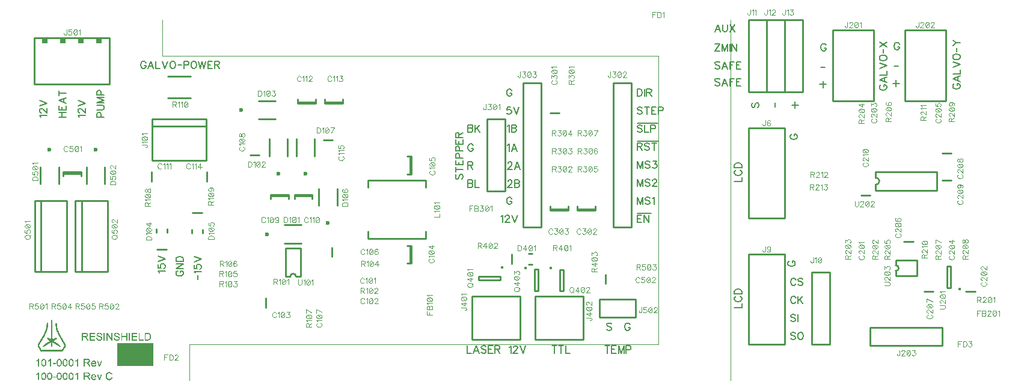
<source format=gbr>
G04 DipTrace 2.4.0.2*
%INTopSilk.gbr*%
%MOIN*%
%ADD10C,0.0098*%
%ADD12C,0.003*%
%ADD23C,0.0013*%
%ADD30C,0.0236*%
%ADD46C,0.0154*%
%ADD110C,0.0046*%
%ADD112C,0.0062*%
%FSLAX44Y44*%
G04*
G70*
G90*
G75*
G01*
%LNTopSilk*%
%LPD*%
X13757Y4557D2*
D10*
Y5068D1*
X21742Y7992D2*
Y7008D1*
X21817Y7992D2*
Y7008D1*
Y7992D2*
X21581D1*
X21817Y7008D2*
X21581D1*
X21742Y12930D2*
Y11945D1*
X21817Y12930D2*
Y11945D1*
Y12930D2*
X21581D1*
X21817Y11945D2*
X21581D1*
X17399Y7369D2*
Y7881D1*
X13381Y13024D2*
X12869D1*
X14008Y10742D2*
X14992D1*
X14008Y10817D2*
X14992D1*
X14008D2*
Y10581D1*
X14992Y10817D2*
Y10581D1*
X15329Y10731D2*
X16313D1*
X15329Y10805D2*
X16313D1*
X15329D2*
Y10570D1*
X16313Y10805D2*
Y10570D1*
X7400Y11558D2*
Y12069D1*
X16492Y15945D2*
X15508D1*
X16492Y15871D2*
X15508D1*
X16492D2*
Y16106D1*
X15508Y15871D2*
Y16106D1*
X17992Y15945D2*
X17008D1*
X17992Y15871D2*
X17008D1*
X17992D2*
Y16106D1*
X17008Y15871D2*
Y16106D1*
X10477Y12069D2*
Y11558D1*
X16932Y13851D2*
X17443D1*
X53068Y5461D2*
X52557D1*
X49631Y8211D2*
X49119D1*
X50756Y5461D2*
X50244D1*
X51244Y13101D2*
X51756D1*
X51244Y11601D2*
X51756D1*
X47256Y10774D2*
X46744D1*
X30006Y15336D2*
X29494D1*
X31992Y10008D2*
X31008D1*
X31992Y9933D2*
X31008D1*
X31992D2*
Y10169D1*
X31008Y9933D2*
Y10169D1*
X30492Y10008D2*
X29508D1*
X30492Y9933D2*
X29508D1*
X30492D2*
Y10169D1*
X29508Y9933D2*
Y10169D1*
X2508Y11992D2*
X3492D1*
X2508Y12067D2*
X3492D1*
X2508D2*
Y11831D1*
X3492Y12067D2*
Y11831D1*
X32588Y5869D2*
Y6381D1*
D30*
X13804Y8625D3*
X14769Y9137D2*
D10*
X15713D1*
X14769Y8113D2*
X15713D1*
D30*
X14437Y11992D3*
X13926Y12956D2*
D10*
Y13901D1*
X14949Y12956D2*
Y13901D1*
D30*
X12375Y15509D3*
X13340Y16021D2*
D10*
X14285D1*
X13340Y14997D2*
X14285D1*
X7696Y7769D2*
X8248D1*
X7677Y8714D2*
Y8911D1*
X8267Y8714D2*
Y8911D1*
X10213Y9821D2*
X9662D1*
X10233Y8876D2*
Y8679D1*
X9642Y8876D2*
Y8679D1*
D30*
X17187Y9242D3*
X16676Y10206D2*
D10*
Y11151D1*
X17699Y10206D2*
Y11151D1*
D30*
X15937Y11992D3*
X15426Y12956D2*
D10*
Y13901D1*
X16449Y12956D2*
Y13901D1*
X27366Y7526D2*
Y6974D1*
X28311Y7545D2*
X28508D1*
X28311Y6955D2*
X28508D1*
D30*
X1750Y13321D3*
X2262Y12356D2*
D10*
Y11412D1*
X1238Y12356D2*
Y11412D1*
D30*
X4312Y13321D3*
X4824Y12356D2*
D10*
Y11412D1*
X3801Y12356D2*
Y11412D1*
X40500Y9500D2*
X42500D1*
Y14500D1*
X40500D1*
Y9500D1*
Y2500D2*
X42500D1*
Y7500D1*
X40500D1*
Y2500D1*
X44000D2*
X45000D1*
Y6500D1*
X44000D1*
Y2500D1*
X40500Y16500D2*
X41500D1*
Y20500D1*
X40500D1*
Y16500D1*
X41500D2*
X42500D1*
Y20500D1*
X41500D1*
Y16500D1*
X42500D2*
X43500D1*
Y20500D1*
X42500D1*
Y16500D1*
X7437Y15009D2*
X10437D1*
X7437Y12725D2*
X10437D1*
X7437D2*
Y15009D1*
X10437Y12725D2*
Y15009D1*
X7437Y14615D2*
X10437D1*
X47425Y16016D2*
Y19953D1*
X45161Y16016D2*
X46500D1*
X45161Y19953D2*
X46500D1*
Y16016D2*
X47425D1*
X45161D2*
Y19953D1*
X47425D2*
X46500D1*
X51425Y16016D2*
Y19953D1*
X49161Y16016D2*
X50500D1*
X49161Y19953D2*
X50500D1*
Y16016D2*
X51425D1*
X49161D2*
Y19953D1*
X51425D2*
X50500D1*
X47250Y3438D2*
X51250D1*
Y2437D1*
X47250D1*
Y3438D1*
X26000Y11000D2*
X27000D1*
Y15000D1*
X26000D1*
Y11000D1*
X33000Y9000D2*
X34000D1*
Y17000D1*
X33000D1*
Y9000D1*
X28000D2*
X29000D1*
Y17000D1*
X28000D1*
Y9000D1*
X27841Y5168D2*
X25164D1*
X27841Y2786D2*
Y4243D1*
X25164Y2786D2*
Y4243D1*
X27841D2*
Y5168D1*
Y2786D2*
X25164D1*
Y5168D2*
Y4243D1*
X31346Y5175D2*
X28669D1*
X31346Y2793D2*
Y4250D1*
X28669Y2793D2*
Y4250D1*
X31346D2*
Y5175D1*
Y2793D2*
X28669D1*
Y5175D2*
Y4250D1*
X5091Y19510D2*
X909D1*
Y16951D1*
X5091D1*
Y19510D1*
G36*
X4657Y19225D2*
X4343D1*
Y19540D1*
X4657D1*
Y19225D1*
G37*
G36*
X3658D2*
X3343D1*
Y19540D1*
X3658D1*
Y19225D1*
G37*
G36*
X2657D2*
X2342D1*
Y19540D1*
X2657D1*
Y19225D1*
G37*
G36*
X1657D2*
X1342D1*
Y19540D1*
X1657D1*
Y19225D1*
G37*
X32250Y5000D2*
D10*
X34250D1*
Y4000D1*
X32250D1*
Y5000D1*
X19402Y11610D2*
Y11221D1*
X22623Y11610D2*
X19402D1*
Y8390D2*
Y8779D1*
X22623Y8390D2*
X19402D1*
X22623Y11610D2*
Y11221D1*
Y8390D2*
Y8779D1*
D46*
X26825Y6789D3*
X26733Y6288D2*
D10*
X25552D1*
Y6091D1*
X26733D1*
Y6288D1*
D46*
X29544Y6747D3*
X30045Y6655D2*
D10*
Y5474D1*
X30242D1*
Y6655D1*
X30045D1*
D46*
X28156Y6759D3*
X28658Y6667D2*
D10*
Y5486D1*
X28855D1*
Y6667D1*
X28658D1*
X937Y6531D2*
X2709D1*
Y10469D1*
X937D1*
Y6531D1*
X1291D2*
Y10469D1*
X3187Y6531D2*
X4959D1*
Y10469D1*
X3187D1*
Y6531D1*
X3541D2*
Y10469D1*
X9567Y16182D2*
X8308D1*
X9567Y17364D2*
X8308D1*
X15691Y6276D2*
Y7851D1*
X14825D2*
Y6276D1*
X15691Y7851D2*
X14825D1*
X15691Y6276D2*
X15415D1*
X15100D2*
X14825D1*
X15415D2*
G03X15100Y6276I-158J0D01*
G01*
D46*
X52210Y5567D3*
X51708Y5659D2*
D10*
Y6840D1*
X51511D1*
Y5659D1*
X51708D1*
X47557Y11051D2*
X50943D1*
X47557Y12075D2*
X50943D1*
Y11051D2*
Y12075D1*
X47557Y11051D2*
Y11366D1*
Y11760D2*
Y12075D1*
Y11366D2*
G03X47557Y11760I0J197D01*
G01*
X48668Y6308D2*
X49849D1*
X48668Y7174D2*
X49849D1*
Y6308D2*
Y7174D1*
X48668Y6308D2*
Y6584D1*
Y6899D2*
Y7174D1*
Y6584D2*
G03X48668Y6899I0J158D01*
G01*
X8000Y18500D2*
D23*
X35500D1*
Y2500D1*
X9500D2*
X35500D1*
X8000Y20500D2*
Y18500D1*
X9500Y2500D2*
Y500D1*
X39500Y20500D2*
Y500D1*
G36*
X5500Y2563D2*
X7500D1*
Y1313D1*
X5500D1*
Y2563D1*
G37*
X5023Y967D2*
D12*
X5083D1*
X3653Y957D2*
X3873D1*
X4995D2*
X5107D1*
X1123Y947D2*
X1133D1*
X1393D2*
X1443D1*
X1723D2*
X1773D1*
X2253D2*
X2303D1*
X2583D2*
X2633D1*
X2913D2*
X2963D1*
X3303D2*
X3313D1*
X3653D2*
X3897D1*
X4972D2*
X5128D1*
X1113Y937D2*
X1133D1*
X1374D2*
X1459D1*
X1704D2*
X1789D1*
X2234D2*
X2319D1*
X2564D2*
X2649D1*
X2894D2*
X2979D1*
X3293D2*
X3313D1*
X3653D2*
X3915D1*
X4954D2*
X4993D1*
X5102D2*
X5145D1*
X1103Y927D2*
X1133D1*
X1358D2*
X1473D1*
X1688D2*
X1803D1*
X2218D2*
X2333D1*
X2548D2*
X2663D1*
X2878D2*
X2993D1*
X3283D2*
X3313D1*
X3653D2*
X3683D1*
X3879D2*
X3929D1*
X4938D2*
X4975D1*
X5121D2*
X5158D1*
X1093Y917D2*
X1133D1*
X1345D2*
X1375D1*
X1451D2*
X1484D1*
X1675D2*
X1705D1*
X1781D2*
X1814D1*
X2205D2*
X2235D1*
X2311D2*
X2344D1*
X2535D2*
X2565D1*
X2641D2*
X2674D1*
X2865D2*
X2895D1*
X2971D2*
X3004D1*
X3273D2*
X3313D1*
X3653D2*
X3683D1*
X3900D2*
X3940D1*
X4926D2*
X4959D1*
X5136D2*
X5167D1*
X1083Y907D2*
X1133D1*
X1334D2*
X1359D1*
X1466D2*
X1494D1*
X1664D2*
X1689D1*
X1796D2*
X1824D1*
X2194D2*
X2219D1*
X2326D2*
X2354D1*
X2524D2*
X2549D1*
X2656D2*
X2684D1*
X2854D2*
X2879D1*
X2986D2*
X3014D1*
X3263D2*
X3313D1*
X3653D2*
X3683D1*
X3917D2*
X3948D1*
X4915D2*
X4946D1*
X5148D2*
X5175D1*
X1072Y897D2*
X1133D1*
X1325D2*
X1347D1*
X1478D2*
X1502D1*
X1655D2*
X1677D1*
X1808D2*
X1832D1*
X2185D2*
X2207D1*
X2338D2*
X2362D1*
X2515D2*
X2537D1*
X2668D2*
X2692D1*
X2845D2*
X2867D1*
X2998D2*
X3022D1*
X3252D2*
X3313D1*
X3653D2*
X3683D1*
X3926D2*
X3954D1*
X4908D2*
X4934D1*
X5157D2*
X5183D1*
X1061Y887D2*
X1133D1*
X1317D2*
X1338D1*
X1487D2*
X1509D1*
X1647D2*
X1668D1*
X1817D2*
X1839D1*
X2177D2*
X2198D1*
X2347D2*
X2369D1*
X2507D2*
X2528D1*
X2677D2*
X2699D1*
X2837D2*
X2858D1*
X3007D2*
X3029D1*
X3241D2*
X3313D1*
X3653D2*
X3683D1*
X3930D2*
X3958D1*
X4901D2*
X4925D1*
X5164D2*
X5189D1*
X1047Y877D2*
X1133D1*
X1312D2*
X1332D1*
X1494D2*
X1514D1*
X1642D2*
X1662D1*
X1824D2*
X1844D1*
X2172D2*
X2192D1*
X2354D2*
X2374D1*
X2502D2*
X2522D1*
X2684D2*
X2704D1*
X2832D2*
X2852D1*
X3014D2*
X3034D1*
X3227D2*
X3313D1*
X3653D2*
X3683D1*
X3931D2*
X3961D1*
X4896D2*
X4919D1*
X5169D2*
X5196D1*
X1032Y867D2*
X1053D1*
X1103D2*
X1133D1*
X1307D2*
X1327D1*
X1498D2*
X1519D1*
X1637D2*
X1657D1*
X1828D2*
X1849D1*
X2167D2*
X2187D1*
X2358D2*
X2379D1*
X2497D2*
X2517D1*
X2688D2*
X2709D1*
X2827D2*
X2847D1*
X3018D2*
X3039D1*
X3213D2*
X3233D1*
X3283D2*
X3313D1*
X3653D2*
X3683D1*
X3932D2*
X3962D1*
X4890D2*
X4914D1*
X5173D2*
X5203D1*
X1017Y857D2*
X1038D1*
X1103D2*
X1133D1*
X1304D2*
X1325D1*
X1501D2*
X1522D1*
X1634D2*
X1655D1*
X1831D2*
X1852D1*
X2164D2*
X2185D1*
X2361D2*
X2382D1*
X2494D2*
X2515D1*
X2691D2*
X2712D1*
X2824D2*
X2845D1*
X3021D2*
X3042D1*
X3200D2*
X3217D1*
X3283D2*
X3313D1*
X3653D2*
X3683D1*
X3933D2*
X3962D1*
X4163D2*
X4213D1*
X4885D2*
X4910D1*
X1003Y847D2*
X1023D1*
X1103D2*
X1133D1*
X1302D2*
X1323D1*
X1504D2*
X1526D1*
X1632D2*
X1653D1*
X1834D2*
X1856D1*
X2162D2*
X2183D1*
X2364D2*
X2386D1*
X2492D2*
X2513D1*
X2694D2*
X2716D1*
X2822D2*
X2843D1*
X3024D2*
X3046D1*
X3190D2*
X3201D1*
X3283D2*
X3313D1*
X3653D2*
X3683D1*
X3932D2*
X3962D1*
X4140D2*
X4231D1*
X4393D2*
X4413D1*
X4603D2*
X4623D1*
X4881D2*
X4907D1*
X1103Y837D2*
X1133D1*
X1299D2*
X1321D1*
X1507D2*
X1529D1*
X1629D2*
X1651D1*
X1837D2*
X1859D1*
X2159D2*
X2181D1*
X2367D2*
X2389D1*
X2489D2*
X2511D1*
X2697D2*
X2719D1*
X2819D2*
X2841D1*
X3027D2*
X3049D1*
X3183D2*
D3*
X3283D2*
X3313D1*
X3653D2*
X3683D1*
X3931D2*
X3961D1*
X4121D2*
X4247D1*
X4394D2*
X4414D1*
X4601D2*
X4619D1*
X4877D2*
X4904D1*
X1103Y827D2*
X1133D1*
X1296D2*
X1319D1*
X1509D2*
X1531D1*
X1626D2*
X1649D1*
X1839D2*
X1861D1*
X2156D2*
X2179D1*
X2369D2*
X2391D1*
X2486D2*
X2509D1*
X2699D2*
X2721D1*
X2816D2*
X2839D1*
X3029D2*
X3051D1*
X3283D2*
X3313D1*
X3653D2*
X3683D1*
X3928D2*
X3957D1*
X4107D2*
X4143D1*
X4231D2*
X4260D1*
X4397D2*
X4417D1*
X4599D2*
X4616D1*
X4875D2*
X4902D1*
X1103Y817D2*
X1133D1*
X1294D2*
X1316D1*
X1511D2*
X1532D1*
X1624D2*
X1646D1*
X1841D2*
X1862D1*
X2154D2*
X2176D1*
X2371D2*
X2392D1*
X2484D2*
X2506D1*
X2701D2*
X2722D1*
X2814D2*
X2836D1*
X3031D2*
X3052D1*
X3283D2*
X3313D1*
X3653D2*
X3683D1*
X3923D2*
X3952D1*
X4096D2*
X4125D1*
X4246D2*
X4271D1*
X4401D2*
X4420D1*
X4596D2*
X4613D1*
X4873D2*
X4899D1*
X1103Y807D2*
X1133D1*
X1294D2*
X1314D1*
X1512D2*
X1533D1*
X1624D2*
X1644D1*
X1842D2*
X1863D1*
X2154D2*
X2174D1*
X2372D2*
X2393D1*
X2484D2*
X2504D1*
X2702D2*
X2723D1*
X2814D2*
X2834D1*
X3032D2*
X3053D1*
X3283D2*
X3313D1*
X3653D2*
X3683D1*
X3912D2*
X3946D1*
X4088D2*
X4111D1*
X4258D2*
X4281D1*
X4405D2*
X4423D1*
X4593D2*
X4609D1*
X4871D2*
X4896D1*
X1103Y797D2*
X1133D1*
X1293D2*
X1314D1*
X1513D2*
X1533D1*
X1623D2*
X1644D1*
X1843D2*
X1863D1*
X2153D2*
X2174D1*
X2373D2*
X2393D1*
X2483D2*
X2504D1*
X2703D2*
X2723D1*
X2813D2*
X2834D1*
X3033D2*
X3053D1*
X3283D2*
X3313D1*
X3653D2*
X3683D1*
X3898D2*
X3939D1*
X4081D2*
X4100D1*
X4267D2*
X4288D1*
X4409D2*
X4426D1*
X4589D2*
X4605D1*
X4869D2*
X4894D1*
X1103Y787D2*
X1133D1*
X1293D2*
X1313D1*
X1513D2*
X1533D1*
X1623D2*
X1643D1*
X1843D2*
X1863D1*
X2153D2*
X2173D1*
X2373D2*
X2393D1*
X2483D2*
X2503D1*
X2703D2*
X2723D1*
X2813D2*
X2833D1*
X3033D2*
X3053D1*
X3283D2*
X3313D1*
X3653D2*
X3683D1*
X3881D2*
X3929D1*
X4076D2*
X4093D1*
X4274D2*
X4294D1*
X4413D2*
X4430D1*
X4585D2*
X4600D1*
X4866D2*
X4894D1*
X1103Y777D2*
X1133D1*
X1293D2*
X1313D1*
X1513D2*
X1533D1*
X1623D2*
X1643D1*
X1843D2*
X1863D1*
X2153D2*
X2173D1*
X2373D2*
X2393D1*
X2483D2*
X2503D1*
X2703D2*
X2723D1*
X2813D2*
X2833D1*
X3033D2*
X3053D1*
X3283D2*
X3313D1*
X3653D2*
X3914D1*
X4071D2*
X4088D1*
X4278D2*
X4298D1*
X4416D2*
X4433D1*
X4580D2*
X4597D1*
X4864D2*
X4893D1*
X1103Y767D2*
X1133D1*
X1293D2*
X1313D1*
X1513D2*
X1533D1*
X1623D2*
X1643D1*
X1843D2*
X1863D1*
X2153D2*
X2173D1*
X2373D2*
X2393D1*
X2483D2*
X2503D1*
X2703D2*
X2723D1*
X2813D2*
X2833D1*
X3033D2*
X3053D1*
X3283D2*
X3313D1*
X3653D2*
X3897D1*
X4067D2*
X4085D1*
X4281D2*
X4301D1*
X4420D2*
X4436D1*
X4577D2*
X4593D1*
X4864D2*
X4893D1*
X1103Y757D2*
X1133D1*
X1293D2*
X1313D1*
X1513D2*
X1533D1*
X1623D2*
X1643D1*
X1843D2*
X1863D1*
X2153D2*
X2173D1*
X2373D2*
X2393D1*
X2483D2*
X2503D1*
X2703D2*
X2723D1*
X2813D2*
X2833D1*
X3033D2*
X3053D1*
X3283D2*
X3313D1*
X3653D2*
X3879D1*
X4064D2*
X4084D1*
X4282D2*
X4304D1*
X4423D2*
X4440D1*
X4573D2*
X4590D1*
X4865D2*
X4893D1*
X1103Y747D2*
X1133D1*
X1293D2*
X1313D1*
X1513D2*
X1533D1*
X1623D2*
X1643D1*
X1843D2*
X1863D1*
X2153D2*
X2173D1*
X2373D2*
X2393D1*
X2483D2*
X2503D1*
X2703D2*
X2723D1*
X2813D2*
X2833D1*
X3033D2*
X3053D1*
X3283D2*
X3313D1*
X3653D2*
X3683D1*
X3811D2*
X3865D1*
X4062D2*
X4083D1*
X4282D2*
X4307D1*
X4427D2*
X4443D1*
X4570D2*
X4586D1*
X4867D2*
X4893D1*
X1103Y737D2*
X1133D1*
X1293D2*
X1313D1*
X1513D2*
X1533D1*
X1623D2*
X1643D1*
X1843D2*
X1863D1*
X2153D2*
X2173D1*
X2373D2*
X2393D1*
X2483D2*
X2503D1*
X2703D2*
X2723D1*
X2813D2*
X2833D1*
X3033D2*
X3053D1*
X3283D2*
X3313D1*
X3653D2*
X3683D1*
X3827D2*
X3857D1*
X4059D2*
X4083D1*
X4283D2*
X4309D1*
X4431D2*
X4447D1*
X4566D2*
X4583D1*
X4869D2*
X4893D1*
X1103Y727D2*
X1133D1*
X1293D2*
X1313D1*
X1513D2*
X1533D1*
X1623D2*
X1643D1*
X1843D2*
X1863D1*
X2153D2*
X2173D1*
X2373D2*
X2393D1*
X2483D2*
X2503D1*
X2703D2*
X2723D1*
X2813D2*
X2833D1*
X3033D2*
X3053D1*
X3283D2*
X3313D1*
X3653D2*
X3683D1*
X3840D2*
X3864D1*
X4056D2*
X4311D1*
X4435D2*
X4451D1*
X4563D2*
X4579D1*
X4871D2*
X4894D1*
X1103Y717D2*
X1133D1*
X1293D2*
X1313D1*
X1513D2*
X1533D1*
X1623D2*
X1643D1*
X1843D2*
X1863D1*
X1943D2*
X2083D1*
X2153D2*
X2173D1*
X2373D2*
X2393D1*
X2483D2*
X2503D1*
X2703D2*
X2723D1*
X2813D2*
X2833D1*
X3033D2*
X3053D1*
X3283D2*
X3313D1*
X3653D2*
X3683D1*
X3850D2*
X3873D1*
X4055D2*
X4312D1*
X4439D2*
X4455D1*
X4559D2*
X4575D1*
X4872D2*
X4897D1*
X1103Y707D2*
X1133D1*
X1293D2*
X1313D1*
X1512D2*
X1533D1*
X1623D2*
X1643D1*
X1842D2*
X1863D1*
X1943D2*
X2083D1*
X2153D2*
X2173D1*
X2372D2*
X2393D1*
X2483D2*
X2503D1*
X2702D2*
X2723D1*
X2813D2*
X2833D1*
X3032D2*
X3053D1*
X3283D2*
X3313D1*
X3653D2*
X3683D1*
X3858D2*
X3883D1*
X4054D2*
X4313D1*
X4443D2*
X4459D1*
X4556D2*
X4570D1*
X4874D2*
X4899D1*
X1103Y697D2*
X1133D1*
X1294D2*
X1314D1*
X1511D2*
X1532D1*
X1624D2*
X1644D1*
X1841D2*
X1862D1*
X1943D2*
X2083D1*
X2154D2*
X2174D1*
X2371D2*
X2392D1*
X2484D2*
X2504D1*
X2701D2*
X2722D1*
X2814D2*
X2834D1*
X3031D2*
X3052D1*
X3283D2*
X3313D1*
X3653D2*
X3683D1*
X3866D2*
X3893D1*
X4055D2*
X4083D1*
X4446D2*
X4463D1*
X4553D2*
X4567D1*
X4877D2*
X4902D1*
X1103Y687D2*
X1133D1*
X1297D2*
X1317D1*
X1509D2*
X1531D1*
X1627D2*
X1647D1*
X1839D2*
X1861D1*
X2157D2*
X2177D1*
X2369D2*
X2391D1*
X2487D2*
X2507D1*
X2699D2*
X2721D1*
X2817D2*
X2837D1*
X3029D2*
X3051D1*
X3283D2*
X3313D1*
X3653D2*
X3683D1*
X3874D2*
X3902D1*
X4057D2*
X4083D1*
X4450D2*
X4466D1*
X4549D2*
X4563D1*
X4880D2*
X4904D1*
X1103Y677D2*
X1133D1*
X1299D2*
X1319D1*
X1506D2*
X1529D1*
X1629D2*
X1649D1*
X1836D2*
X1859D1*
X2159D2*
X2179D1*
X2366D2*
X2389D1*
X2489D2*
X2509D1*
X2696D2*
X2719D1*
X2819D2*
X2839D1*
X3026D2*
X3049D1*
X3283D2*
X3313D1*
X3653D2*
X3683D1*
X3882D2*
X3911D1*
X4060D2*
X4083D1*
X4453D2*
X4470D1*
X4545D2*
X4560D1*
X4883D2*
X4907D1*
X5183D2*
X5203D1*
X1103Y667D2*
X1133D1*
X1302D2*
X1322D1*
X1504D2*
X1526D1*
X1632D2*
X1652D1*
X1834D2*
X1856D1*
X2162D2*
X2182D1*
X2364D2*
X2386D1*
X2492D2*
X2512D1*
X2694D2*
X2716D1*
X2822D2*
X2842D1*
X3024D2*
X3046D1*
X3283D2*
X3313D1*
X3653D2*
X3683D1*
X3889D2*
X3918D1*
X4062D2*
X4083D1*
X4457D2*
X4473D1*
X4540D2*
X4556D1*
X4887D2*
X4910D1*
X5179D2*
X5201D1*
X1103Y657D2*
X1133D1*
X1304D2*
X1324D1*
X1502D2*
X1523D1*
X1634D2*
X1654D1*
X1832D2*
X1853D1*
X2164D2*
X2184D1*
X2362D2*
X2383D1*
X2494D2*
X2514D1*
X2692D2*
X2713D1*
X2824D2*
X2844D1*
X3022D2*
X3043D1*
X3283D2*
X3313D1*
X3653D2*
X3683D1*
X3896D2*
X3925D1*
X4064D2*
X4085D1*
X4461D2*
X4476D1*
X4536D2*
X4553D1*
X4891D2*
X4913D1*
X5175D2*
X5198D1*
X1103Y647D2*
X1133D1*
X1307D2*
X1327D1*
X1499D2*
X1519D1*
X1637D2*
X1657D1*
X1829D2*
X1849D1*
X2167D2*
X2187D1*
X2359D2*
X2379D1*
X2497D2*
X2517D1*
X2689D2*
X2709D1*
X2827D2*
X2847D1*
X3019D2*
X3039D1*
X3283D2*
X3313D1*
X3653D2*
X3683D1*
X3903D2*
X3930D1*
X4067D2*
X4087D1*
X4465D2*
X4480D1*
X4532D2*
X4549D1*
X4896D2*
X4918D1*
X5170D2*
X5194D1*
X1103Y637D2*
X1133D1*
X1311D2*
X1331D1*
X1494D2*
X1514D1*
X1641D2*
X1661D1*
X1824D2*
X1844D1*
X2171D2*
X2191D1*
X2354D2*
X2374D1*
X2501D2*
X2521D1*
X2684D2*
X2704D1*
X2831D2*
X2851D1*
X3014D2*
X3034D1*
X3283D2*
X3313D1*
X3653D2*
X3683D1*
X3909D2*
X3936D1*
X4071D2*
X4092D1*
X4469D2*
X4485D1*
X4524D2*
X4545D1*
X4901D2*
X4925D1*
X5165D2*
X5189D1*
X1103Y627D2*
X1133D1*
X1317D2*
X1338D1*
X1488D2*
X1509D1*
X1647D2*
X1668D1*
X1818D2*
X1839D1*
X2177D2*
X2198D1*
X2348D2*
X2369D1*
X2507D2*
X2528D1*
X2678D2*
X2699D1*
X2837D2*
X2858D1*
X3008D2*
X3029D1*
X3283D2*
X3313D1*
X3653D2*
X3683D1*
X3916D2*
X3943D1*
X4076D2*
X4097D1*
X4473D2*
X4498D1*
X4505D2*
X4540D1*
X4907D2*
X4934D1*
X5158D2*
X5182D1*
X1103Y617D2*
X1133D1*
X1324D2*
X1347D1*
X1479D2*
X1502D1*
X1654D2*
X1677D1*
X1809D2*
X1832D1*
X2184D2*
X2207D1*
X2339D2*
X2362D1*
X2514D2*
X2537D1*
X2669D2*
X2692D1*
X2844D2*
X2867D1*
X2999D2*
X3022D1*
X3283D2*
X3313D1*
X3653D2*
X3683D1*
X3923D2*
X3950D1*
X4081D2*
X4106D1*
X4273D2*
X4303D1*
X4476D2*
X4537D1*
X4915D2*
X4946D1*
X5148D2*
X5176D1*
X1103Y607D2*
X1133D1*
X1331D2*
X1373D1*
X1453D2*
X1494D1*
X1661D2*
X1703D1*
X1783D2*
X1824D1*
X2191D2*
X2233D1*
X2313D2*
X2354D1*
X2521D2*
X2563D1*
X2643D2*
X2684D1*
X2851D2*
X2893D1*
X2973D2*
X3014D1*
X3283D2*
X3313D1*
X3653D2*
X3683D1*
X3929D2*
X3956D1*
X4087D2*
X4116D1*
X4262D2*
X4293D1*
X4480D2*
X4533D1*
X4924D2*
X4963D1*
X5135D2*
X5167D1*
X1103Y597D2*
X1133D1*
X1341D2*
X1413D1*
X1412D2*
X1485D1*
X1671D2*
X1743D1*
X1742D2*
X1815D1*
X2201D2*
X2273D1*
X2272D2*
X2345D1*
X2531D2*
X2603D1*
X2602D2*
X2675D1*
X2861D2*
X2933D1*
X2932D2*
X3005D1*
X3283D2*
X3313D1*
X3653D2*
X3683D1*
X3935D2*
X3963D1*
X4095D2*
X4144D1*
X4233D2*
X4283D1*
X4483D2*
X4530D1*
X4935D2*
X4995D1*
X5101D2*
X5157D1*
X1103Y587D2*
X1133D1*
X1355D2*
X1472D1*
X1685D2*
X1802D1*
X2215D2*
X2332D1*
X2545D2*
X2662D1*
X2875D2*
X2992D1*
X3283D2*
X3313D1*
X3653D2*
X3683D1*
X3940D2*
X3969D1*
X4106D2*
X4188D1*
X4272D1*
X4486D2*
X4526D1*
X4950D2*
X5048D1*
X5143D1*
X1103Y577D2*
X1133D1*
X1373D2*
X1458D1*
X1703D2*
X1788D1*
X2233D2*
X2318D1*
X2563D2*
X2648D1*
X2893D2*
X2978D1*
X3283D2*
X3313D1*
X3653D2*
X3683D1*
X3946D2*
X3976D1*
X4121D2*
X4259D1*
X4490D2*
X4524D1*
X4968D2*
X5126D1*
X1103Y567D2*
X1133D1*
X1393D2*
X1443D1*
X1723D2*
X1773D1*
X2253D2*
X2303D1*
X2583D2*
X2633D1*
X2913D2*
X2963D1*
X3283D2*
X3313D1*
X3653D2*
X3683D1*
X3953D2*
X3983D1*
X4141D2*
X4242D1*
X4493D2*
X4523D1*
X4989D2*
X5105D1*
X4163Y557D2*
X4223D1*
X5013D2*
X5083D1*
X3653Y1707D2*
X3873D1*
X1123Y1697D2*
X1133D1*
X1393D2*
X1443D1*
X1783D2*
X1793D1*
X2253D2*
X2303D1*
X2583D2*
X2633D1*
X2913D2*
X2963D1*
X3303D2*
X3313D1*
X3653D2*
X3897D1*
X1113Y1687D2*
X1133D1*
X1374D2*
X1459D1*
X1773D2*
X1793D1*
X2234D2*
X2319D1*
X2564D2*
X2649D1*
X2894D2*
X2979D1*
X3293D2*
X3313D1*
X3653D2*
X3915D1*
X1103Y1677D2*
X1133D1*
X1358D2*
X1473D1*
X1763D2*
X1793D1*
X2218D2*
X2333D1*
X2548D2*
X2663D1*
X2878D2*
X2993D1*
X3283D2*
X3313D1*
X3653D2*
X3683D1*
X3879D2*
X3929D1*
X1093Y1667D2*
X1133D1*
X1345D2*
X1375D1*
X1451D2*
X1484D1*
X1753D2*
X1793D1*
X2205D2*
X2235D1*
X2311D2*
X2344D1*
X2535D2*
X2565D1*
X2641D2*
X2674D1*
X2865D2*
X2895D1*
X2971D2*
X3004D1*
X3273D2*
X3313D1*
X3653D2*
X3683D1*
X3900D2*
X3940D1*
X1083Y1657D2*
X1133D1*
X1334D2*
X1359D1*
X1466D2*
X1494D1*
X1743D2*
X1793D1*
X2194D2*
X2219D1*
X2326D2*
X2354D1*
X2524D2*
X2549D1*
X2656D2*
X2684D1*
X2854D2*
X2879D1*
X2986D2*
X3014D1*
X3263D2*
X3313D1*
X3653D2*
X3683D1*
X3917D2*
X3948D1*
X1072Y1647D2*
X1133D1*
X1325D2*
X1347D1*
X1478D2*
X1502D1*
X1732D2*
X1793D1*
X2185D2*
X2207D1*
X2338D2*
X2362D1*
X2515D2*
X2537D1*
X2668D2*
X2692D1*
X2845D2*
X2867D1*
X2998D2*
X3022D1*
X3252D2*
X3313D1*
X3653D2*
X3683D1*
X3926D2*
X3954D1*
X1061Y1637D2*
X1133D1*
X1317D2*
X1338D1*
X1487D2*
X1509D1*
X1721D2*
X1793D1*
X2177D2*
X2198D1*
X2347D2*
X2369D1*
X2507D2*
X2528D1*
X2677D2*
X2699D1*
X2837D2*
X2858D1*
X3007D2*
X3029D1*
X3241D2*
X3313D1*
X3653D2*
X3683D1*
X3930D2*
X3958D1*
X1047Y1627D2*
X1133D1*
X1312D2*
X1332D1*
X1494D2*
X1514D1*
X1707D2*
X1793D1*
X2172D2*
X2192D1*
X2354D2*
X2374D1*
X2502D2*
X2522D1*
X2684D2*
X2704D1*
X2832D2*
X2852D1*
X3014D2*
X3034D1*
X3227D2*
X3313D1*
X3653D2*
X3683D1*
X3931D2*
X3961D1*
X1032Y1617D2*
X1053D1*
X1103D2*
X1133D1*
X1307D2*
X1327D1*
X1498D2*
X1519D1*
X1693D2*
X1713D1*
X1763D2*
X1793D1*
X2167D2*
X2187D1*
X2358D2*
X2379D1*
X2497D2*
X2517D1*
X2688D2*
X2709D1*
X2827D2*
X2847D1*
X3018D2*
X3039D1*
X3213D2*
X3233D1*
X3283D2*
X3313D1*
X3653D2*
X3683D1*
X3932D2*
X3962D1*
X1017Y1607D2*
X1038D1*
X1103D2*
X1133D1*
X1304D2*
X1325D1*
X1501D2*
X1522D1*
X1680D2*
X1697D1*
X1763D2*
X1793D1*
X2164D2*
X2185D1*
X2361D2*
X2382D1*
X2494D2*
X2515D1*
X2691D2*
X2712D1*
X2824D2*
X2845D1*
X3021D2*
X3042D1*
X3200D2*
X3217D1*
X3283D2*
X3313D1*
X3653D2*
X3683D1*
X3933D2*
X3962D1*
X4163D2*
X4213D1*
X1003Y1597D2*
X1023D1*
X1103D2*
X1133D1*
X1302D2*
X1323D1*
X1504D2*
X1526D1*
X1670D2*
X1681D1*
X1763D2*
X1793D1*
X2162D2*
X2183D1*
X2364D2*
X2386D1*
X2492D2*
X2513D1*
X2694D2*
X2716D1*
X2822D2*
X2843D1*
X3024D2*
X3046D1*
X3190D2*
X3201D1*
X3283D2*
X3313D1*
X3653D2*
X3683D1*
X3932D2*
X3962D1*
X4140D2*
X4231D1*
X4393D2*
X4413D1*
X4603D2*
X4623D1*
X1103Y1587D2*
X1133D1*
X1299D2*
X1321D1*
X1507D2*
X1529D1*
X1663D2*
D3*
X1763D2*
X1793D1*
X2159D2*
X2181D1*
X2367D2*
X2389D1*
X2489D2*
X2511D1*
X2697D2*
X2719D1*
X2819D2*
X2841D1*
X3027D2*
X3049D1*
X3183D2*
D3*
X3283D2*
X3313D1*
X3653D2*
X3683D1*
X3931D2*
X3961D1*
X4121D2*
X4247D1*
X4394D2*
X4414D1*
X4601D2*
X4619D1*
X1103Y1577D2*
X1133D1*
X1296D2*
X1319D1*
X1509D2*
X1531D1*
X1763D2*
X1793D1*
X2156D2*
X2179D1*
X2369D2*
X2391D1*
X2486D2*
X2509D1*
X2699D2*
X2721D1*
X2816D2*
X2839D1*
X3029D2*
X3051D1*
X3283D2*
X3313D1*
X3653D2*
X3683D1*
X3928D2*
X3957D1*
X4107D2*
X4143D1*
X4231D2*
X4260D1*
X4397D2*
X4417D1*
X4599D2*
X4616D1*
X1103Y1567D2*
X1133D1*
X1294D2*
X1316D1*
X1511D2*
X1532D1*
X1763D2*
X1793D1*
X2154D2*
X2176D1*
X2371D2*
X2392D1*
X2484D2*
X2506D1*
X2701D2*
X2722D1*
X2814D2*
X2836D1*
X3031D2*
X3052D1*
X3283D2*
X3313D1*
X3653D2*
X3683D1*
X3923D2*
X3952D1*
X4096D2*
X4125D1*
X4246D2*
X4271D1*
X4401D2*
X4420D1*
X4596D2*
X4613D1*
X1103Y1557D2*
X1133D1*
X1294D2*
X1314D1*
X1512D2*
X1533D1*
X1763D2*
X1793D1*
X2154D2*
X2174D1*
X2372D2*
X2393D1*
X2484D2*
X2504D1*
X2702D2*
X2723D1*
X2814D2*
X2834D1*
X3032D2*
X3053D1*
X3283D2*
X3313D1*
X3653D2*
X3683D1*
X3912D2*
X3946D1*
X4088D2*
X4111D1*
X4258D2*
X4281D1*
X4405D2*
X4423D1*
X4593D2*
X4609D1*
X1103Y1547D2*
X1133D1*
X1293D2*
X1314D1*
X1513D2*
X1533D1*
X1763D2*
X1793D1*
X2153D2*
X2174D1*
X2373D2*
X2393D1*
X2483D2*
X2504D1*
X2703D2*
X2723D1*
X2813D2*
X2834D1*
X3033D2*
X3053D1*
X3283D2*
X3313D1*
X3653D2*
X3683D1*
X3898D2*
X3939D1*
X4081D2*
X4100D1*
X4267D2*
X4288D1*
X4409D2*
X4426D1*
X4589D2*
X4605D1*
X1103Y1537D2*
X1133D1*
X1293D2*
X1313D1*
X1513D2*
X1533D1*
X1763D2*
X1793D1*
X2153D2*
X2173D1*
X2373D2*
X2393D1*
X2483D2*
X2503D1*
X2703D2*
X2723D1*
X2813D2*
X2833D1*
X3033D2*
X3053D1*
X3283D2*
X3313D1*
X3653D2*
X3683D1*
X3881D2*
X3929D1*
X4076D2*
X4093D1*
X4274D2*
X4294D1*
X4413D2*
X4430D1*
X4585D2*
X4600D1*
X1103Y1527D2*
X1133D1*
X1293D2*
X1313D1*
X1513D2*
X1533D1*
X1763D2*
X1793D1*
X2153D2*
X2173D1*
X2373D2*
X2393D1*
X2483D2*
X2503D1*
X2703D2*
X2723D1*
X2813D2*
X2833D1*
X3033D2*
X3053D1*
X3283D2*
X3313D1*
X3653D2*
X3914D1*
X4071D2*
X4088D1*
X4278D2*
X4298D1*
X4416D2*
X4433D1*
X4580D2*
X4597D1*
X1103Y1517D2*
X1133D1*
X1293D2*
X1313D1*
X1513D2*
X1533D1*
X1763D2*
X1793D1*
X2153D2*
X2173D1*
X2373D2*
X2393D1*
X2483D2*
X2503D1*
X2703D2*
X2723D1*
X2813D2*
X2833D1*
X3033D2*
X3053D1*
X3283D2*
X3313D1*
X3653D2*
X3897D1*
X4067D2*
X4085D1*
X4281D2*
X4301D1*
X4420D2*
X4436D1*
X4577D2*
X4593D1*
X1103Y1507D2*
X1133D1*
X1293D2*
X1313D1*
X1513D2*
X1533D1*
X1763D2*
X1793D1*
X2153D2*
X2173D1*
X2373D2*
X2393D1*
X2483D2*
X2503D1*
X2703D2*
X2723D1*
X2813D2*
X2833D1*
X3033D2*
X3053D1*
X3283D2*
X3313D1*
X3653D2*
X3879D1*
X4064D2*
X4084D1*
X4282D2*
X4304D1*
X4423D2*
X4440D1*
X4573D2*
X4590D1*
X1103Y1497D2*
X1133D1*
X1293D2*
X1313D1*
X1513D2*
X1533D1*
X1763D2*
X1793D1*
X2153D2*
X2173D1*
X2373D2*
X2393D1*
X2483D2*
X2503D1*
X2703D2*
X2723D1*
X2813D2*
X2833D1*
X3033D2*
X3053D1*
X3283D2*
X3313D1*
X3653D2*
X3683D1*
X3811D2*
X3865D1*
X4062D2*
X4083D1*
X4282D2*
X4307D1*
X4427D2*
X4443D1*
X4570D2*
X4586D1*
X1103Y1487D2*
X1133D1*
X1293D2*
X1313D1*
X1513D2*
X1533D1*
X1763D2*
X1793D1*
X2153D2*
X2173D1*
X2373D2*
X2393D1*
X2483D2*
X2503D1*
X2703D2*
X2723D1*
X2813D2*
X2833D1*
X3033D2*
X3053D1*
X3283D2*
X3313D1*
X3653D2*
X3683D1*
X3827D2*
X3857D1*
X4059D2*
X4083D1*
X4283D2*
X4309D1*
X4431D2*
X4447D1*
X4566D2*
X4583D1*
X1103Y1477D2*
X1133D1*
X1293D2*
X1313D1*
X1513D2*
X1533D1*
X1763D2*
X1793D1*
X2153D2*
X2173D1*
X2373D2*
X2393D1*
X2483D2*
X2503D1*
X2703D2*
X2723D1*
X2813D2*
X2833D1*
X3033D2*
X3053D1*
X3283D2*
X3313D1*
X3653D2*
X3683D1*
X3840D2*
X3864D1*
X4056D2*
X4311D1*
X4435D2*
X4451D1*
X4563D2*
X4579D1*
X1103Y1467D2*
X1133D1*
X1293D2*
X1313D1*
X1513D2*
X1533D1*
X1763D2*
X1793D1*
X1943D2*
X2083D1*
X2153D2*
X2173D1*
X2373D2*
X2393D1*
X2483D2*
X2503D1*
X2703D2*
X2723D1*
X2813D2*
X2833D1*
X3033D2*
X3053D1*
X3283D2*
X3313D1*
X3653D2*
X3683D1*
X3850D2*
X3873D1*
X4055D2*
X4312D1*
X4439D2*
X4455D1*
X4559D2*
X4575D1*
X1103Y1457D2*
X1133D1*
X1293D2*
X1313D1*
X1512D2*
X1533D1*
X1763D2*
X1793D1*
X1943D2*
X2083D1*
X2153D2*
X2173D1*
X2372D2*
X2393D1*
X2483D2*
X2503D1*
X2702D2*
X2723D1*
X2813D2*
X2833D1*
X3032D2*
X3053D1*
X3283D2*
X3313D1*
X3653D2*
X3683D1*
X3858D2*
X3883D1*
X4054D2*
X4313D1*
X4443D2*
X4459D1*
X4556D2*
X4570D1*
X1103Y1447D2*
X1133D1*
X1294D2*
X1314D1*
X1511D2*
X1532D1*
X1763D2*
X1793D1*
X1943D2*
X2083D1*
X2154D2*
X2174D1*
X2371D2*
X2392D1*
X2484D2*
X2504D1*
X2701D2*
X2722D1*
X2814D2*
X2834D1*
X3031D2*
X3052D1*
X3283D2*
X3313D1*
X3653D2*
X3683D1*
X3866D2*
X3893D1*
X4055D2*
X4083D1*
X4446D2*
X4463D1*
X4553D2*
X4567D1*
X1103Y1437D2*
X1133D1*
X1297D2*
X1317D1*
X1509D2*
X1531D1*
X1763D2*
X1793D1*
X2157D2*
X2177D1*
X2369D2*
X2391D1*
X2487D2*
X2507D1*
X2699D2*
X2721D1*
X2817D2*
X2837D1*
X3029D2*
X3051D1*
X3283D2*
X3313D1*
X3653D2*
X3683D1*
X3874D2*
X3902D1*
X4057D2*
X4083D1*
X4450D2*
X4466D1*
X4549D2*
X4563D1*
X1103Y1427D2*
X1133D1*
X1299D2*
X1319D1*
X1506D2*
X1529D1*
X1763D2*
X1793D1*
X2159D2*
X2179D1*
X2366D2*
X2389D1*
X2489D2*
X2509D1*
X2696D2*
X2719D1*
X2819D2*
X2839D1*
X3026D2*
X3049D1*
X3283D2*
X3313D1*
X3653D2*
X3683D1*
X3882D2*
X3911D1*
X4060D2*
X4083D1*
X4453D2*
X4470D1*
X4545D2*
X4560D1*
X1103Y1417D2*
X1133D1*
X1302D2*
X1322D1*
X1504D2*
X1526D1*
X1763D2*
X1793D1*
X2162D2*
X2182D1*
X2364D2*
X2386D1*
X2492D2*
X2512D1*
X2694D2*
X2716D1*
X2822D2*
X2842D1*
X3024D2*
X3046D1*
X3283D2*
X3313D1*
X3653D2*
X3683D1*
X3889D2*
X3918D1*
X4062D2*
X4083D1*
X4457D2*
X4473D1*
X4540D2*
X4556D1*
X1103Y1407D2*
X1133D1*
X1304D2*
X1324D1*
X1502D2*
X1523D1*
X1763D2*
X1793D1*
X2164D2*
X2184D1*
X2362D2*
X2383D1*
X2494D2*
X2514D1*
X2692D2*
X2713D1*
X2824D2*
X2844D1*
X3022D2*
X3043D1*
X3283D2*
X3313D1*
X3653D2*
X3683D1*
X3896D2*
X3925D1*
X4064D2*
X4085D1*
X4461D2*
X4476D1*
X4536D2*
X4553D1*
X1103Y1397D2*
X1133D1*
X1307D2*
X1327D1*
X1499D2*
X1519D1*
X1763D2*
X1793D1*
X2167D2*
X2187D1*
X2359D2*
X2379D1*
X2497D2*
X2517D1*
X2689D2*
X2709D1*
X2827D2*
X2847D1*
X3019D2*
X3039D1*
X3283D2*
X3313D1*
X3653D2*
X3683D1*
X3903D2*
X3930D1*
X4067D2*
X4087D1*
X4465D2*
X4480D1*
X4532D2*
X4549D1*
X1103Y1387D2*
X1133D1*
X1311D2*
X1331D1*
X1494D2*
X1514D1*
X1763D2*
X1793D1*
X2171D2*
X2191D1*
X2354D2*
X2374D1*
X2501D2*
X2521D1*
X2684D2*
X2704D1*
X2831D2*
X2851D1*
X3014D2*
X3034D1*
X3283D2*
X3313D1*
X3653D2*
X3683D1*
X3909D2*
X3936D1*
X4071D2*
X4092D1*
X4469D2*
X4485D1*
X4524D2*
X4545D1*
X1103Y1377D2*
X1133D1*
X1317D2*
X1338D1*
X1488D2*
X1509D1*
X1763D2*
X1793D1*
X2177D2*
X2198D1*
X2348D2*
X2369D1*
X2507D2*
X2528D1*
X2678D2*
X2699D1*
X2837D2*
X2858D1*
X3008D2*
X3029D1*
X3283D2*
X3313D1*
X3653D2*
X3683D1*
X3916D2*
X3943D1*
X4076D2*
X4097D1*
X4473D2*
X4498D1*
X4505D2*
X4540D1*
X1103Y1367D2*
X1133D1*
X1324D2*
X1347D1*
X1479D2*
X1502D1*
X1763D2*
X1793D1*
X2184D2*
X2207D1*
X2339D2*
X2362D1*
X2514D2*
X2537D1*
X2669D2*
X2692D1*
X2844D2*
X2867D1*
X2999D2*
X3022D1*
X3283D2*
X3313D1*
X3653D2*
X3683D1*
X3923D2*
X3950D1*
X4081D2*
X4106D1*
X4273D2*
X4303D1*
X4476D2*
X4537D1*
X1103Y1357D2*
X1133D1*
X1331D2*
X1373D1*
X1453D2*
X1494D1*
X1763D2*
X1793D1*
X2191D2*
X2233D1*
X2313D2*
X2354D1*
X2521D2*
X2563D1*
X2643D2*
X2684D1*
X2851D2*
X2893D1*
X2973D2*
X3014D1*
X3283D2*
X3313D1*
X3653D2*
X3683D1*
X3929D2*
X3956D1*
X4087D2*
X4116D1*
X4262D2*
X4293D1*
X4480D2*
X4533D1*
X1103Y1347D2*
X1133D1*
X1341D2*
X1413D1*
X1412D2*
X1485D1*
X1763D2*
X1793D1*
X2201D2*
X2273D1*
X2272D2*
X2345D1*
X2531D2*
X2603D1*
X2602D2*
X2675D1*
X2861D2*
X2933D1*
X2932D2*
X3005D1*
X3283D2*
X3313D1*
X3653D2*
X3683D1*
X3935D2*
X3963D1*
X4095D2*
X4144D1*
X4233D2*
X4283D1*
X4483D2*
X4530D1*
X1103Y1337D2*
X1133D1*
X1355D2*
X1472D1*
X1763D2*
X1793D1*
X2215D2*
X2332D1*
X2545D2*
X2662D1*
X2875D2*
X2992D1*
X3283D2*
X3313D1*
X3653D2*
X3683D1*
X3940D2*
X3969D1*
X4106D2*
X4188D1*
X4272D1*
X4486D2*
X4526D1*
X1103Y1327D2*
X1133D1*
X1373D2*
X1458D1*
X1763D2*
X1793D1*
X2233D2*
X2318D1*
X2563D2*
X2648D1*
X2893D2*
X2978D1*
X3283D2*
X3313D1*
X3653D2*
X3683D1*
X3946D2*
X3976D1*
X4121D2*
X4259D1*
X4490D2*
X4524D1*
X1103Y1317D2*
X1133D1*
X1393D2*
X1443D1*
X1763D2*
X1793D1*
X2253D2*
X2303D1*
X2583D2*
X2633D1*
X2913D2*
X2963D1*
X3283D2*
X3313D1*
X3653D2*
X3683D1*
X3953D2*
X3983D1*
X4141D2*
X4242D1*
X4493D2*
X4523D1*
X4163Y1307D2*
X4223D1*
X4465Y3155D2*
X4525D1*
X5435D2*
X5495D1*
X3545Y3145D2*
X3765D1*
X3975D2*
X4245D1*
X4440D2*
X4551D1*
X4755D2*
X4785D1*
X4905D2*
X4935D1*
X5185D2*
X5215D1*
X5410D2*
X5521D1*
X5725D2*
X5755D1*
X6005D2*
X6035D1*
X6155D2*
X6185D1*
X6305D2*
X6575D1*
X6695D2*
X6715D1*
X7025D2*
X7215D1*
X3545Y3135D2*
X3789D1*
X3975D2*
X4245D1*
X4419D2*
X4572D1*
X4755D2*
X4785D1*
X4905D2*
X4942D1*
X5185D2*
X5215D1*
X5389D2*
X5542D1*
X5725D2*
X5755D1*
X6005D2*
X6035D1*
X6155D2*
X6185D1*
X6305D2*
X6575D1*
X6695D2*
X6715D1*
X7025D2*
X7240D1*
X3545Y3125D2*
X3808D1*
X3975D2*
X4245D1*
X4402D2*
X4437D1*
X4553D2*
X4588D1*
X4755D2*
X4785D1*
X4905D2*
X4949D1*
X5185D2*
X5215D1*
X5372D2*
X5407D1*
X5523D2*
X5558D1*
X5725D2*
X5755D1*
X6005D2*
X6035D1*
X6155D2*
X6185D1*
X6305D2*
X6575D1*
X6695D2*
X6715D1*
X7025D2*
X7261D1*
X3545Y3115D2*
X3575D1*
X3771D2*
X3822D1*
X3975D2*
X4005D1*
X4390D2*
X4421D1*
X4569D2*
X4601D1*
X4755D2*
X4785D1*
X4905D2*
X4955D1*
X5185D2*
X5215D1*
X5360D2*
X5391D1*
X5539D2*
X5571D1*
X5725D2*
X5755D1*
X6005D2*
X6035D1*
X6155D2*
X6185D1*
X6305D2*
X6335D1*
X6695D2*
X6715D1*
X7025D2*
X7055D1*
X7235D2*
X7278D1*
X3545Y3105D2*
X3575D1*
X3793D2*
X3832D1*
X3975D2*
X4005D1*
X4381D2*
X4409D1*
X4582D2*
X4610D1*
X4755D2*
X4785D1*
X4905D2*
X4962D1*
X5185D2*
X5215D1*
X5351D2*
X5379D1*
X5552D2*
X5580D1*
X5725D2*
X5755D1*
X6005D2*
X6035D1*
X6155D2*
X6185D1*
X6305D2*
X6335D1*
X6695D2*
X6715D1*
X7025D2*
X7055D1*
X7253D2*
X7290D1*
X3545Y3095D2*
X3575D1*
X3810D2*
X3840D1*
X3975D2*
X4005D1*
X4375D2*
X4399D1*
X4592D2*
X4617D1*
X4755D2*
X4785D1*
X4905D2*
X4969D1*
X5185D2*
X5215D1*
X5345D2*
X5369D1*
X5562D2*
X5587D1*
X5725D2*
X5755D1*
X6005D2*
X6035D1*
X6155D2*
X6185D1*
X6305D2*
X6335D1*
X6695D2*
X6715D1*
X7025D2*
X7055D1*
X7269D2*
X7300D1*
X3545Y3085D2*
X3575D1*
X3819D2*
X3846D1*
X3975D2*
X4005D1*
X4370D2*
X4391D1*
X4600D2*
X4622D1*
X4755D2*
X4785D1*
X4905D2*
X4977D1*
X5185D2*
X5215D1*
X5340D2*
X5361D1*
X5570D2*
X5592D1*
X5725D2*
X5755D1*
X6005D2*
X6035D1*
X6155D2*
X6185D1*
X6305D2*
X6335D1*
X6695D2*
X6715D1*
X7025D2*
X7055D1*
X7281D2*
X7308D1*
X3545Y3075D2*
X3575D1*
X3822D2*
X3851D1*
X3975D2*
X4005D1*
X4367D2*
X4388D1*
X4603D2*
X4627D1*
X4755D2*
X4785D1*
X4905D2*
X4984D1*
X5185D2*
X5215D1*
X5337D2*
X5358D1*
X5573D2*
X5597D1*
X5725D2*
X5755D1*
X6005D2*
X6035D1*
X6155D2*
X6185D1*
X6305D2*
X6335D1*
X6695D2*
X6715D1*
X7025D2*
X7055D1*
X7290D2*
X7315D1*
X3545Y3065D2*
X3575D1*
X3824D2*
X3853D1*
X3975D2*
X4005D1*
X4366D2*
X4386D1*
X4604D2*
X4632D1*
X4755D2*
X4785D1*
X4905D2*
X4925D1*
X4965D2*
X4992D1*
X5185D2*
X5215D1*
X5336D2*
X5356D1*
X5574D2*
X5602D1*
X5725D2*
X5755D1*
X6005D2*
X6035D1*
X6155D2*
X6185D1*
X6305D2*
X6335D1*
X6695D2*
X6715D1*
X7025D2*
X7055D1*
X7297D2*
X7321D1*
X3545Y3055D2*
X3575D1*
X3825D2*
X3854D1*
X3975D2*
X4005D1*
X4366D2*
X4386D1*
X4605D2*
X4635D1*
X4755D2*
X4785D1*
X4905D2*
X4925D1*
X4974D2*
X4998D1*
X5185D2*
X5215D1*
X5336D2*
X5356D1*
X5575D2*
X5605D1*
X5725D2*
X5755D1*
X6005D2*
X6035D1*
X6155D2*
X6185D1*
X6305D2*
X6335D1*
X6695D2*
X6715D1*
X7025D2*
X7055D1*
X7302D2*
X7327D1*
X3545Y3045D2*
X3575D1*
X3825D2*
X3855D1*
X3975D2*
X4005D1*
X4366D2*
X4386D1*
X4755D2*
X4785D1*
X4905D2*
X4925D1*
X4981D2*
X5005D1*
X5185D2*
X5215D1*
X5336D2*
X5356D1*
X5725D2*
X5755D1*
X6005D2*
X6035D1*
X6155D2*
X6185D1*
X6305D2*
X6335D1*
X6695D2*
X6715D1*
X7025D2*
X7055D1*
X7307D2*
X7331D1*
X3545Y3035D2*
X3575D1*
X3825D2*
X3855D1*
X3975D2*
X4005D1*
X4367D2*
X4388D1*
X4755D2*
X4785D1*
X4905D2*
X4925D1*
X4988D2*
X5012D1*
X5185D2*
X5215D1*
X5337D2*
X5358D1*
X5725D2*
X5755D1*
X6005D2*
X6035D1*
X6155D2*
X6185D1*
X6305D2*
X6335D1*
X6695D2*
X6715D1*
X7025D2*
X7055D1*
X7311D2*
X7335D1*
X3545Y3025D2*
X3575D1*
X3824D2*
X3853D1*
X3975D2*
X4005D1*
X4370D2*
X4391D1*
X4755D2*
X4785D1*
X4905D2*
X4925D1*
X4995D2*
X5019D1*
X5185D2*
X5215D1*
X5340D2*
X5361D1*
X5725D2*
X5755D1*
X6005D2*
X6035D1*
X6155D2*
X6185D1*
X6305D2*
X6335D1*
X6695D2*
X6715D1*
X7025D2*
X7055D1*
X7313D2*
X7339D1*
X3545Y3015D2*
X3575D1*
X3820D2*
X3850D1*
X3975D2*
X4005D1*
X4374D2*
X4400D1*
X4755D2*
X4785D1*
X4905D2*
X4925D1*
X5002D2*
X5025D1*
X5185D2*
X5215D1*
X5344D2*
X5370D1*
X5725D2*
X5755D1*
X6005D2*
X6035D1*
X6155D2*
X6185D1*
X6305D2*
X6335D1*
X6695D2*
X6715D1*
X7025D2*
X7055D1*
X7315D2*
X7342D1*
X3545Y3005D2*
X3575D1*
X3816D2*
X3844D1*
X3975D2*
X4005D1*
X4380D2*
X4415D1*
X4755D2*
X4785D1*
X4905D2*
X4925D1*
X5009D2*
X5032D1*
X5185D2*
X5215D1*
X5350D2*
X5385D1*
X5725D2*
X5755D1*
X6005D2*
X6035D1*
X6155D2*
X6185D1*
X6305D2*
X6335D1*
X6695D2*
X6715D1*
X7025D2*
X7055D1*
X7315D2*
X7344D1*
X3545Y2995D2*
X3575D1*
X3805D2*
X3838D1*
X3975D2*
X4005D1*
X4389D2*
X4437D1*
X4755D2*
X4785D1*
X4905D2*
X4925D1*
X5015D2*
X5039D1*
X5185D2*
X5215D1*
X5359D2*
X5407D1*
X5725D2*
X5755D1*
X6005D2*
X6035D1*
X6155D2*
X6185D1*
X6305D2*
X6335D1*
X6695D2*
X6715D1*
X7025D2*
X7055D1*
X7315D2*
X7345D1*
X3545Y2985D2*
X3575D1*
X3791D2*
X3831D1*
X3975D2*
X4005D1*
X4401D2*
X4465D1*
X4755D2*
X4785D1*
X4905D2*
X4925D1*
X5022D2*
X5045D1*
X5185D2*
X5215D1*
X5371D2*
X5435D1*
X5725D2*
X5755D1*
X6005D2*
X6035D1*
X6155D2*
X6185D1*
X6305D2*
X6335D1*
X6695D2*
X6715D1*
X7025D2*
X7055D1*
X7315D2*
X7345D1*
X3545Y2975D2*
X3575D1*
X3774D2*
X3821D1*
X3975D2*
X4005D1*
X4417D2*
X4497D1*
X4755D2*
X4785D1*
X4905D2*
X4925D1*
X5029D2*
X5052D1*
X5185D2*
X5215D1*
X5387D2*
X5467D1*
X5725D2*
X6035D1*
X6155D2*
X6185D1*
X6305D2*
X6335D1*
X6695D2*
X6715D1*
X7025D2*
X7055D1*
X7315D2*
X7345D1*
X3545Y2965D2*
X3807D1*
X3975D2*
X4235D1*
X4438D2*
X4529D1*
X4755D2*
X4785D1*
X4905D2*
X4925D1*
X5035D2*
X5059D1*
X5185D2*
X5215D1*
X5408D2*
X5499D1*
X5725D2*
X6035D1*
X6155D2*
X6185D1*
X6305D2*
X6565D1*
X6695D2*
X6715D1*
X7025D2*
X7055D1*
X7315D2*
X7345D1*
X3545Y2955D2*
X3789D1*
X3975D2*
X4235D1*
X4466D2*
X4557D1*
X4755D2*
X4785D1*
X4905D2*
X4925D1*
X5042D2*
X5065D1*
X5185D2*
X5215D1*
X5436D2*
X5527D1*
X5725D2*
X6035D1*
X6155D2*
X6185D1*
X6305D2*
X6565D1*
X6695D2*
X6715D1*
X7025D2*
X7055D1*
X7315D2*
X7345D1*
X3545Y2945D2*
X3772D1*
X3975D2*
X4235D1*
X4498D2*
X4580D1*
X4755D2*
X4785D1*
X4905D2*
X4925D1*
X5049D2*
X5072D1*
X5185D2*
X5215D1*
X5468D2*
X5550D1*
X5725D2*
X5755D1*
X6005D2*
X6035D1*
X6155D2*
X6185D1*
X6305D2*
X6565D1*
X6695D2*
X6715D1*
X7025D2*
X7055D1*
X7315D2*
X7345D1*
X3545Y2935D2*
X3575D1*
X3703D2*
X3757D1*
X3975D2*
X4005D1*
X4530D2*
X4598D1*
X4755D2*
X4785D1*
X4905D2*
X4925D1*
X5055D2*
X5079D1*
X5185D2*
X5215D1*
X5500D2*
X5568D1*
X5725D2*
X5755D1*
X6005D2*
X6035D1*
X6155D2*
X6185D1*
X6305D2*
X6335D1*
X6695D2*
X6715D1*
X7025D2*
X7055D1*
X7315D2*
X7345D1*
X3545Y2925D2*
X3575D1*
X3719D2*
X3750D1*
X3975D2*
X4005D1*
X4559D2*
X4612D1*
X4755D2*
X4785D1*
X4905D2*
X4925D1*
X5062D2*
X5085D1*
X5185D2*
X5215D1*
X5529D2*
X5582D1*
X5725D2*
X5755D1*
X6005D2*
X6035D1*
X6155D2*
X6185D1*
X6305D2*
X6335D1*
X6695D2*
X6715D1*
X7025D2*
X7055D1*
X7315D2*
X7345D1*
X3545Y2915D2*
X3575D1*
X3732D2*
X3756D1*
X3975D2*
X4005D1*
X4582D2*
X4622D1*
X4755D2*
X4785D1*
X4905D2*
X4925D1*
X5069D2*
X5092D1*
X5185D2*
X5215D1*
X5552D2*
X5592D1*
X5725D2*
X5755D1*
X6005D2*
X6035D1*
X6155D2*
X6185D1*
X6305D2*
X6335D1*
X6695D2*
X6715D1*
X7025D2*
X7055D1*
X7315D2*
X7345D1*
X3545Y2905D2*
X3575D1*
X3743D2*
X3765D1*
X3975D2*
X4005D1*
X4598D2*
X4630D1*
X4755D2*
X4785D1*
X4905D2*
X4925D1*
X5075D2*
X5099D1*
X5185D2*
X5215D1*
X5568D2*
X5600D1*
X5725D2*
X5755D1*
X6005D2*
X6035D1*
X6155D2*
X6185D1*
X6305D2*
X6335D1*
X6695D2*
X6715D1*
X7025D2*
X7055D1*
X7315D2*
X7344D1*
X3545Y2895D2*
X3575D1*
X3751D2*
X3775D1*
X3975D2*
X4005D1*
X4608D2*
X4636D1*
X4755D2*
X4785D1*
X4905D2*
X4925D1*
X5082D2*
X5107D1*
X5185D2*
X5215D1*
X5578D2*
X5606D1*
X5725D2*
X5755D1*
X6005D2*
X6035D1*
X6155D2*
X6185D1*
X6305D2*
X6335D1*
X6695D2*
X6715D1*
X7025D2*
X7055D1*
X7315D2*
X7341D1*
X3545Y2885D2*
X3575D1*
X3759D2*
X3785D1*
X3975D2*
X4005D1*
X4616D2*
X4641D1*
X4755D2*
X4785D1*
X4905D2*
X4925D1*
X5089D2*
X5114D1*
X5185D2*
X5215D1*
X5586D2*
X5611D1*
X5725D2*
X5755D1*
X6005D2*
X6035D1*
X6155D2*
X6185D1*
X6305D2*
X6335D1*
X6695D2*
X6715D1*
X7025D2*
X7055D1*
X7314D2*
X7338D1*
X3545Y2875D2*
X3575D1*
X3767D2*
X3795D1*
X3975D2*
X4005D1*
X4620D2*
X4643D1*
X4755D2*
X4785D1*
X4905D2*
X4925D1*
X5097D2*
X5122D1*
X5185D2*
X5215D1*
X5590D2*
X5613D1*
X5725D2*
X5755D1*
X6005D2*
X6035D1*
X6155D2*
X6185D1*
X6305D2*
X6335D1*
X6695D2*
X6715D1*
X7025D2*
X7055D1*
X7311D2*
X7335D1*
X3545Y2865D2*
X3575D1*
X3774D2*
X3804D1*
X3975D2*
X4005D1*
X4355D2*
X4365D1*
X4623D2*
X4644D1*
X4755D2*
X4785D1*
X4905D2*
X4925D1*
X5104D2*
X5129D1*
X5185D2*
X5215D1*
X5325D2*
X5335D1*
X5593D2*
X5614D1*
X5725D2*
X5755D1*
X6005D2*
X6035D1*
X6155D2*
X6185D1*
X6305D2*
X6335D1*
X6695D2*
X6715D1*
X7025D2*
X7055D1*
X7308D2*
X7332D1*
X3545Y2855D2*
X3575D1*
X3782D2*
X3811D1*
X3975D2*
X4005D1*
X4345D2*
X4370D1*
X4624D2*
X4645D1*
X4755D2*
X4785D1*
X4905D2*
X4925D1*
X5112D2*
X5136D1*
X5184D2*
X5215D1*
X5315D2*
X5340D1*
X5594D2*
X5615D1*
X5725D2*
X5755D1*
X6005D2*
X6035D1*
X6155D2*
X6185D1*
X6305D2*
X6335D1*
X6695D2*
X6715D1*
X7025D2*
X7055D1*
X7305D2*
X7329D1*
X3545Y2845D2*
X3575D1*
X3788D2*
X3817D1*
X3975D2*
X4005D1*
X4350D2*
X4375D1*
X4625D2*
X4645D1*
X4755D2*
X4785D1*
X4905D2*
X4925D1*
X5118D2*
X5146D1*
X5181D2*
X5215D1*
X5320D2*
X5345D1*
X5595D2*
X5615D1*
X5725D2*
X5755D1*
X6005D2*
X6035D1*
X6155D2*
X6185D1*
X6305D2*
X6335D1*
X6695D2*
X6715D1*
X7025D2*
X7055D1*
X7302D2*
X7325D1*
X3545Y2835D2*
X3575D1*
X3795D2*
X3823D1*
X3975D2*
X4005D1*
X4355D2*
X4379D1*
X4624D2*
X4644D1*
X4755D2*
X4785D1*
X4905D2*
X4925D1*
X5125D2*
X5159D1*
X5170D2*
X5215D1*
X5325D2*
X5349D1*
X5594D2*
X5614D1*
X5725D2*
X5755D1*
X6005D2*
X6035D1*
X6155D2*
X6185D1*
X6305D2*
X6335D1*
X6695D2*
X6715D1*
X7025D2*
X7055D1*
X7297D2*
X7320D1*
X3545Y2825D2*
X3575D1*
X3802D2*
X3829D1*
X3975D2*
X4005D1*
X4359D2*
X4384D1*
X4621D2*
X4641D1*
X4755D2*
X4785D1*
X4905D2*
X4925D1*
X5132D2*
X5215D1*
X5329D2*
X5354D1*
X5591D2*
X5611D1*
X5725D2*
X5755D1*
X6005D2*
X6035D1*
X6155D2*
X6185D1*
X6305D2*
X6335D1*
X6695D2*
X6715D1*
X7025D2*
X7055D1*
X7290D2*
X7313D1*
X3545Y2815D2*
X3575D1*
X3809D2*
X3836D1*
X3975D2*
X4005D1*
X4364D2*
X4390D1*
X4616D2*
X4637D1*
X4755D2*
X4785D1*
X4905D2*
X4925D1*
X5139D2*
X5215D1*
X5334D2*
X5360D1*
X5586D2*
X5607D1*
X5725D2*
X5755D1*
X6005D2*
X6035D1*
X6155D2*
X6185D1*
X6305D2*
X6335D1*
X6695D2*
X6715D1*
X7025D2*
X7055D1*
X7281D2*
X7304D1*
X3545Y2805D2*
X3575D1*
X3815D2*
X3842D1*
X3975D2*
X4005D1*
X4370D2*
X4400D1*
X4610D2*
X4631D1*
X4755D2*
X4785D1*
X4905D2*
X4925D1*
X5145D2*
X5215D1*
X5340D2*
X5370D1*
X5580D2*
X5601D1*
X5725D2*
X5755D1*
X6005D2*
X6035D1*
X6155D2*
X6185D1*
X6305D2*
X6335D1*
X6695D2*
X6715D1*
X7025D2*
X7055D1*
X7266D2*
X7295D1*
X3545Y2795D2*
X3575D1*
X3822D2*
X3849D1*
X3975D2*
X4005D1*
X4378D2*
X4413D1*
X4593D2*
X4623D1*
X4755D2*
X4785D1*
X4905D2*
X4925D1*
X5152D2*
X5215D1*
X5348D2*
X5383D1*
X5563D2*
X5593D1*
X5725D2*
X5755D1*
X6005D2*
X6035D1*
X6155D2*
X6185D1*
X6305D2*
X6335D1*
X6695D2*
X6715D1*
X7025D2*
X7055D1*
X7246D2*
X7285D1*
X3545Y2785D2*
X3575D1*
X3827D2*
X3855D1*
X3975D2*
X4005D1*
X4388D2*
X4449D1*
X4560D2*
X4614D1*
X4755D2*
X4785D1*
X4905D2*
X4925D1*
X5159D2*
X5215D1*
X5358D2*
X5419D1*
X5530D2*
X5584D1*
X5725D2*
X5755D1*
X6005D2*
X6035D1*
X6155D2*
X6185D1*
X6305D2*
X6335D1*
X6695D2*
X6715D1*
X7025D2*
X7055D1*
X7222D2*
X7272D1*
X3545Y2775D2*
X3575D1*
X3833D2*
X3862D1*
X3975D2*
X4255D1*
X4402D2*
X4505D1*
X4602D1*
X4755D2*
X4785D1*
X4905D2*
X4925D1*
X5165D2*
X5215D1*
X5372D2*
X5475D1*
X5572D1*
X5725D2*
X5755D1*
X6005D2*
X6035D1*
X6155D2*
X6185D1*
X6305D2*
X6585D1*
X6695D2*
X6925D1*
X7025D2*
X7255D1*
X3545Y2765D2*
X3575D1*
X3839D2*
X3868D1*
X3975D2*
X4255D1*
X4420D2*
X4587D1*
X4755D2*
X4785D1*
X4905D2*
X4925D1*
X5171D2*
X5215D1*
X5390D2*
X5557D1*
X5725D2*
X5755D1*
X6005D2*
X6035D1*
X6155D2*
X6185D1*
X6305D2*
X6585D1*
X6695D2*
X6925D1*
X7025D2*
X7232D1*
X3545Y2755D2*
X3575D1*
X3845D2*
X3875D1*
X3975D2*
X4255D1*
X4442D2*
X4567D1*
X4755D2*
X4785D1*
X4905D2*
X4925D1*
X5175D2*
X5215D1*
X5412D2*
X5537D1*
X5725D2*
X5755D1*
X6005D2*
X6035D1*
X6155D2*
X6185D1*
X6305D2*
X6585D1*
X6695D2*
X6925D1*
X7025D2*
X7205D1*
X4465Y2745D2*
X4545D1*
X5435D2*
X5515D1*
X1857Y3888D2*
D3*
X1844Y3858D2*
X1887D1*
X1835Y3828D2*
X1887D1*
X1831Y3798D2*
X1887D1*
X1829Y3768D2*
X1887D1*
X1828Y3738D2*
X1887D1*
X1617Y3708D2*
X1647D1*
X1828D2*
X1887D1*
X2097D2*
D3*
X1604Y3678D2*
X1647D1*
X1828D2*
X1887D1*
X2084D2*
X2127D1*
X1595Y3648D2*
X1647D1*
X1828D2*
X1887D1*
X2076D2*
X2127D1*
X1591Y3618D2*
X1647D1*
X1827D2*
X1887D1*
X2076D2*
X2127D1*
X1589Y3588D2*
X1647D1*
X1827D2*
X1887D1*
X2081D2*
X2128D1*
X1588Y3558D2*
X1646D1*
X1827D2*
X1887D1*
X2088D2*
X2129D1*
X1586Y3528D2*
X1642D1*
X1827D2*
X1887D1*
X2093D2*
X2132D1*
X1583Y3498D2*
X1635D1*
X1827D2*
X1887D1*
X2096D2*
X2140D1*
X1575Y3468D2*
X1628D1*
X1827D2*
X1887D1*
X2098D2*
X2147D1*
X1568Y3438D2*
X1621D1*
X1827D2*
X1887D1*
X2102D2*
X2154D1*
X1561Y3408D2*
X1615D1*
X1827D2*
X1887D1*
X2110D2*
X2160D1*
X1554Y3378D2*
X1606D1*
X1827D2*
X1887D1*
X2117D2*
X2169D1*
X1545Y3348D2*
X1597D1*
X1827D2*
X1887D1*
X2124D2*
X2178D1*
X1533Y3318D2*
X1588D1*
X1827D2*
X1887D1*
X2130D2*
X2188D1*
X1520Y3288D2*
X1577D1*
X1827D2*
X1887D1*
X2140D2*
X2199D1*
X1509Y3258D2*
X1567D1*
X1827D2*
X1887D1*
X2152D2*
X2212D1*
X1498Y3228D2*
X1558D1*
X1827D2*
X1887D1*
X2166D2*
X2226D1*
X1487Y3198D2*
X1546D1*
X1827D2*
X1887D1*
X2180D2*
X2240D1*
X1473Y3168D2*
X1533D1*
X1827D2*
X1887D1*
X2194D2*
X2255D1*
X1459Y3138D2*
X1519D1*
X1827D2*
X1887D1*
X2206D2*
X2270D1*
X1445Y3108D2*
X1505D1*
X1827D2*
X1887D1*
X2217D2*
X2285D1*
X1430Y3078D2*
X1490D1*
X1827D2*
X1887D1*
X2228D2*
X2300D1*
X1414Y3048D2*
X1475D1*
X1827D2*
X1887D1*
X2243D2*
X2315D1*
X1396Y3018D2*
X1460D1*
X1827D2*
X1887D1*
X2260D2*
X2330D1*
X1377Y2988D2*
X1445D1*
X1827D2*
X1887D1*
X2278D2*
X2345D1*
X1358Y2958D2*
X1430D1*
X1827D2*
X1887D1*
X2297D2*
X2360D1*
X1342Y2928D2*
X1414D1*
X1827D2*
X1887D1*
X2314D2*
X2375D1*
X1326Y2898D2*
X1396D1*
X1827D2*
X1888D1*
X2329D2*
X2391D1*
X1310Y2868D2*
X1377D1*
X1617D2*
X1647D1*
X1825D2*
X1890D1*
X2097D2*
D3*
X2345D2*
X2409D1*
X1294Y2838D2*
X1358D1*
X1625D2*
X1705D1*
X1820D2*
X1895D1*
X2026D2*
X2127D1*
X2361D2*
X2428D1*
X1276Y2808D2*
X1341D1*
X1652D2*
X1776D1*
X1796D2*
X1919D1*
X1945D2*
X2083D1*
X2379D2*
X2447D1*
X1257Y2778D2*
X1325D1*
X1686D2*
X2037D1*
X2398D2*
X2464D1*
X1238Y2748D2*
X1306D1*
X1720D2*
X1999D1*
X2417D2*
X2480D1*
X1221Y2718D2*
X1287D1*
X1746D2*
X1970D1*
X2433D2*
X2499D1*
X1205Y2688D2*
X1268D1*
X1767D2*
X1947D1*
X2449D2*
X2518D1*
X1186Y2658D2*
X1252D1*
X1718D2*
X1997D1*
X2465D2*
X2537D1*
X1167Y2628D2*
X1236D1*
X1667D2*
X2048D1*
X2481D2*
X2553D1*
X1148Y2598D2*
X1220D1*
X1614D2*
X1739D1*
X1827D2*
X1887D1*
X1976D2*
X2101D1*
X2499D2*
X2569D1*
X1132Y2568D2*
X1204D1*
X1560D2*
X1682D1*
X1827D2*
X1887D1*
X2033D2*
X2155D1*
X2518D2*
X2585D1*
X1116Y2538D2*
X1186D1*
X1510D2*
X1630D1*
X1828D2*
X1887D1*
X2085D2*
X2205D1*
X2536D2*
X2600D1*
X1103Y2508D2*
X1169D1*
X1465D2*
X1579D1*
X1829D2*
X1887D1*
X2138D2*
X2250D1*
X2551D2*
X2614D1*
X1092Y2478D2*
X1155D1*
X1427D2*
X1529D1*
X1833D2*
X1887D1*
X2192D2*
X2288D1*
X2562D2*
X2624D1*
X1096Y2448D2*
X1157D1*
X1399D2*
X1482D1*
X1844D2*
X1887D1*
X2249D2*
X2316D1*
X2559D2*
X2629D1*
X1105Y2418D2*
X1165D1*
X1377D2*
X1437D1*
X1857D2*
X1887D1*
X2307D2*
X2337D1*
X2550D2*
X2622D1*
X1117Y2388D2*
X1177D1*
X2538D2*
X2611D1*
X1131Y2358D2*
X1192D1*
X2524D2*
X2595D1*
X1145Y2328D2*
X1209D1*
X2510D2*
X2576D1*
X1161Y2298D2*
X1227D1*
X2494D2*
X2558D1*
X1179Y2268D2*
X1242D1*
X2475D2*
X2541D1*
X1198Y2238D2*
X1251D1*
X2452D2*
X2524D1*
X1218Y2208D2*
X2505D1*
X1237Y2178D2*
X2482D1*
X1257Y2148D2*
X2457D1*
X5023Y967D2*
X4995Y957D1*
X4972Y947D1*
X4954Y937D1*
X4938Y927D1*
X4926Y917D1*
X4915Y907D1*
X4908Y897D1*
X4901Y887D1*
X4896Y877D1*
X4890Y867D1*
X4885Y857D1*
X4881Y847D1*
X4877Y837D1*
X4875Y827D1*
X4873Y817D1*
X4871Y807D1*
X4869Y797D1*
X4866Y787D1*
X4864Y777D1*
Y767D1*
X4865Y757D1*
X4867Y747D1*
X4869Y737D1*
X4871Y727D1*
X4872Y717D1*
X4874Y707D1*
X4877Y697D1*
X4880Y687D1*
X4883Y677D1*
X4887Y667D1*
X4891Y657D1*
X4896Y647D1*
X4901Y637D1*
X4907Y627D1*
X4915Y617D1*
X4924Y607D1*
X4935Y597D1*
X4950Y587D1*
X4968Y577D1*
X4989Y567D1*
X5013Y557D1*
X5083Y967D2*
X5107Y957D1*
X5128Y947D1*
X5145Y937D1*
X5158Y927D1*
X5167Y917D1*
X5175Y907D1*
X5183Y897D1*
X5189Y887D1*
X5196Y877D1*
X5203Y867D1*
X3653Y957D2*
Y947D1*
Y937D1*
Y927D1*
Y917D1*
Y907D1*
Y897D1*
Y887D1*
Y877D1*
Y867D1*
Y857D1*
Y847D1*
Y837D1*
Y827D1*
Y817D1*
Y807D1*
Y797D1*
Y787D1*
Y777D1*
Y767D1*
Y757D1*
Y747D1*
Y737D1*
Y727D1*
Y717D1*
Y707D1*
Y697D1*
Y687D1*
Y677D1*
Y667D1*
Y657D1*
Y647D1*
Y637D1*
Y627D1*
Y617D1*
Y607D1*
Y597D1*
Y587D1*
Y577D1*
Y567D1*
X3873Y957D2*
X3897Y947D1*
X3915Y937D1*
X3929Y927D1*
X3940Y917D1*
X3948Y907D1*
X3954Y897D1*
X3958Y887D1*
X3961Y877D1*
X3962Y867D1*
Y857D1*
Y847D1*
X3961Y837D1*
X3957Y827D1*
X3952Y817D1*
X3946Y807D1*
X3939Y797D1*
X3929Y787D1*
X3914Y777D1*
X3897Y767D1*
X3879Y757D1*
X3865Y747D1*
X3857Y737D1*
X3864Y727D1*
X3873Y717D1*
X3883Y707D1*
X3893Y697D1*
X3902Y687D1*
X3911Y677D1*
X3918Y667D1*
X3925Y657D1*
X3930Y647D1*
X3936Y637D1*
X3943Y627D1*
X3950Y617D1*
X3956Y607D1*
X3963Y597D1*
X3969Y587D1*
X3976Y577D1*
X3983Y567D1*
X1123Y947D2*
X1113Y937D1*
X1103Y927D1*
X1093Y917D1*
X1083Y907D1*
X1072Y897D1*
X1061Y887D1*
X1047Y877D1*
X1032Y867D1*
X1017Y857D1*
X1003Y847D1*
X1133Y947D2*
Y937D1*
Y927D1*
Y917D1*
Y907D1*
Y897D1*
Y887D1*
Y877D1*
Y867D1*
Y857D1*
Y847D1*
Y837D1*
Y827D1*
Y817D1*
Y807D1*
Y797D1*
Y787D1*
Y777D1*
Y767D1*
Y757D1*
Y747D1*
Y737D1*
Y727D1*
Y717D1*
Y707D1*
Y697D1*
Y687D1*
Y677D1*
Y667D1*
Y657D1*
Y647D1*
Y637D1*
Y627D1*
Y617D1*
Y607D1*
Y597D1*
Y587D1*
Y577D1*
Y567D1*
X1393Y947D2*
X1374Y937D1*
X1358Y927D1*
X1345Y917D1*
X1334Y907D1*
X1325Y897D1*
X1317Y887D1*
X1312Y877D1*
X1307Y867D1*
X1304Y857D1*
X1302Y847D1*
X1299Y837D1*
X1296Y827D1*
X1294Y817D1*
Y807D1*
X1293Y797D1*
Y787D1*
Y777D1*
Y767D1*
Y757D1*
Y747D1*
Y737D1*
Y727D1*
Y717D1*
Y707D1*
X1294Y697D1*
X1297Y687D1*
X1299Y677D1*
X1302Y667D1*
X1304Y657D1*
X1307Y647D1*
X1311Y637D1*
X1317Y627D1*
X1324Y617D1*
X1331Y607D1*
X1341Y597D1*
X1355Y587D1*
X1373Y577D1*
X1393Y567D1*
X1443Y947D2*
X1459Y937D1*
X1473Y927D1*
X1484Y917D1*
X1494Y907D1*
X1502Y897D1*
X1509Y887D1*
X1514Y877D1*
X1519Y867D1*
X1522Y857D1*
X1526Y847D1*
X1529Y837D1*
X1531Y827D1*
X1532Y817D1*
X1533Y807D1*
Y797D1*
Y787D1*
Y777D1*
Y767D1*
Y757D1*
Y747D1*
Y737D1*
Y727D1*
Y717D1*
Y707D1*
X1532Y697D1*
X1531Y687D1*
X1529Y677D1*
X1526Y667D1*
X1523Y657D1*
X1519Y647D1*
X1514Y637D1*
X1509Y627D1*
X1502Y617D1*
X1494Y607D1*
X1485Y597D1*
X1472Y587D1*
X1458Y577D1*
X1443Y567D1*
X1723Y947D2*
X1704Y937D1*
X1688Y927D1*
X1675Y917D1*
X1664Y907D1*
X1655Y897D1*
X1647Y887D1*
X1642Y877D1*
X1637Y867D1*
X1634Y857D1*
X1632Y847D1*
X1629Y837D1*
X1626Y827D1*
X1624Y817D1*
Y807D1*
X1623Y797D1*
Y787D1*
Y777D1*
Y767D1*
Y757D1*
Y747D1*
Y737D1*
Y727D1*
Y717D1*
Y707D1*
X1624Y697D1*
X1627Y687D1*
X1629Y677D1*
X1632Y667D1*
X1634Y657D1*
X1637Y647D1*
X1641Y637D1*
X1647Y627D1*
X1654Y617D1*
X1661Y607D1*
X1671Y597D1*
X1685Y587D1*
X1703Y577D1*
X1723Y567D1*
X1773Y947D2*
X1789Y937D1*
X1803Y927D1*
X1814Y917D1*
X1824Y907D1*
X1832Y897D1*
X1839Y887D1*
X1844Y877D1*
X1849Y867D1*
X1852Y857D1*
X1856Y847D1*
X1859Y837D1*
X1861Y827D1*
X1862Y817D1*
X1863Y807D1*
Y797D1*
Y787D1*
Y777D1*
Y767D1*
Y757D1*
Y747D1*
Y737D1*
Y727D1*
Y717D1*
Y707D1*
X1862Y697D1*
X1861Y687D1*
X1859Y677D1*
X1856Y667D1*
X1853Y657D1*
X1849Y647D1*
X1844Y637D1*
X1839Y627D1*
X1832Y617D1*
X1824Y607D1*
X1815Y597D1*
X1802Y587D1*
X1788Y577D1*
X1773Y567D1*
X2253Y947D2*
X2234Y937D1*
X2218Y927D1*
X2205Y917D1*
X2194Y907D1*
X2185Y897D1*
X2177Y887D1*
X2172Y877D1*
X2167Y867D1*
X2164Y857D1*
X2162Y847D1*
X2159Y837D1*
X2156Y827D1*
X2154Y817D1*
Y807D1*
X2153Y797D1*
Y787D1*
Y777D1*
Y767D1*
Y757D1*
Y747D1*
Y737D1*
Y727D1*
Y717D1*
Y707D1*
X2154Y697D1*
X2157Y687D1*
X2159Y677D1*
X2162Y667D1*
X2164Y657D1*
X2167Y647D1*
X2171Y637D1*
X2177Y627D1*
X2184Y617D1*
X2191Y607D1*
X2201Y597D1*
X2215Y587D1*
X2233Y577D1*
X2253Y567D1*
X2303Y947D2*
X2319Y937D1*
X2333Y927D1*
X2344Y917D1*
X2354Y907D1*
X2362Y897D1*
X2369Y887D1*
X2374Y877D1*
X2379Y867D1*
X2382Y857D1*
X2386Y847D1*
X2389Y837D1*
X2391Y827D1*
X2392Y817D1*
X2393Y807D1*
Y797D1*
Y787D1*
Y777D1*
Y767D1*
Y757D1*
Y747D1*
Y737D1*
Y727D1*
Y717D1*
Y707D1*
X2392Y697D1*
X2391Y687D1*
X2389Y677D1*
X2386Y667D1*
X2383Y657D1*
X2379Y647D1*
X2374Y637D1*
X2369Y627D1*
X2362Y617D1*
X2354Y607D1*
X2345Y597D1*
X2332Y587D1*
X2318Y577D1*
X2303Y567D1*
X2583Y947D2*
X2564Y937D1*
X2548Y927D1*
X2535Y917D1*
X2524Y907D1*
X2515Y897D1*
X2507Y887D1*
X2502Y877D1*
X2497Y867D1*
X2494Y857D1*
X2492Y847D1*
X2489Y837D1*
X2486Y827D1*
X2484Y817D1*
Y807D1*
X2483Y797D1*
Y787D1*
Y777D1*
Y767D1*
Y757D1*
Y747D1*
Y737D1*
Y727D1*
Y717D1*
Y707D1*
X2484Y697D1*
X2487Y687D1*
X2489Y677D1*
X2492Y667D1*
X2494Y657D1*
X2497Y647D1*
X2501Y637D1*
X2507Y627D1*
X2514Y617D1*
X2521Y607D1*
X2531Y597D1*
X2545Y587D1*
X2563Y577D1*
X2583Y567D1*
X2633Y947D2*
X2649Y937D1*
X2663Y927D1*
X2674Y917D1*
X2684Y907D1*
X2692Y897D1*
X2699Y887D1*
X2704Y877D1*
X2709Y867D1*
X2712Y857D1*
X2716Y847D1*
X2719Y837D1*
X2721Y827D1*
X2722Y817D1*
X2723Y807D1*
Y797D1*
Y787D1*
Y777D1*
Y767D1*
Y757D1*
Y747D1*
Y737D1*
Y727D1*
Y717D1*
Y707D1*
X2722Y697D1*
X2721Y687D1*
X2719Y677D1*
X2716Y667D1*
X2713Y657D1*
X2709Y647D1*
X2704Y637D1*
X2699Y627D1*
X2692Y617D1*
X2684Y607D1*
X2675Y597D1*
X2662Y587D1*
X2648Y577D1*
X2633Y567D1*
X2913Y947D2*
X2894Y937D1*
X2878Y927D1*
X2865Y917D1*
X2854Y907D1*
X2845Y897D1*
X2837Y887D1*
X2832Y877D1*
X2827Y867D1*
X2824Y857D1*
X2822Y847D1*
X2819Y837D1*
X2816Y827D1*
X2814Y817D1*
Y807D1*
X2813Y797D1*
Y787D1*
Y777D1*
Y767D1*
Y757D1*
Y747D1*
Y737D1*
Y727D1*
Y717D1*
Y707D1*
X2814Y697D1*
X2817Y687D1*
X2819Y677D1*
X2822Y667D1*
X2824Y657D1*
X2827Y647D1*
X2831Y637D1*
X2837Y627D1*
X2844Y617D1*
X2851Y607D1*
X2861Y597D1*
X2875Y587D1*
X2893Y577D1*
X2913Y567D1*
X2963Y947D2*
X2979Y937D1*
X2993Y927D1*
X3004Y917D1*
X3014Y907D1*
X3022Y897D1*
X3029Y887D1*
X3034Y877D1*
X3039Y867D1*
X3042Y857D1*
X3046Y847D1*
X3049Y837D1*
X3051Y827D1*
X3052Y817D1*
X3053Y807D1*
Y797D1*
Y787D1*
Y777D1*
Y767D1*
Y757D1*
Y747D1*
Y737D1*
Y727D1*
Y717D1*
Y707D1*
X3052Y697D1*
X3051Y687D1*
X3049Y677D1*
X3046Y667D1*
X3043Y657D1*
X3039Y647D1*
X3034Y637D1*
X3029Y627D1*
X3022Y617D1*
X3014Y607D1*
X3005Y597D1*
X2992Y587D1*
X2978Y577D1*
X2963Y567D1*
X3303Y947D2*
X3293Y937D1*
X3283Y927D1*
X3273Y917D1*
X3263Y907D1*
X3252Y897D1*
X3241Y887D1*
X3227Y877D1*
X3213Y867D1*
X3200Y857D1*
X3190Y847D1*
X3183Y837D1*
X3313Y947D2*
Y937D1*
Y927D1*
Y917D1*
Y907D1*
Y897D1*
Y887D1*
Y877D1*
Y867D1*
Y857D1*
Y847D1*
Y837D1*
Y827D1*
Y817D1*
Y807D1*
Y797D1*
Y787D1*
Y777D1*
Y767D1*
Y757D1*
Y747D1*
Y737D1*
Y727D1*
Y717D1*
Y707D1*
Y697D1*
Y687D1*
Y677D1*
Y667D1*
Y657D1*
Y647D1*
Y637D1*
Y627D1*
Y617D1*
Y607D1*
Y597D1*
Y587D1*
Y577D1*
Y567D1*
X5013Y947D2*
X4993Y937D1*
X4975Y927D1*
X4959Y917D1*
X4946Y907D1*
X4934Y897D1*
X4925Y887D1*
X4919Y877D1*
X4914Y867D1*
X4910Y857D1*
X4907Y847D1*
X4904Y837D1*
X4902Y827D1*
X4899Y817D1*
X4896Y807D1*
X4894Y797D1*
Y787D1*
X4893Y777D1*
Y767D1*
Y757D1*
Y747D1*
Y737D1*
X4894Y727D1*
X4897Y717D1*
X4899Y707D1*
X4902Y697D1*
X4904Y687D1*
X4907Y677D1*
X4910Y667D1*
X4913Y657D1*
X4918Y647D1*
X4925Y637D1*
X4934Y627D1*
X4946Y617D1*
X4963Y607D1*
X4995Y597D1*
X5048Y587D1*
X5113Y577D1*
X5083Y947D2*
X5102Y937D1*
X5121Y927D1*
X5136Y917D1*
X5148Y907D1*
X5157Y897D1*
X5164Y887D1*
X5169Y877D1*
X5173Y867D1*
X3683Y937D2*
Y927D1*
Y917D1*
Y907D1*
Y897D1*
Y887D1*
Y877D1*
Y867D1*
Y857D1*
Y847D1*
Y837D1*
Y827D1*
Y817D1*
Y807D1*
Y797D1*
Y787D1*
Y777D1*
X3853Y937D2*
X3879Y927D1*
X3900Y917D1*
X3917Y907D1*
X3926Y897D1*
X3930Y887D1*
X3931Y877D1*
X3932Y867D1*
X3933Y857D1*
X3932Y847D1*
X3931Y837D1*
X3928Y827D1*
X3923Y817D1*
X3912Y807D1*
X3898Y797D1*
X3881Y787D1*
X3863Y777D1*
X1393Y927D2*
X1375Y917D1*
X1359Y907D1*
X1347Y897D1*
X1338Y887D1*
X1332Y877D1*
X1327Y867D1*
X1325Y857D1*
X1323Y847D1*
X1321Y837D1*
X1319Y827D1*
X1316Y817D1*
X1314Y807D1*
Y797D1*
X1313Y787D1*
Y777D1*
Y767D1*
Y757D1*
Y747D1*
Y737D1*
Y727D1*
Y717D1*
Y707D1*
X1314Y697D1*
X1317Y687D1*
X1319Y677D1*
X1322Y667D1*
X1324Y657D1*
X1327Y647D1*
X1331Y637D1*
X1338Y627D1*
X1347Y617D1*
X1373Y607D1*
X1413Y597D1*
X1463Y587D1*
X1433Y927D2*
X1451Y917D1*
X1466Y907D1*
X1478Y897D1*
X1487Y887D1*
X1494Y877D1*
X1498Y867D1*
X1501Y857D1*
X1504Y847D1*
X1507Y837D1*
X1509Y827D1*
X1511Y817D1*
X1512Y807D1*
X1513Y797D1*
Y787D1*
Y777D1*
Y767D1*
Y757D1*
Y747D1*
Y737D1*
Y727D1*
Y717D1*
X1512Y707D1*
X1511Y697D1*
X1509Y687D1*
X1506Y677D1*
X1504Y667D1*
X1502Y657D1*
X1499Y647D1*
X1494Y637D1*
X1488Y627D1*
X1479Y617D1*
X1453Y607D1*
X1412Y597D1*
X1363Y587D1*
X1723Y927D2*
X1705Y917D1*
X1689Y907D1*
X1677Y897D1*
X1668Y887D1*
X1662Y877D1*
X1657Y867D1*
X1655Y857D1*
X1653Y847D1*
X1651Y837D1*
X1649Y827D1*
X1646Y817D1*
X1644Y807D1*
Y797D1*
X1643Y787D1*
Y777D1*
Y767D1*
Y757D1*
Y747D1*
Y737D1*
Y727D1*
Y717D1*
Y707D1*
X1644Y697D1*
X1647Y687D1*
X1649Y677D1*
X1652Y667D1*
X1654Y657D1*
X1657Y647D1*
X1661Y637D1*
X1668Y627D1*
X1677Y617D1*
X1703Y607D1*
X1743Y597D1*
X1793Y587D1*
X1763Y927D2*
X1781Y917D1*
X1796Y907D1*
X1808Y897D1*
X1817Y887D1*
X1824Y877D1*
X1828Y867D1*
X1831Y857D1*
X1834Y847D1*
X1837Y837D1*
X1839Y827D1*
X1841Y817D1*
X1842Y807D1*
X1843Y797D1*
Y787D1*
Y777D1*
Y767D1*
Y757D1*
Y747D1*
Y737D1*
Y727D1*
Y717D1*
X1842Y707D1*
X1841Y697D1*
X1839Y687D1*
X1836Y677D1*
X1834Y667D1*
X1832Y657D1*
X1829Y647D1*
X1824Y637D1*
X1818Y627D1*
X1809Y617D1*
X1783Y607D1*
X1742Y597D1*
X1693Y587D1*
X2253Y927D2*
X2235Y917D1*
X2219Y907D1*
X2207Y897D1*
X2198Y887D1*
X2192Y877D1*
X2187Y867D1*
X2185Y857D1*
X2183Y847D1*
X2181Y837D1*
X2179Y827D1*
X2176Y817D1*
X2174Y807D1*
Y797D1*
X2173Y787D1*
Y777D1*
Y767D1*
Y757D1*
Y747D1*
Y737D1*
Y727D1*
Y717D1*
Y707D1*
X2174Y697D1*
X2177Y687D1*
X2179Y677D1*
X2182Y667D1*
X2184Y657D1*
X2187Y647D1*
X2191Y637D1*
X2198Y627D1*
X2207Y617D1*
X2233Y607D1*
X2273Y597D1*
X2323Y587D1*
X2293Y927D2*
X2311Y917D1*
X2326Y907D1*
X2338Y897D1*
X2347Y887D1*
X2354Y877D1*
X2358Y867D1*
X2361Y857D1*
X2364Y847D1*
X2367Y837D1*
X2369Y827D1*
X2371Y817D1*
X2372Y807D1*
X2373Y797D1*
Y787D1*
Y777D1*
Y767D1*
Y757D1*
Y747D1*
Y737D1*
Y727D1*
Y717D1*
X2372Y707D1*
X2371Y697D1*
X2369Y687D1*
X2366Y677D1*
X2364Y667D1*
X2362Y657D1*
X2359Y647D1*
X2354Y637D1*
X2348Y627D1*
X2339Y617D1*
X2313Y607D1*
X2272Y597D1*
X2223Y587D1*
X2583Y927D2*
X2565Y917D1*
X2549Y907D1*
X2537Y897D1*
X2528Y887D1*
X2522Y877D1*
X2517Y867D1*
X2515Y857D1*
X2513Y847D1*
X2511Y837D1*
X2509Y827D1*
X2506Y817D1*
X2504Y807D1*
Y797D1*
X2503Y787D1*
Y777D1*
Y767D1*
Y757D1*
Y747D1*
Y737D1*
Y727D1*
Y717D1*
Y707D1*
X2504Y697D1*
X2507Y687D1*
X2509Y677D1*
X2512Y667D1*
X2514Y657D1*
X2517Y647D1*
X2521Y637D1*
X2528Y627D1*
X2537Y617D1*
X2563Y607D1*
X2603Y597D1*
X2653Y587D1*
X2623Y927D2*
X2641Y917D1*
X2656Y907D1*
X2668Y897D1*
X2677Y887D1*
X2684Y877D1*
X2688Y867D1*
X2691Y857D1*
X2694Y847D1*
X2697Y837D1*
X2699Y827D1*
X2701Y817D1*
X2702Y807D1*
X2703Y797D1*
Y787D1*
Y777D1*
Y767D1*
Y757D1*
Y747D1*
Y737D1*
Y727D1*
Y717D1*
X2702Y707D1*
X2701Y697D1*
X2699Y687D1*
X2696Y677D1*
X2694Y667D1*
X2692Y657D1*
X2689Y647D1*
X2684Y637D1*
X2678Y627D1*
X2669Y617D1*
X2643Y607D1*
X2602Y597D1*
X2553Y587D1*
X2913Y927D2*
X2895Y917D1*
X2879Y907D1*
X2867Y897D1*
X2858Y887D1*
X2852Y877D1*
X2847Y867D1*
X2845Y857D1*
X2843Y847D1*
X2841Y837D1*
X2839Y827D1*
X2836Y817D1*
X2834Y807D1*
Y797D1*
X2833Y787D1*
Y777D1*
Y767D1*
Y757D1*
Y747D1*
Y737D1*
Y727D1*
Y717D1*
Y707D1*
X2834Y697D1*
X2837Y687D1*
X2839Y677D1*
X2842Y667D1*
X2844Y657D1*
X2847Y647D1*
X2851Y637D1*
X2858Y627D1*
X2867Y617D1*
X2893Y607D1*
X2933Y597D1*
X2983Y587D1*
X2953Y927D2*
X2971Y917D1*
X2986Y907D1*
X2998Y897D1*
X3007Y887D1*
X3014Y877D1*
X3018Y867D1*
X3021Y857D1*
X3024Y847D1*
X3027Y837D1*
X3029Y827D1*
X3031Y817D1*
X3032Y807D1*
X3033Y797D1*
Y787D1*
Y777D1*
Y767D1*
Y757D1*
Y747D1*
Y737D1*
Y727D1*
Y717D1*
X3032Y707D1*
X3031Y697D1*
X3029Y687D1*
X3026Y677D1*
X3024Y667D1*
X3022Y657D1*
X3019Y647D1*
X3014Y637D1*
X3008Y627D1*
X2999Y617D1*
X2973Y607D1*
X2932Y597D1*
X2883Y587D1*
X1053Y867D2*
X1038Y857D1*
X1023Y847D1*
X1103Y877D2*
Y867D1*
Y857D1*
Y847D1*
Y837D1*
Y827D1*
Y817D1*
Y807D1*
Y797D1*
Y787D1*
Y777D1*
Y767D1*
Y757D1*
Y747D1*
Y737D1*
Y727D1*
Y717D1*
Y707D1*
Y697D1*
Y687D1*
Y677D1*
Y667D1*
Y657D1*
Y647D1*
Y637D1*
Y627D1*
Y617D1*
Y607D1*
Y597D1*
Y587D1*
Y577D1*
Y567D1*
X3233Y867D2*
X3217Y857D1*
X3201Y847D1*
X3183Y837D1*
X3283Y877D2*
Y867D1*
Y857D1*
Y847D1*
Y837D1*
Y827D1*
Y817D1*
Y807D1*
Y797D1*
Y787D1*
Y777D1*
Y767D1*
Y757D1*
Y747D1*
Y737D1*
Y727D1*
Y717D1*
Y707D1*
Y697D1*
Y687D1*
Y677D1*
Y667D1*
Y657D1*
Y647D1*
Y637D1*
Y627D1*
Y617D1*
Y607D1*
Y597D1*
Y587D1*
Y577D1*
Y567D1*
X4163Y857D2*
X4140Y847D1*
X4121Y837D1*
X4107Y827D1*
X4096Y817D1*
X4088Y807D1*
X4081Y797D1*
X4076Y787D1*
X4071Y777D1*
X4067Y767D1*
X4064Y757D1*
X4062Y747D1*
X4059Y737D1*
X4056Y727D1*
X4055Y717D1*
X4054Y707D1*
X4055Y697D1*
X4057Y687D1*
X4060Y677D1*
X4062Y667D1*
X4064Y657D1*
X4067Y647D1*
X4071Y637D1*
X4076Y627D1*
X4081Y617D1*
X4087Y607D1*
X4095Y597D1*
X4106Y587D1*
X4121Y577D1*
X4141Y567D1*
X4163Y557D1*
X4213Y857D2*
X4231Y847D1*
X4247Y837D1*
X4260Y827D1*
X4271Y817D1*
X4281Y807D1*
X4288Y797D1*
X4294Y787D1*
X4298Y777D1*
X4301Y767D1*
X4304Y757D1*
X4307Y747D1*
X4309Y737D1*
X4311Y727D1*
X4312Y717D1*
X4313Y707D1*
X4393Y847D2*
X4394Y837D1*
X4397Y827D1*
X4401Y817D1*
X4405Y807D1*
X4409Y797D1*
X4413Y787D1*
X4416Y777D1*
X4420Y767D1*
X4423Y757D1*
X4427Y747D1*
X4431Y737D1*
X4435Y727D1*
X4439Y717D1*
X4443Y707D1*
X4446Y697D1*
X4450Y687D1*
X4453Y677D1*
X4457Y667D1*
X4461Y657D1*
X4465Y647D1*
X4469Y637D1*
X4473Y627D1*
X4476Y617D1*
X4480Y607D1*
X4483Y597D1*
X4486Y587D1*
X4490Y577D1*
X4493Y567D1*
X4413Y847D2*
X4414Y837D1*
X4417Y827D1*
X4420Y817D1*
X4423Y807D1*
X4426Y797D1*
X4430Y787D1*
X4433Y777D1*
X4436Y767D1*
X4440Y757D1*
X4443Y747D1*
X4447Y737D1*
X4451Y727D1*
X4455Y717D1*
X4459Y707D1*
X4463Y697D1*
X4466Y687D1*
X4470Y677D1*
X4473Y667D1*
X4476Y657D1*
X4480Y647D1*
X4485Y637D1*
X4498Y627D1*
X4513Y617D1*
X4603Y847D2*
X4601Y837D1*
X4599Y827D1*
X4596Y817D1*
X4593Y807D1*
X4589Y797D1*
X4585Y787D1*
X4580Y777D1*
X4577Y767D1*
X4573Y757D1*
X4570Y747D1*
X4566Y737D1*
X4563Y727D1*
X4559Y717D1*
X4556Y707D1*
X4553Y697D1*
X4549Y687D1*
X4545Y677D1*
X4540Y667D1*
X4536Y657D1*
X4532Y647D1*
X4524Y637D1*
X4505Y627D1*
X4483Y617D1*
X4623Y847D2*
X4619Y837D1*
X4616Y827D1*
X4613Y817D1*
X4609Y807D1*
X4605Y797D1*
X4600Y787D1*
X4597Y777D1*
X4593Y767D1*
X4590Y757D1*
X4586Y747D1*
X4583Y737D1*
X4579Y727D1*
X4575Y717D1*
X4570Y707D1*
X4567Y697D1*
X4563Y687D1*
X4560Y677D1*
X4556Y667D1*
X4553Y657D1*
X4549Y647D1*
X4545Y637D1*
X4540Y627D1*
X4537Y617D1*
X4533Y607D1*
X4530Y597D1*
X4526Y587D1*
X4524Y577D1*
X4523Y567D1*
X4163Y837D2*
X4143Y827D1*
X4125Y817D1*
X4111Y807D1*
X4100Y797D1*
X4093Y787D1*
X4088Y777D1*
X4085Y767D1*
X4084Y757D1*
X4083Y747D1*
Y737D1*
Y727D1*
X4213Y837D2*
X4231Y827D1*
X4246Y817D1*
X4258Y807D1*
X4267Y797D1*
X4274Y787D1*
X4278Y777D1*
X4281Y767D1*
X4282Y757D1*
Y747D1*
X4283Y737D1*
Y727D1*
X3683Y757D2*
Y747D1*
Y737D1*
Y727D1*
Y717D1*
Y707D1*
Y697D1*
Y687D1*
Y677D1*
Y667D1*
Y657D1*
Y647D1*
Y637D1*
Y627D1*
Y617D1*
Y607D1*
Y597D1*
Y587D1*
Y577D1*
Y567D1*
X3793Y757D2*
X3811Y747D1*
X3827Y737D1*
X3840Y727D1*
X3850Y717D1*
X3858Y707D1*
X3866Y697D1*
X3874Y687D1*
X3882Y677D1*
X3889Y667D1*
X3896Y657D1*
X3903Y647D1*
X3909Y637D1*
X3916Y627D1*
X3923Y617D1*
X3929Y607D1*
X3935Y597D1*
X3940Y587D1*
X3946Y577D1*
X3953Y567D1*
X1943Y717D2*
Y707D1*
Y697D1*
X2083Y717D2*
Y707D1*
Y697D1*
X4083Y707D2*
Y697D1*
Y687D1*
Y677D1*
Y667D1*
X4085Y657D1*
X4087Y647D1*
X4092Y637D1*
X4097Y627D1*
X4106Y617D1*
X4116Y607D1*
X4144Y597D1*
X4188Y587D1*
X4243Y577D1*
X5183Y677D2*
X5179Y667D1*
X5175Y657D1*
X5170Y647D1*
X5165Y637D1*
X5158Y627D1*
X5148Y617D1*
X5135Y607D1*
X5101Y597D1*
X5048Y587D1*
X4983Y577D1*
X5203Y677D2*
X5201Y667D1*
X5198Y657D1*
X5194Y647D1*
X5189Y637D1*
X5182Y627D1*
X5176Y617D1*
X5167Y607D1*
X5157Y597D1*
X5143Y587D1*
X5126Y577D1*
X5105Y567D1*
X5083Y557D1*
X4273Y617D2*
X4262Y607D1*
X4233Y597D1*
X4188Y587D1*
X4133Y577D1*
X4303Y617D2*
X4293Y607D1*
X4283Y597D1*
X4272Y587D1*
X4259Y577D1*
X4242Y567D1*
X4223Y557D1*
X3653Y1707D2*
Y1697D1*
Y1687D1*
Y1677D1*
Y1667D1*
Y1657D1*
Y1647D1*
Y1637D1*
Y1627D1*
Y1617D1*
Y1607D1*
Y1597D1*
Y1587D1*
Y1577D1*
Y1567D1*
Y1557D1*
Y1547D1*
Y1537D1*
Y1527D1*
Y1517D1*
Y1507D1*
Y1497D1*
Y1487D1*
Y1477D1*
Y1467D1*
Y1457D1*
Y1447D1*
Y1437D1*
Y1427D1*
Y1417D1*
Y1407D1*
Y1397D1*
Y1387D1*
Y1377D1*
Y1367D1*
Y1357D1*
Y1347D1*
Y1337D1*
Y1327D1*
Y1317D1*
X3873Y1707D2*
X3897Y1697D1*
X3915Y1687D1*
X3929Y1677D1*
X3940Y1667D1*
X3948Y1657D1*
X3954Y1647D1*
X3958Y1637D1*
X3961Y1627D1*
X3962Y1617D1*
Y1607D1*
Y1597D1*
X3961Y1587D1*
X3957Y1577D1*
X3952Y1567D1*
X3946Y1557D1*
X3939Y1547D1*
X3929Y1537D1*
X3914Y1527D1*
X3897Y1517D1*
X3879Y1507D1*
X3865Y1497D1*
X3857Y1487D1*
X3864Y1477D1*
X3873Y1467D1*
X3883Y1457D1*
X3893Y1447D1*
X3902Y1437D1*
X3911Y1427D1*
X3918Y1417D1*
X3925Y1407D1*
X3930Y1397D1*
X3936Y1387D1*
X3943Y1377D1*
X3950Y1367D1*
X3956Y1357D1*
X3963Y1347D1*
X3969Y1337D1*
X3976Y1327D1*
X3983Y1317D1*
X1123Y1697D2*
X1113Y1687D1*
X1103Y1677D1*
X1093Y1667D1*
X1083Y1657D1*
X1072Y1647D1*
X1061Y1637D1*
X1047Y1627D1*
X1032Y1617D1*
X1017Y1607D1*
X1003Y1597D1*
X1133Y1697D2*
Y1687D1*
Y1677D1*
Y1667D1*
Y1657D1*
Y1647D1*
Y1637D1*
Y1627D1*
Y1617D1*
Y1607D1*
Y1597D1*
Y1587D1*
Y1577D1*
Y1567D1*
Y1557D1*
Y1547D1*
Y1537D1*
Y1527D1*
Y1517D1*
Y1507D1*
Y1497D1*
Y1487D1*
Y1477D1*
Y1467D1*
Y1457D1*
Y1447D1*
Y1437D1*
Y1427D1*
Y1417D1*
Y1407D1*
Y1397D1*
Y1387D1*
Y1377D1*
Y1367D1*
Y1357D1*
Y1347D1*
Y1337D1*
Y1327D1*
Y1317D1*
X1393Y1697D2*
X1374Y1687D1*
X1358Y1677D1*
X1345Y1667D1*
X1334Y1657D1*
X1325Y1647D1*
X1317Y1637D1*
X1312Y1627D1*
X1307Y1617D1*
X1304Y1607D1*
X1302Y1597D1*
X1299Y1587D1*
X1296Y1577D1*
X1294Y1567D1*
Y1557D1*
X1293Y1547D1*
Y1537D1*
Y1527D1*
Y1517D1*
Y1507D1*
Y1497D1*
Y1487D1*
Y1477D1*
Y1467D1*
Y1457D1*
X1294Y1447D1*
X1297Y1437D1*
X1299Y1427D1*
X1302Y1417D1*
X1304Y1407D1*
X1307Y1397D1*
X1311Y1387D1*
X1317Y1377D1*
X1324Y1367D1*
X1331Y1357D1*
X1341Y1347D1*
X1355Y1337D1*
X1373Y1327D1*
X1393Y1317D1*
X1443Y1697D2*
X1459Y1687D1*
X1473Y1677D1*
X1484Y1667D1*
X1494Y1657D1*
X1502Y1647D1*
X1509Y1637D1*
X1514Y1627D1*
X1519Y1617D1*
X1522Y1607D1*
X1526Y1597D1*
X1529Y1587D1*
X1531Y1577D1*
X1532Y1567D1*
X1533Y1557D1*
Y1547D1*
Y1537D1*
Y1527D1*
Y1517D1*
Y1507D1*
Y1497D1*
Y1487D1*
Y1477D1*
Y1467D1*
Y1457D1*
X1532Y1447D1*
X1531Y1437D1*
X1529Y1427D1*
X1526Y1417D1*
X1523Y1407D1*
X1519Y1397D1*
X1514Y1387D1*
X1509Y1377D1*
X1502Y1367D1*
X1494Y1357D1*
X1485Y1347D1*
X1472Y1337D1*
X1458Y1327D1*
X1443Y1317D1*
X1783Y1697D2*
X1773Y1687D1*
X1763Y1677D1*
X1753Y1667D1*
X1743Y1657D1*
X1732Y1647D1*
X1721Y1637D1*
X1707Y1627D1*
X1693Y1617D1*
X1680Y1607D1*
X1670Y1597D1*
X1663Y1587D1*
X1793Y1697D2*
Y1687D1*
Y1677D1*
Y1667D1*
Y1657D1*
Y1647D1*
Y1637D1*
Y1627D1*
Y1617D1*
Y1607D1*
Y1597D1*
Y1587D1*
Y1577D1*
Y1567D1*
Y1557D1*
Y1547D1*
Y1537D1*
Y1527D1*
Y1517D1*
Y1507D1*
Y1497D1*
Y1487D1*
Y1477D1*
Y1467D1*
Y1457D1*
Y1447D1*
Y1437D1*
Y1427D1*
Y1417D1*
Y1407D1*
Y1397D1*
Y1387D1*
Y1377D1*
Y1367D1*
Y1357D1*
Y1347D1*
Y1337D1*
Y1327D1*
Y1317D1*
X2253Y1697D2*
X2234Y1687D1*
X2218Y1677D1*
X2205Y1667D1*
X2194Y1657D1*
X2185Y1647D1*
X2177Y1637D1*
X2172Y1627D1*
X2167Y1617D1*
X2164Y1607D1*
X2162Y1597D1*
X2159Y1587D1*
X2156Y1577D1*
X2154Y1567D1*
Y1557D1*
X2153Y1547D1*
Y1537D1*
Y1527D1*
Y1517D1*
Y1507D1*
Y1497D1*
Y1487D1*
Y1477D1*
Y1467D1*
Y1457D1*
X2154Y1447D1*
X2157Y1437D1*
X2159Y1427D1*
X2162Y1417D1*
X2164Y1407D1*
X2167Y1397D1*
X2171Y1387D1*
X2177Y1377D1*
X2184Y1367D1*
X2191Y1357D1*
X2201Y1347D1*
X2215Y1337D1*
X2233Y1327D1*
X2253Y1317D1*
X2303Y1697D2*
X2319Y1687D1*
X2333Y1677D1*
X2344Y1667D1*
X2354Y1657D1*
X2362Y1647D1*
X2369Y1637D1*
X2374Y1627D1*
X2379Y1617D1*
X2382Y1607D1*
X2386Y1597D1*
X2389Y1587D1*
X2391Y1577D1*
X2392Y1567D1*
X2393Y1557D1*
Y1547D1*
Y1537D1*
Y1527D1*
Y1517D1*
Y1507D1*
Y1497D1*
Y1487D1*
Y1477D1*
Y1467D1*
Y1457D1*
X2392Y1447D1*
X2391Y1437D1*
X2389Y1427D1*
X2386Y1417D1*
X2383Y1407D1*
X2379Y1397D1*
X2374Y1387D1*
X2369Y1377D1*
X2362Y1367D1*
X2354Y1357D1*
X2345Y1347D1*
X2332Y1337D1*
X2318Y1327D1*
X2303Y1317D1*
X2583Y1697D2*
X2564Y1687D1*
X2548Y1677D1*
X2535Y1667D1*
X2524Y1657D1*
X2515Y1647D1*
X2507Y1637D1*
X2502Y1627D1*
X2497Y1617D1*
X2494Y1607D1*
X2492Y1597D1*
X2489Y1587D1*
X2486Y1577D1*
X2484Y1567D1*
Y1557D1*
X2483Y1547D1*
Y1537D1*
Y1527D1*
Y1517D1*
Y1507D1*
Y1497D1*
Y1487D1*
Y1477D1*
Y1467D1*
Y1457D1*
X2484Y1447D1*
X2487Y1437D1*
X2489Y1427D1*
X2492Y1417D1*
X2494Y1407D1*
X2497Y1397D1*
X2501Y1387D1*
X2507Y1377D1*
X2514Y1367D1*
X2521Y1357D1*
X2531Y1347D1*
X2545Y1337D1*
X2563Y1327D1*
X2583Y1317D1*
X2633Y1697D2*
X2649Y1687D1*
X2663Y1677D1*
X2674Y1667D1*
X2684Y1657D1*
X2692Y1647D1*
X2699Y1637D1*
X2704Y1627D1*
X2709Y1617D1*
X2712Y1607D1*
X2716Y1597D1*
X2719Y1587D1*
X2721Y1577D1*
X2722Y1567D1*
X2723Y1557D1*
Y1547D1*
Y1537D1*
Y1527D1*
Y1517D1*
Y1507D1*
Y1497D1*
Y1487D1*
Y1477D1*
Y1467D1*
Y1457D1*
X2722Y1447D1*
X2721Y1437D1*
X2719Y1427D1*
X2716Y1417D1*
X2713Y1407D1*
X2709Y1397D1*
X2704Y1387D1*
X2699Y1377D1*
X2692Y1367D1*
X2684Y1357D1*
X2675Y1347D1*
X2662Y1337D1*
X2648Y1327D1*
X2633Y1317D1*
X2913Y1697D2*
X2894Y1687D1*
X2878Y1677D1*
X2865Y1667D1*
X2854Y1657D1*
X2845Y1647D1*
X2837Y1637D1*
X2832Y1627D1*
X2827Y1617D1*
X2824Y1607D1*
X2822Y1597D1*
X2819Y1587D1*
X2816Y1577D1*
X2814Y1567D1*
Y1557D1*
X2813Y1547D1*
Y1537D1*
Y1527D1*
Y1517D1*
Y1507D1*
Y1497D1*
Y1487D1*
Y1477D1*
Y1467D1*
Y1457D1*
X2814Y1447D1*
X2817Y1437D1*
X2819Y1427D1*
X2822Y1417D1*
X2824Y1407D1*
X2827Y1397D1*
X2831Y1387D1*
X2837Y1377D1*
X2844Y1367D1*
X2851Y1357D1*
X2861Y1347D1*
X2875Y1337D1*
X2893Y1327D1*
X2913Y1317D1*
X2963Y1697D2*
X2979Y1687D1*
X2993Y1677D1*
X3004Y1667D1*
X3014Y1657D1*
X3022Y1647D1*
X3029Y1637D1*
X3034Y1627D1*
X3039Y1617D1*
X3042Y1607D1*
X3046Y1597D1*
X3049Y1587D1*
X3051Y1577D1*
X3052Y1567D1*
X3053Y1557D1*
Y1547D1*
Y1537D1*
Y1527D1*
Y1517D1*
Y1507D1*
Y1497D1*
Y1487D1*
Y1477D1*
Y1467D1*
Y1457D1*
X3052Y1447D1*
X3051Y1437D1*
X3049Y1427D1*
X3046Y1417D1*
X3043Y1407D1*
X3039Y1397D1*
X3034Y1387D1*
X3029Y1377D1*
X3022Y1367D1*
X3014Y1357D1*
X3005Y1347D1*
X2992Y1337D1*
X2978Y1327D1*
X2963Y1317D1*
X3303Y1697D2*
X3293Y1687D1*
X3283Y1677D1*
X3273Y1667D1*
X3263Y1657D1*
X3252Y1647D1*
X3241Y1637D1*
X3227Y1627D1*
X3213Y1617D1*
X3200Y1607D1*
X3190Y1597D1*
X3183Y1587D1*
X3313Y1697D2*
Y1687D1*
Y1677D1*
Y1667D1*
Y1657D1*
Y1647D1*
Y1637D1*
Y1627D1*
Y1617D1*
Y1607D1*
Y1597D1*
Y1587D1*
Y1577D1*
Y1567D1*
Y1557D1*
Y1547D1*
Y1537D1*
Y1527D1*
Y1517D1*
Y1507D1*
Y1497D1*
Y1487D1*
Y1477D1*
Y1467D1*
Y1457D1*
Y1447D1*
Y1437D1*
Y1427D1*
Y1417D1*
Y1407D1*
Y1397D1*
Y1387D1*
Y1377D1*
Y1367D1*
Y1357D1*
Y1347D1*
Y1337D1*
Y1327D1*
Y1317D1*
X3683Y1687D2*
Y1677D1*
Y1667D1*
Y1657D1*
Y1647D1*
Y1637D1*
Y1627D1*
Y1617D1*
Y1607D1*
Y1597D1*
Y1587D1*
Y1577D1*
Y1567D1*
Y1557D1*
Y1547D1*
Y1537D1*
Y1527D1*
X3853Y1687D2*
X3879Y1677D1*
X3900Y1667D1*
X3917Y1657D1*
X3926Y1647D1*
X3930Y1637D1*
X3931Y1627D1*
X3932Y1617D1*
X3933Y1607D1*
X3932Y1597D1*
X3931Y1587D1*
X3928Y1577D1*
X3923Y1567D1*
X3912Y1557D1*
X3898Y1547D1*
X3881Y1537D1*
X3863Y1527D1*
X1393Y1677D2*
X1375Y1667D1*
X1359Y1657D1*
X1347Y1647D1*
X1338Y1637D1*
X1332Y1627D1*
X1327Y1617D1*
X1325Y1607D1*
X1323Y1597D1*
X1321Y1587D1*
X1319Y1577D1*
X1316Y1567D1*
X1314Y1557D1*
Y1547D1*
X1313Y1537D1*
Y1527D1*
Y1517D1*
Y1507D1*
Y1497D1*
Y1487D1*
Y1477D1*
Y1467D1*
Y1457D1*
X1314Y1447D1*
X1317Y1437D1*
X1319Y1427D1*
X1322Y1417D1*
X1324Y1407D1*
X1327Y1397D1*
X1331Y1387D1*
X1338Y1377D1*
X1347Y1367D1*
X1373Y1357D1*
X1413Y1347D1*
X1463Y1337D1*
X1433Y1677D2*
X1451Y1667D1*
X1466Y1657D1*
X1478Y1647D1*
X1487Y1637D1*
X1494Y1627D1*
X1498Y1617D1*
X1501Y1607D1*
X1504Y1597D1*
X1507Y1587D1*
X1509Y1577D1*
X1511Y1567D1*
X1512Y1557D1*
X1513Y1547D1*
Y1537D1*
Y1527D1*
Y1517D1*
Y1507D1*
Y1497D1*
Y1487D1*
Y1477D1*
Y1467D1*
X1512Y1457D1*
X1511Y1447D1*
X1509Y1437D1*
X1506Y1427D1*
X1504Y1417D1*
X1502Y1407D1*
X1499Y1397D1*
X1494Y1387D1*
X1488Y1377D1*
X1479Y1367D1*
X1453Y1357D1*
X1412Y1347D1*
X1363Y1337D1*
X2253Y1677D2*
X2235Y1667D1*
X2219Y1657D1*
X2207Y1647D1*
X2198Y1637D1*
X2192Y1627D1*
X2187Y1617D1*
X2185Y1607D1*
X2183Y1597D1*
X2181Y1587D1*
X2179Y1577D1*
X2176Y1567D1*
X2174Y1557D1*
Y1547D1*
X2173Y1537D1*
Y1527D1*
Y1517D1*
Y1507D1*
Y1497D1*
Y1487D1*
Y1477D1*
Y1467D1*
Y1457D1*
X2174Y1447D1*
X2177Y1437D1*
X2179Y1427D1*
X2182Y1417D1*
X2184Y1407D1*
X2187Y1397D1*
X2191Y1387D1*
X2198Y1377D1*
X2207Y1367D1*
X2233Y1357D1*
X2273Y1347D1*
X2323Y1337D1*
X2293Y1677D2*
X2311Y1667D1*
X2326Y1657D1*
X2338Y1647D1*
X2347Y1637D1*
X2354Y1627D1*
X2358Y1617D1*
X2361Y1607D1*
X2364Y1597D1*
X2367Y1587D1*
X2369Y1577D1*
X2371Y1567D1*
X2372Y1557D1*
X2373Y1547D1*
Y1537D1*
Y1527D1*
Y1517D1*
Y1507D1*
Y1497D1*
Y1487D1*
Y1477D1*
Y1467D1*
X2372Y1457D1*
X2371Y1447D1*
X2369Y1437D1*
X2366Y1427D1*
X2364Y1417D1*
X2362Y1407D1*
X2359Y1397D1*
X2354Y1387D1*
X2348Y1377D1*
X2339Y1367D1*
X2313Y1357D1*
X2272Y1347D1*
X2223Y1337D1*
X2583Y1677D2*
X2565Y1667D1*
X2549Y1657D1*
X2537Y1647D1*
X2528Y1637D1*
X2522Y1627D1*
X2517Y1617D1*
X2515Y1607D1*
X2513Y1597D1*
X2511Y1587D1*
X2509Y1577D1*
X2506Y1567D1*
X2504Y1557D1*
Y1547D1*
X2503Y1537D1*
Y1527D1*
Y1517D1*
Y1507D1*
Y1497D1*
Y1487D1*
Y1477D1*
Y1467D1*
Y1457D1*
X2504Y1447D1*
X2507Y1437D1*
X2509Y1427D1*
X2512Y1417D1*
X2514Y1407D1*
X2517Y1397D1*
X2521Y1387D1*
X2528Y1377D1*
X2537Y1367D1*
X2563Y1357D1*
X2603Y1347D1*
X2653Y1337D1*
X2623Y1677D2*
X2641Y1667D1*
X2656Y1657D1*
X2668Y1647D1*
X2677Y1637D1*
X2684Y1627D1*
X2688Y1617D1*
X2691Y1607D1*
X2694Y1597D1*
X2697Y1587D1*
X2699Y1577D1*
X2701Y1567D1*
X2702Y1557D1*
X2703Y1547D1*
Y1537D1*
Y1527D1*
Y1517D1*
Y1507D1*
Y1497D1*
Y1487D1*
Y1477D1*
Y1467D1*
X2702Y1457D1*
X2701Y1447D1*
X2699Y1437D1*
X2696Y1427D1*
X2694Y1417D1*
X2692Y1407D1*
X2689Y1397D1*
X2684Y1387D1*
X2678Y1377D1*
X2669Y1367D1*
X2643Y1357D1*
X2602Y1347D1*
X2553Y1337D1*
X2913Y1677D2*
X2895Y1667D1*
X2879Y1657D1*
X2867Y1647D1*
X2858Y1637D1*
X2852Y1627D1*
X2847Y1617D1*
X2845Y1607D1*
X2843Y1597D1*
X2841Y1587D1*
X2839Y1577D1*
X2836Y1567D1*
X2834Y1557D1*
Y1547D1*
X2833Y1537D1*
Y1527D1*
Y1517D1*
Y1507D1*
Y1497D1*
Y1487D1*
Y1477D1*
Y1467D1*
Y1457D1*
X2834Y1447D1*
X2837Y1437D1*
X2839Y1427D1*
X2842Y1417D1*
X2844Y1407D1*
X2847Y1397D1*
X2851Y1387D1*
X2858Y1377D1*
X2867Y1367D1*
X2893Y1357D1*
X2933Y1347D1*
X2983Y1337D1*
X2953Y1677D2*
X2971Y1667D1*
X2986Y1657D1*
X2998Y1647D1*
X3007Y1637D1*
X3014Y1627D1*
X3018Y1617D1*
X3021Y1607D1*
X3024Y1597D1*
X3027Y1587D1*
X3029Y1577D1*
X3031Y1567D1*
X3032Y1557D1*
X3033Y1547D1*
Y1537D1*
Y1527D1*
Y1517D1*
Y1507D1*
Y1497D1*
Y1487D1*
Y1477D1*
Y1467D1*
X3032Y1457D1*
X3031Y1447D1*
X3029Y1437D1*
X3026Y1427D1*
X3024Y1417D1*
X3022Y1407D1*
X3019Y1397D1*
X3014Y1387D1*
X3008Y1377D1*
X2999Y1367D1*
X2973Y1357D1*
X2932Y1347D1*
X2883Y1337D1*
X1053Y1617D2*
X1038Y1607D1*
X1023Y1597D1*
X1103Y1627D2*
Y1617D1*
Y1607D1*
Y1597D1*
Y1587D1*
Y1577D1*
Y1567D1*
Y1557D1*
Y1547D1*
Y1537D1*
Y1527D1*
Y1517D1*
Y1507D1*
Y1497D1*
Y1487D1*
Y1477D1*
Y1467D1*
Y1457D1*
Y1447D1*
Y1437D1*
Y1427D1*
Y1417D1*
Y1407D1*
Y1397D1*
Y1387D1*
Y1377D1*
Y1367D1*
Y1357D1*
Y1347D1*
Y1337D1*
Y1327D1*
Y1317D1*
X1713Y1617D2*
X1697Y1607D1*
X1681Y1597D1*
X1663Y1587D1*
X1763Y1627D2*
Y1617D1*
Y1607D1*
Y1597D1*
Y1587D1*
Y1577D1*
Y1567D1*
Y1557D1*
Y1547D1*
Y1537D1*
Y1527D1*
Y1517D1*
Y1507D1*
Y1497D1*
Y1487D1*
Y1477D1*
Y1467D1*
Y1457D1*
Y1447D1*
Y1437D1*
Y1427D1*
Y1417D1*
Y1407D1*
Y1397D1*
Y1387D1*
Y1377D1*
Y1367D1*
Y1357D1*
Y1347D1*
Y1337D1*
Y1327D1*
Y1317D1*
X3233Y1617D2*
X3217Y1607D1*
X3201Y1597D1*
X3183Y1587D1*
X3283Y1627D2*
Y1617D1*
Y1607D1*
Y1597D1*
Y1587D1*
Y1577D1*
Y1567D1*
Y1557D1*
Y1547D1*
Y1537D1*
Y1527D1*
Y1517D1*
Y1507D1*
Y1497D1*
Y1487D1*
Y1477D1*
Y1467D1*
Y1457D1*
Y1447D1*
Y1437D1*
Y1427D1*
Y1417D1*
Y1407D1*
Y1397D1*
Y1387D1*
Y1377D1*
Y1367D1*
Y1357D1*
Y1347D1*
Y1337D1*
Y1327D1*
Y1317D1*
X4163Y1607D2*
X4140Y1597D1*
X4121Y1587D1*
X4107Y1577D1*
X4096Y1567D1*
X4088Y1557D1*
X4081Y1547D1*
X4076Y1537D1*
X4071Y1527D1*
X4067Y1517D1*
X4064Y1507D1*
X4062Y1497D1*
X4059Y1487D1*
X4056Y1477D1*
X4055Y1467D1*
X4054Y1457D1*
X4055Y1447D1*
X4057Y1437D1*
X4060Y1427D1*
X4062Y1417D1*
X4064Y1407D1*
X4067Y1397D1*
X4071Y1387D1*
X4076Y1377D1*
X4081Y1367D1*
X4087Y1357D1*
X4095Y1347D1*
X4106Y1337D1*
X4121Y1327D1*
X4141Y1317D1*
X4163Y1307D1*
X4213Y1607D2*
X4231Y1597D1*
X4247Y1587D1*
X4260Y1577D1*
X4271Y1567D1*
X4281Y1557D1*
X4288Y1547D1*
X4294Y1537D1*
X4298Y1527D1*
X4301Y1517D1*
X4304Y1507D1*
X4307Y1497D1*
X4309Y1487D1*
X4311Y1477D1*
X4312Y1467D1*
X4313Y1457D1*
X4393Y1597D2*
X4394Y1587D1*
X4397Y1577D1*
X4401Y1567D1*
X4405Y1557D1*
X4409Y1547D1*
X4413Y1537D1*
X4416Y1527D1*
X4420Y1517D1*
X4423Y1507D1*
X4427Y1497D1*
X4431Y1487D1*
X4435Y1477D1*
X4439Y1467D1*
X4443Y1457D1*
X4446Y1447D1*
X4450Y1437D1*
X4453Y1427D1*
X4457Y1417D1*
X4461Y1407D1*
X4465Y1397D1*
X4469Y1387D1*
X4473Y1377D1*
X4476Y1367D1*
X4480Y1357D1*
X4483Y1347D1*
X4486Y1337D1*
X4490Y1327D1*
X4493Y1317D1*
X4413Y1597D2*
X4414Y1587D1*
X4417Y1577D1*
X4420Y1567D1*
X4423Y1557D1*
X4426Y1547D1*
X4430Y1537D1*
X4433Y1527D1*
X4436Y1517D1*
X4440Y1507D1*
X4443Y1497D1*
X4447Y1487D1*
X4451Y1477D1*
X4455Y1467D1*
X4459Y1457D1*
X4463Y1447D1*
X4466Y1437D1*
X4470Y1427D1*
X4473Y1417D1*
X4476Y1407D1*
X4480Y1397D1*
X4485Y1387D1*
X4498Y1377D1*
X4513Y1367D1*
X4603Y1597D2*
X4601Y1587D1*
X4599Y1577D1*
X4596Y1567D1*
X4593Y1557D1*
X4589Y1547D1*
X4585Y1537D1*
X4580Y1527D1*
X4577Y1517D1*
X4573Y1507D1*
X4570Y1497D1*
X4566Y1487D1*
X4563Y1477D1*
X4559Y1467D1*
X4556Y1457D1*
X4553Y1447D1*
X4549Y1437D1*
X4545Y1427D1*
X4540Y1417D1*
X4536Y1407D1*
X4532Y1397D1*
X4524Y1387D1*
X4505Y1377D1*
X4483Y1367D1*
X4623Y1597D2*
X4619Y1587D1*
X4616Y1577D1*
X4613Y1567D1*
X4609Y1557D1*
X4605Y1547D1*
X4600Y1537D1*
X4597Y1527D1*
X4593Y1517D1*
X4590Y1507D1*
X4586Y1497D1*
X4583Y1487D1*
X4579Y1477D1*
X4575Y1467D1*
X4570Y1457D1*
X4567Y1447D1*
X4563Y1437D1*
X4560Y1427D1*
X4556Y1417D1*
X4553Y1407D1*
X4549Y1397D1*
X4545Y1387D1*
X4540Y1377D1*
X4537Y1367D1*
X4533Y1357D1*
X4530Y1347D1*
X4526Y1337D1*
X4524Y1327D1*
X4523Y1317D1*
X4163Y1587D2*
X4143Y1577D1*
X4125Y1567D1*
X4111Y1557D1*
X4100Y1547D1*
X4093Y1537D1*
X4088Y1527D1*
X4085Y1517D1*
X4084Y1507D1*
X4083Y1497D1*
Y1487D1*
Y1477D1*
X4213Y1587D2*
X4231Y1577D1*
X4246Y1567D1*
X4258Y1557D1*
X4267Y1547D1*
X4274Y1537D1*
X4278Y1527D1*
X4281Y1517D1*
X4282Y1507D1*
Y1497D1*
X4283Y1487D1*
Y1477D1*
X3683Y1507D2*
Y1497D1*
Y1487D1*
Y1477D1*
Y1467D1*
Y1457D1*
Y1447D1*
Y1437D1*
Y1427D1*
Y1417D1*
Y1407D1*
Y1397D1*
Y1387D1*
Y1377D1*
Y1367D1*
Y1357D1*
Y1347D1*
Y1337D1*
Y1327D1*
Y1317D1*
X3793Y1507D2*
X3811Y1497D1*
X3827Y1487D1*
X3840Y1477D1*
X3850Y1467D1*
X3858Y1457D1*
X3866Y1447D1*
X3874Y1437D1*
X3882Y1427D1*
X3889Y1417D1*
X3896Y1407D1*
X3903Y1397D1*
X3909Y1387D1*
X3916Y1377D1*
X3923Y1367D1*
X3929Y1357D1*
X3935Y1347D1*
X3940Y1337D1*
X3946Y1327D1*
X3953Y1317D1*
X1943Y1467D2*
Y1457D1*
Y1447D1*
X2083Y1467D2*
Y1457D1*
Y1447D1*
X4083Y1457D2*
Y1447D1*
Y1437D1*
Y1427D1*
Y1417D1*
X4085Y1407D1*
X4087Y1397D1*
X4092Y1387D1*
X4097Y1377D1*
X4106Y1367D1*
X4116Y1357D1*
X4144Y1347D1*
X4188Y1337D1*
X4243Y1327D1*
X4273Y1367D2*
X4262Y1357D1*
X4233Y1347D1*
X4188Y1337D1*
X4133Y1327D1*
X4303Y1367D2*
X4293Y1357D1*
X4283Y1347D1*
X4272Y1337D1*
X4259Y1327D1*
X4242Y1317D1*
X4223Y1307D1*
X4465Y3155D2*
X4440Y3145D1*
X4419Y3135D1*
X4402Y3125D1*
X4390Y3115D1*
X4381Y3105D1*
X4375Y3095D1*
X4370Y3085D1*
X4367Y3075D1*
X4366Y3065D1*
Y3055D1*
Y3045D1*
X4367Y3035D1*
X4370Y3025D1*
X4374Y3015D1*
X4380Y3005D1*
X4389Y2995D1*
X4401Y2985D1*
X4417Y2975D1*
X4438Y2965D1*
X4466Y2955D1*
X4498Y2945D1*
X4530Y2935D1*
X4559Y2925D1*
X4582Y2915D1*
X4598Y2905D1*
X4608Y2895D1*
X4616Y2885D1*
X4620Y2875D1*
X4623Y2865D1*
X4624Y2855D1*
X4625Y2845D1*
X4624Y2835D1*
X4621Y2825D1*
X4616Y2815D1*
X4610Y2805D1*
X4593Y2795D1*
X4560Y2785D1*
X4505Y2775D1*
X4435Y2765D1*
X4525Y3155D2*
X4551Y3145D1*
X4572Y3135D1*
X4588Y3125D1*
X4601Y3115D1*
X4610Y3105D1*
X4617Y3095D1*
X4622Y3085D1*
X4627Y3075D1*
X4632Y3065D1*
X4635Y3055D1*
X5435Y3155D2*
X5410Y3145D1*
X5389Y3135D1*
X5372Y3125D1*
X5360Y3115D1*
X5351Y3105D1*
X5345Y3095D1*
X5340Y3085D1*
X5337Y3075D1*
X5336Y3065D1*
Y3055D1*
Y3045D1*
X5337Y3035D1*
X5340Y3025D1*
X5344Y3015D1*
X5350Y3005D1*
X5359Y2995D1*
X5371Y2985D1*
X5387Y2975D1*
X5408Y2965D1*
X5436Y2955D1*
X5468Y2945D1*
X5500Y2935D1*
X5529Y2925D1*
X5552Y2915D1*
X5568Y2905D1*
X5578Y2895D1*
X5586Y2885D1*
X5590Y2875D1*
X5593Y2865D1*
X5594Y2855D1*
X5595Y2845D1*
X5594Y2835D1*
X5591Y2825D1*
X5586Y2815D1*
X5580Y2805D1*
X5563Y2795D1*
X5530Y2785D1*
X5475Y2775D1*
X5405Y2765D1*
X5495Y3155D2*
X5521Y3145D1*
X5542Y3135D1*
X5558Y3125D1*
X5571Y3115D1*
X5580Y3105D1*
X5587Y3095D1*
X5592Y3085D1*
X5597Y3075D1*
X5602Y3065D1*
X5605Y3055D1*
X3545Y3145D2*
Y3135D1*
Y3125D1*
Y3115D1*
Y3105D1*
Y3095D1*
Y3085D1*
Y3075D1*
Y3065D1*
Y3055D1*
Y3045D1*
Y3035D1*
Y3025D1*
Y3015D1*
Y3005D1*
Y2995D1*
Y2985D1*
Y2975D1*
Y2965D1*
Y2955D1*
Y2945D1*
Y2935D1*
Y2925D1*
Y2915D1*
Y2905D1*
Y2895D1*
Y2885D1*
Y2875D1*
Y2865D1*
Y2855D1*
Y2845D1*
Y2835D1*
Y2825D1*
Y2815D1*
Y2805D1*
Y2795D1*
Y2785D1*
Y2775D1*
Y2765D1*
Y2755D1*
X3765Y3145D2*
X3789Y3135D1*
X3808Y3125D1*
X3822Y3115D1*
X3832Y3105D1*
X3840Y3095D1*
X3846Y3085D1*
X3851Y3075D1*
X3853Y3065D1*
X3854Y3055D1*
X3855Y3045D1*
Y3035D1*
X3853Y3025D1*
X3850Y3015D1*
X3844Y3005D1*
X3838Y2995D1*
X3831Y2985D1*
X3821Y2975D1*
X3807Y2965D1*
X3789Y2955D1*
X3772Y2945D1*
X3757Y2935D1*
X3750Y2925D1*
X3756Y2915D1*
X3765Y2905D1*
X3775Y2895D1*
X3785Y2885D1*
X3795Y2875D1*
X3804Y2865D1*
X3811Y2855D1*
X3817Y2845D1*
X3823Y2835D1*
X3829Y2825D1*
X3836Y2815D1*
X3842Y2805D1*
X3849Y2795D1*
X3855Y2785D1*
X3862Y2775D1*
X3868Y2765D1*
X3875Y2755D1*
X3975Y3145D2*
Y3135D1*
Y3125D1*
Y3115D1*
Y3105D1*
Y3095D1*
Y3085D1*
Y3075D1*
Y3065D1*
Y3055D1*
Y3045D1*
Y3035D1*
Y3025D1*
Y3015D1*
Y3005D1*
Y2995D1*
Y2985D1*
Y2975D1*
Y2965D1*
Y2955D1*
Y2945D1*
Y2935D1*
Y2925D1*
Y2915D1*
Y2905D1*
Y2895D1*
Y2885D1*
Y2875D1*
Y2865D1*
Y2855D1*
Y2845D1*
Y2835D1*
Y2825D1*
Y2815D1*
Y2805D1*
Y2795D1*
Y2785D1*
Y2775D1*
Y2765D1*
Y2755D1*
X4245Y3145D2*
Y3135D1*
Y3125D1*
X4755Y3145D2*
Y3135D1*
Y3125D1*
Y3115D1*
Y3105D1*
Y3095D1*
Y3085D1*
Y3075D1*
Y3065D1*
Y3055D1*
Y3045D1*
Y3035D1*
Y3025D1*
Y3015D1*
Y3005D1*
Y2995D1*
Y2985D1*
Y2975D1*
Y2965D1*
Y2955D1*
Y2945D1*
Y2935D1*
Y2925D1*
Y2915D1*
Y2905D1*
Y2895D1*
Y2885D1*
Y2875D1*
Y2865D1*
Y2855D1*
Y2845D1*
Y2835D1*
Y2825D1*
Y2815D1*
Y2805D1*
Y2795D1*
Y2785D1*
Y2775D1*
Y2765D1*
Y2755D1*
X4785Y3145D2*
Y3135D1*
Y3125D1*
Y3115D1*
Y3105D1*
Y3095D1*
Y3085D1*
Y3075D1*
Y3065D1*
Y3055D1*
Y3045D1*
Y3035D1*
Y3025D1*
Y3015D1*
Y3005D1*
Y2995D1*
Y2985D1*
Y2975D1*
Y2965D1*
Y2955D1*
Y2945D1*
Y2935D1*
Y2925D1*
Y2915D1*
Y2905D1*
Y2895D1*
Y2885D1*
Y2875D1*
Y2865D1*
Y2855D1*
Y2845D1*
Y2835D1*
Y2825D1*
Y2815D1*
Y2805D1*
Y2795D1*
Y2785D1*
Y2775D1*
Y2765D1*
Y2755D1*
X4905Y3145D2*
Y3135D1*
Y3125D1*
Y3115D1*
Y3105D1*
Y3095D1*
Y3085D1*
Y3075D1*
Y3065D1*
Y3055D1*
Y3045D1*
Y3035D1*
Y3025D1*
Y3015D1*
Y3005D1*
Y2995D1*
Y2985D1*
Y2975D1*
Y2965D1*
Y2955D1*
Y2945D1*
Y2935D1*
Y2925D1*
Y2915D1*
Y2905D1*
Y2895D1*
Y2885D1*
Y2875D1*
Y2865D1*
Y2855D1*
Y2845D1*
Y2835D1*
Y2825D1*
Y2815D1*
Y2805D1*
Y2795D1*
Y2785D1*
Y2775D1*
Y2765D1*
Y2755D1*
X4935Y3145D2*
X4942Y3135D1*
X4949Y3125D1*
X4955Y3115D1*
X4962Y3105D1*
X4969Y3095D1*
X4977Y3085D1*
X4984Y3075D1*
X4992Y3065D1*
X4998Y3055D1*
X5005Y3045D1*
X5012Y3035D1*
X5019Y3025D1*
X5025Y3015D1*
X5032Y3005D1*
X5039Y2995D1*
X5045Y2985D1*
X5052Y2975D1*
X5059Y2965D1*
X5065Y2955D1*
X5072Y2945D1*
X5079Y2935D1*
X5085Y2925D1*
X5092Y2915D1*
X5099Y2905D1*
X5107Y2895D1*
X5114Y2885D1*
X5122Y2875D1*
X5129Y2865D1*
X5136Y2855D1*
X5146Y2845D1*
X5159Y2835D1*
X5175Y2825D1*
X5185Y3145D2*
Y3135D1*
Y3125D1*
Y3115D1*
Y3105D1*
Y3095D1*
Y3085D1*
Y3075D1*
Y3065D1*
Y3055D1*
Y3045D1*
Y3035D1*
Y3025D1*
Y3015D1*
Y3005D1*
Y2995D1*
Y2985D1*
Y2975D1*
Y2965D1*
Y2955D1*
Y2945D1*
Y2935D1*
Y2925D1*
Y2915D1*
Y2905D1*
Y2895D1*
Y2885D1*
Y2875D1*
Y2865D1*
X5184Y2855D1*
X5181Y2845D1*
X5170Y2835D1*
X5155Y2825D1*
X5215Y3145D2*
Y3135D1*
Y3125D1*
Y3115D1*
Y3105D1*
Y3095D1*
Y3085D1*
Y3075D1*
Y3065D1*
Y3055D1*
Y3045D1*
Y3035D1*
Y3025D1*
Y3015D1*
Y3005D1*
Y2995D1*
Y2985D1*
Y2975D1*
Y2965D1*
Y2955D1*
Y2945D1*
Y2935D1*
Y2925D1*
Y2915D1*
Y2905D1*
Y2895D1*
Y2885D1*
Y2875D1*
Y2865D1*
Y2855D1*
Y2845D1*
Y2835D1*
Y2825D1*
Y2815D1*
Y2805D1*
Y2795D1*
Y2785D1*
Y2775D1*
Y2765D1*
Y2755D1*
X5725Y3145D2*
Y3135D1*
Y3125D1*
Y3115D1*
Y3105D1*
Y3095D1*
Y3085D1*
Y3075D1*
Y3065D1*
Y3055D1*
Y3045D1*
Y3035D1*
Y3025D1*
Y3015D1*
Y3005D1*
Y2995D1*
Y2985D1*
Y2975D1*
Y2965D1*
Y2955D1*
Y2945D1*
Y2935D1*
Y2925D1*
Y2915D1*
Y2905D1*
Y2895D1*
Y2885D1*
Y2875D1*
Y2865D1*
Y2855D1*
Y2845D1*
Y2835D1*
Y2825D1*
Y2815D1*
Y2805D1*
Y2795D1*
Y2785D1*
Y2775D1*
Y2765D1*
Y2755D1*
X5755Y3145D2*
Y3135D1*
Y3125D1*
Y3115D1*
Y3105D1*
Y3095D1*
Y3085D1*
Y3075D1*
Y3065D1*
Y3055D1*
Y3045D1*
Y3035D1*
Y3025D1*
Y3015D1*
Y3005D1*
Y2995D1*
Y2985D1*
Y2975D1*
X6005Y3145D2*
Y3135D1*
Y3125D1*
Y3115D1*
Y3105D1*
Y3095D1*
Y3085D1*
Y3075D1*
Y3065D1*
Y3055D1*
Y3045D1*
Y3035D1*
Y3025D1*
Y3015D1*
Y3005D1*
Y2995D1*
Y2985D1*
Y2975D1*
X6035Y3145D2*
Y3135D1*
Y3125D1*
Y3115D1*
Y3105D1*
Y3095D1*
Y3085D1*
Y3075D1*
Y3065D1*
Y3055D1*
Y3045D1*
Y3035D1*
Y3025D1*
Y3015D1*
Y3005D1*
Y2995D1*
Y2985D1*
Y2975D1*
Y2965D1*
Y2955D1*
Y2945D1*
Y2935D1*
Y2925D1*
Y2915D1*
Y2905D1*
Y2895D1*
Y2885D1*
Y2875D1*
Y2865D1*
Y2855D1*
Y2845D1*
Y2835D1*
Y2825D1*
Y2815D1*
Y2805D1*
Y2795D1*
Y2785D1*
Y2775D1*
Y2765D1*
Y2755D1*
X6155Y3145D2*
Y3135D1*
Y3125D1*
Y3115D1*
Y3105D1*
Y3095D1*
Y3085D1*
Y3075D1*
Y3065D1*
Y3055D1*
Y3045D1*
Y3035D1*
Y3025D1*
Y3015D1*
Y3005D1*
Y2995D1*
Y2985D1*
Y2975D1*
Y2965D1*
Y2955D1*
Y2945D1*
Y2935D1*
Y2925D1*
Y2915D1*
Y2905D1*
Y2895D1*
Y2885D1*
Y2875D1*
Y2865D1*
Y2855D1*
Y2845D1*
Y2835D1*
Y2825D1*
Y2815D1*
Y2805D1*
Y2795D1*
Y2785D1*
Y2775D1*
Y2765D1*
Y2755D1*
X6185Y3145D2*
Y3135D1*
Y3125D1*
Y3115D1*
Y3105D1*
Y3095D1*
Y3085D1*
Y3075D1*
Y3065D1*
Y3055D1*
Y3045D1*
Y3035D1*
Y3025D1*
Y3015D1*
Y3005D1*
Y2995D1*
Y2985D1*
Y2975D1*
Y2965D1*
Y2955D1*
Y2945D1*
Y2935D1*
Y2925D1*
Y2915D1*
Y2905D1*
Y2895D1*
Y2885D1*
Y2875D1*
Y2865D1*
Y2855D1*
Y2845D1*
Y2835D1*
Y2825D1*
Y2815D1*
Y2805D1*
Y2795D1*
Y2785D1*
Y2775D1*
Y2765D1*
Y2755D1*
X6305Y3145D2*
Y3135D1*
Y3125D1*
Y3115D1*
Y3105D1*
Y3095D1*
Y3085D1*
Y3075D1*
Y3065D1*
Y3055D1*
Y3045D1*
Y3035D1*
Y3025D1*
Y3015D1*
Y3005D1*
Y2995D1*
Y2985D1*
Y2975D1*
Y2965D1*
Y2955D1*
Y2945D1*
Y2935D1*
Y2925D1*
Y2915D1*
Y2905D1*
Y2895D1*
Y2885D1*
Y2875D1*
Y2865D1*
Y2855D1*
Y2845D1*
Y2835D1*
Y2825D1*
Y2815D1*
Y2805D1*
Y2795D1*
Y2785D1*
Y2775D1*
Y2765D1*
Y2755D1*
X6575Y3145D2*
Y3135D1*
Y3125D1*
X6695Y3145D2*
Y3135D1*
Y3125D1*
Y3115D1*
Y3105D1*
Y3095D1*
Y3085D1*
Y3075D1*
Y3065D1*
Y3055D1*
Y3045D1*
Y3035D1*
Y3025D1*
Y3015D1*
Y3005D1*
Y2995D1*
Y2985D1*
Y2975D1*
Y2965D1*
Y2955D1*
Y2945D1*
Y2935D1*
Y2925D1*
Y2915D1*
Y2905D1*
Y2895D1*
Y2885D1*
Y2875D1*
Y2865D1*
Y2855D1*
Y2845D1*
Y2835D1*
Y2825D1*
Y2815D1*
Y2805D1*
Y2795D1*
Y2785D1*
Y2775D1*
Y2765D1*
Y2755D1*
X6715Y3145D2*
Y3135D1*
Y3125D1*
Y3115D1*
Y3105D1*
Y3095D1*
Y3085D1*
Y3075D1*
Y3065D1*
Y3055D1*
Y3045D1*
Y3035D1*
Y3025D1*
Y3015D1*
Y3005D1*
Y2995D1*
Y2985D1*
Y2975D1*
Y2965D1*
Y2955D1*
Y2945D1*
Y2935D1*
Y2925D1*
Y2915D1*
Y2905D1*
Y2895D1*
Y2885D1*
Y2875D1*
Y2865D1*
Y2855D1*
Y2845D1*
Y2835D1*
Y2825D1*
Y2815D1*
Y2805D1*
Y2795D1*
Y2785D1*
Y2775D1*
X7025Y3145D2*
Y3135D1*
Y3125D1*
Y3115D1*
Y3105D1*
Y3095D1*
Y3085D1*
Y3075D1*
Y3065D1*
Y3055D1*
Y3045D1*
Y3035D1*
Y3025D1*
Y3015D1*
Y3005D1*
Y2995D1*
Y2985D1*
Y2975D1*
Y2965D1*
Y2955D1*
Y2945D1*
Y2935D1*
Y2925D1*
Y2915D1*
Y2905D1*
Y2895D1*
Y2885D1*
Y2875D1*
Y2865D1*
Y2855D1*
Y2845D1*
Y2835D1*
Y2825D1*
Y2815D1*
Y2805D1*
Y2795D1*
Y2785D1*
Y2775D1*
Y2765D1*
Y2755D1*
X7215Y3145D2*
X7240Y3135D1*
X7261Y3125D1*
X7278Y3115D1*
X7290Y3105D1*
X7300Y3095D1*
X7308Y3085D1*
X7315Y3075D1*
X7321Y3065D1*
X7327Y3055D1*
X7331Y3045D1*
X7335Y3035D1*
X7339Y3025D1*
X7342Y3015D1*
X7344Y3005D1*
X7345Y2995D1*
Y2985D1*
Y2975D1*
Y2965D1*
Y2955D1*
Y2945D1*
Y2935D1*
Y2925D1*
Y2915D1*
X7344Y2905D1*
X7341Y2895D1*
X7338Y2885D1*
X7335Y2875D1*
X7332Y2865D1*
X7329Y2855D1*
X7325Y2845D1*
X7320Y2835D1*
X7313Y2825D1*
X7304Y2815D1*
X7295Y2805D1*
X7285Y2795D1*
X7272Y2785D1*
X7255Y2775D1*
X7232Y2765D1*
X7205Y2755D1*
X4455Y3135D2*
X4437Y3125D1*
X4421Y3115D1*
X4409Y3105D1*
X4399Y3095D1*
X4391Y3085D1*
X4388Y3075D1*
X4386Y3065D1*
Y3055D1*
Y3045D1*
X4388Y3035D1*
X4391Y3025D1*
X4400Y3015D1*
X4415Y3005D1*
X4437Y2995D1*
X4465Y2985D1*
X4497Y2975D1*
X4529Y2965D1*
X4557Y2955D1*
X4580Y2945D1*
X4598Y2935D1*
X4612Y2925D1*
X4622Y2915D1*
X4630Y2905D1*
X4636Y2895D1*
X4641Y2885D1*
X4643Y2875D1*
X4644Y2865D1*
X4645Y2855D1*
Y2845D1*
X4644Y2835D1*
X4641Y2825D1*
X4637Y2815D1*
X4631Y2805D1*
X4623Y2795D1*
X4614Y2785D1*
X4602Y2775D1*
X4587Y2765D1*
X4567Y2755D1*
X4545Y2745D1*
X4535Y3135D2*
X4553Y3125D1*
X4569Y3115D1*
X4582Y3105D1*
X4592Y3095D1*
X4600Y3085D1*
X4603Y3075D1*
X4604Y3065D1*
X4605Y3055D1*
X5425Y3135D2*
X5407Y3125D1*
X5391Y3115D1*
X5379Y3105D1*
X5369Y3095D1*
X5361Y3085D1*
X5358Y3075D1*
X5356Y3065D1*
Y3055D1*
Y3045D1*
X5358Y3035D1*
X5361Y3025D1*
X5370Y3015D1*
X5385Y3005D1*
X5407Y2995D1*
X5435Y2985D1*
X5467Y2975D1*
X5499Y2965D1*
X5527Y2955D1*
X5550Y2945D1*
X5568Y2935D1*
X5582Y2925D1*
X5592Y2915D1*
X5600Y2905D1*
X5606Y2895D1*
X5611Y2885D1*
X5613Y2875D1*
X5614Y2865D1*
X5615Y2855D1*
Y2845D1*
X5614Y2835D1*
X5611Y2825D1*
X5607Y2815D1*
X5601Y2805D1*
X5593Y2795D1*
X5584Y2785D1*
X5572Y2775D1*
X5557Y2765D1*
X5537Y2755D1*
X5515Y2745D1*
X5505Y3135D2*
X5523Y3125D1*
X5539Y3115D1*
X5552Y3105D1*
X5562Y3095D1*
X5570Y3085D1*
X5573Y3075D1*
X5574Y3065D1*
X5575Y3055D1*
X3575Y3125D2*
Y3115D1*
Y3105D1*
Y3095D1*
Y3085D1*
Y3075D1*
Y3065D1*
Y3055D1*
Y3045D1*
Y3035D1*
Y3025D1*
Y3015D1*
Y3005D1*
Y2995D1*
Y2985D1*
Y2975D1*
Y2965D1*
X3745Y3125D2*
X3771Y3115D1*
X3793Y3105D1*
X3810Y3095D1*
X3819Y3085D1*
X3822Y3075D1*
X3824Y3065D1*
X3825Y3055D1*
Y3045D1*
Y3035D1*
X3824Y3025D1*
X3820Y3015D1*
X3816Y3005D1*
X3805Y2995D1*
X3791Y2985D1*
X3774Y2975D1*
X3755Y2965D1*
X4005Y3125D2*
Y3115D1*
Y3105D1*
Y3095D1*
Y3085D1*
Y3075D1*
Y3065D1*
Y3055D1*
Y3045D1*
Y3035D1*
Y3025D1*
Y3015D1*
Y3005D1*
Y2995D1*
Y2985D1*
Y2975D1*
Y2965D1*
X6335Y3125D2*
Y3115D1*
Y3105D1*
Y3095D1*
Y3085D1*
Y3075D1*
Y3065D1*
Y3055D1*
Y3045D1*
Y3035D1*
Y3025D1*
Y3015D1*
Y3005D1*
Y2995D1*
Y2985D1*
Y2975D1*
Y2965D1*
X7055Y3125D2*
Y3115D1*
Y3105D1*
Y3095D1*
Y3085D1*
Y3075D1*
Y3065D1*
Y3055D1*
Y3045D1*
Y3035D1*
Y3025D1*
Y3015D1*
Y3005D1*
Y2995D1*
Y2985D1*
Y2975D1*
Y2965D1*
Y2955D1*
Y2945D1*
Y2935D1*
Y2925D1*
Y2915D1*
Y2905D1*
Y2895D1*
Y2885D1*
Y2875D1*
Y2865D1*
Y2855D1*
Y2845D1*
Y2835D1*
Y2825D1*
Y2815D1*
Y2805D1*
Y2795D1*
Y2785D1*
Y2775D1*
X7215Y3125D2*
X7235Y3115D1*
X7253Y3105D1*
X7269Y3095D1*
X7281Y3085D1*
X7290Y3075D1*
X7297Y3065D1*
X7302Y3055D1*
X7307Y3045D1*
X7311Y3035D1*
X7313Y3025D1*
X7315Y3015D1*
Y3005D1*
Y2995D1*
Y2985D1*
Y2975D1*
Y2965D1*
Y2955D1*
Y2945D1*
Y2935D1*
Y2925D1*
Y2915D1*
Y2905D1*
Y2895D1*
X7314Y2885D1*
X7311Y2875D1*
X7308Y2865D1*
X7305Y2855D1*
X7302Y2845D1*
X7297Y2835D1*
X7290Y2825D1*
X7281Y2815D1*
X7266Y2805D1*
X7246Y2795D1*
X7222Y2785D1*
X7195Y2775D1*
X4925Y3075D2*
Y3065D1*
Y3055D1*
Y3045D1*
Y3035D1*
Y3025D1*
Y3015D1*
Y3005D1*
Y2995D1*
Y2985D1*
Y2975D1*
Y2965D1*
Y2955D1*
Y2945D1*
Y2935D1*
Y2925D1*
Y2915D1*
Y2905D1*
Y2895D1*
Y2885D1*
Y2875D1*
Y2865D1*
Y2855D1*
Y2845D1*
Y2835D1*
Y2825D1*
Y2815D1*
Y2805D1*
Y2795D1*
Y2785D1*
Y2775D1*
Y2765D1*
Y2755D1*
X4955Y3075D2*
X4965Y3065D1*
X4974Y3055D1*
X4981Y3045D1*
X4988Y3035D1*
X4995Y3025D1*
X5002Y3015D1*
X5009Y3005D1*
X5015Y2995D1*
X5022Y2985D1*
X5029Y2975D1*
X5035Y2965D1*
X5042Y2955D1*
X5049Y2945D1*
X5055Y2935D1*
X5062Y2925D1*
X5069Y2915D1*
X5075Y2905D1*
X5082Y2895D1*
X5089Y2885D1*
X5097Y2875D1*
X5104Y2865D1*
X5112Y2855D1*
X5118Y2845D1*
X5125Y2835D1*
X5132Y2825D1*
X5139Y2815D1*
X5145Y2805D1*
X5152Y2795D1*
X5159Y2785D1*
X5165Y2775D1*
X5171Y2765D1*
X5175Y2755D1*
X4235Y2965D2*
Y2955D1*
Y2945D1*
X6565Y2965D2*
Y2955D1*
Y2945D1*
X5755Y2955D2*
Y2945D1*
Y2935D1*
Y2925D1*
Y2915D1*
Y2905D1*
Y2895D1*
Y2885D1*
Y2875D1*
Y2865D1*
Y2855D1*
Y2845D1*
Y2835D1*
Y2825D1*
Y2815D1*
Y2805D1*
Y2795D1*
Y2785D1*
Y2775D1*
Y2765D1*
Y2755D1*
X6005Y2955D2*
Y2945D1*
Y2935D1*
Y2925D1*
Y2915D1*
Y2905D1*
Y2895D1*
Y2885D1*
Y2875D1*
Y2865D1*
Y2855D1*
Y2845D1*
Y2835D1*
Y2825D1*
Y2815D1*
Y2805D1*
Y2795D1*
Y2785D1*
Y2775D1*
Y2765D1*
Y2755D1*
X3575Y2945D2*
Y2935D1*
Y2925D1*
Y2915D1*
Y2905D1*
Y2895D1*
Y2885D1*
Y2875D1*
Y2865D1*
Y2855D1*
Y2845D1*
Y2835D1*
Y2825D1*
Y2815D1*
Y2805D1*
Y2795D1*
Y2785D1*
Y2775D1*
Y2765D1*
Y2755D1*
X3685Y2945D2*
X3703Y2935D1*
X3719Y2925D1*
X3732Y2915D1*
X3743Y2905D1*
X3751Y2895D1*
X3759Y2885D1*
X3767Y2875D1*
X3774Y2865D1*
X3782Y2855D1*
X3788Y2845D1*
X3795Y2835D1*
X3802Y2825D1*
X3809Y2815D1*
X3815Y2805D1*
X3822Y2795D1*
X3827Y2785D1*
X3833Y2775D1*
X3839Y2765D1*
X3845Y2755D1*
X4005Y2945D2*
Y2935D1*
Y2925D1*
Y2915D1*
Y2905D1*
Y2895D1*
Y2885D1*
Y2875D1*
Y2865D1*
Y2855D1*
Y2845D1*
Y2835D1*
Y2825D1*
Y2815D1*
Y2805D1*
Y2795D1*
Y2785D1*
Y2775D1*
X6335Y2945D2*
Y2935D1*
Y2925D1*
Y2915D1*
Y2905D1*
Y2895D1*
Y2885D1*
Y2875D1*
Y2865D1*
Y2855D1*
Y2845D1*
Y2835D1*
Y2825D1*
Y2815D1*
Y2805D1*
Y2795D1*
Y2785D1*
Y2775D1*
X4355Y2865D2*
X4345Y2855D1*
X4350Y2845D1*
X4355Y2835D1*
X4359Y2825D1*
X4364Y2815D1*
X4370Y2805D1*
X4378Y2795D1*
X4388Y2785D1*
X4402Y2775D1*
X4420Y2765D1*
X4442Y2755D1*
X4465Y2745D1*
X4365Y2865D2*
X4370Y2855D1*
X4375Y2845D1*
X4379Y2835D1*
X4384Y2825D1*
X4390Y2815D1*
X4400Y2805D1*
X4413Y2795D1*
X4449Y2785D1*
X4505Y2775D1*
X4575Y2765D1*
X5325Y2865D2*
X5315Y2855D1*
X5320Y2845D1*
X5325Y2835D1*
X5329Y2825D1*
X5334Y2815D1*
X5340Y2805D1*
X5348Y2795D1*
X5358Y2785D1*
X5372Y2775D1*
X5390Y2765D1*
X5412Y2755D1*
X5435Y2745D1*
X5335Y2865D2*
X5340Y2855D1*
X5345Y2845D1*
X5349Y2835D1*
X5354Y2825D1*
X5360Y2815D1*
X5370Y2805D1*
X5383Y2795D1*
X5419Y2785D1*
X5475Y2775D1*
X5545Y2765D1*
X4255Y2775D2*
Y2765D1*
Y2755D1*
X6585Y2775D2*
Y2765D1*
Y2755D1*
X6925Y2775D2*
Y2765D1*
Y2755D1*
X1857Y3888D2*
X1844Y3858D1*
X1835Y3828D1*
X1831Y3798D1*
X1829Y3768D1*
X1828Y3738D1*
Y3708D1*
Y3678D1*
Y3648D1*
X1827Y3618D1*
Y3588D1*
Y3558D1*
Y3528D1*
Y3498D1*
Y3468D1*
Y3438D1*
Y3408D1*
Y3378D1*
Y3348D1*
Y3318D1*
Y3288D1*
Y3258D1*
Y3228D1*
Y3198D1*
Y3168D1*
Y3138D1*
Y3108D1*
Y3078D1*
Y3048D1*
Y3018D1*
Y2988D1*
Y2958D1*
Y2928D1*
Y2898D1*
X1825Y2868D1*
X1820Y2838D1*
X1796Y2808D1*
X1767Y2778D1*
X1887Y3858D2*
Y3828D1*
Y3798D1*
Y3768D1*
Y3738D1*
Y3708D1*
Y3678D1*
Y3648D1*
Y3618D1*
Y3588D1*
Y3558D1*
Y3528D1*
Y3498D1*
Y3468D1*
Y3438D1*
Y3408D1*
Y3378D1*
Y3348D1*
Y3318D1*
Y3288D1*
Y3258D1*
Y3228D1*
Y3198D1*
Y3168D1*
Y3138D1*
Y3108D1*
Y3078D1*
Y3048D1*
Y3018D1*
Y2988D1*
Y2958D1*
Y2928D1*
X1888Y2898D1*
X1890Y2868D1*
X1895Y2838D1*
X1919Y2808D1*
X1947Y2778D1*
X1617Y3708D2*
X1604Y3678D1*
X1595Y3648D1*
X1591Y3618D1*
X1589Y3588D1*
X1588Y3558D1*
X1586Y3528D1*
X1583Y3498D1*
X1575Y3468D1*
X1568Y3438D1*
X1561Y3408D1*
X1554Y3378D1*
X1545Y3348D1*
X1533Y3318D1*
X1520Y3288D1*
X1509Y3258D1*
X1498Y3228D1*
X1487Y3198D1*
X1473Y3168D1*
X1459Y3138D1*
X1445Y3108D1*
X1430Y3078D1*
X1414Y3048D1*
X1396Y3018D1*
X1377Y2988D1*
X1358Y2958D1*
X1342Y2928D1*
X1326Y2898D1*
X1310Y2868D1*
X1294Y2838D1*
X1276Y2808D1*
X1257Y2778D1*
X1238Y2748D1*
X1221Y2718D1*
X1205Y2688D1*
X1186Y2658D1*
X1167Y2628D1*
X1148Y2598D1*
X1132Y2568D1*
X1116Y2538D1*
X1103Y2508D1*
X1092Y2478D1*
X1096Y2448D1*
X1105Y2418D1*
X1117Y2388D1*
X1131Y2358D1*
X1145Y2328D1*
X1161Y2298D1*
X1179Y2268D1*
X1198Y2238D1*
X1218Y2208D1*
X1237Y2178D1*
X1257Y2148D1*
X1647Y3708D2*
Y3678D1*
Y3648D1*
Y3618D1*
Y3588D1*
X1646Y3558D1*
X1642Y3528D1*
X1635Y3498D1*
X1628Y3468D1*
X1621Y3438D1*
X1615Y3408D1*
X1606Y3378D1*
X1597Y3348D1*
X1588Y3318D1*
X1577Y3288D1*
X1567Y3258D1*
X1558Y3228D1*
X1546Y3198D1*
X1533Y3168D1*
X1519Y3138D1*
X1505Y3108D1*
X1490Y3078D1*
X1475Y3048D1*
X1460Y3018D1*
X1445Y2988D1*
X1430Y2958D1*
X1414Y2928D1*
X1396Y2898D1*
X1377Y2868D1*
X1358Y2838D1*
X1341Y2808D1*
X1325Y2778D1*
X1306Y2748D1*
X1287Y2718D1*
X1268Y2688D1*
X1252Y2658D1*
X1236Y2628D1*
X1220Y2598D1*
X1204Y2568D1*
X1186Y2538D1*
X1169Y2508D1*
X1155Y2478D1*
X1157Y2448D1*
X1165Y2418D1*
X1177Y2388D1*
X1192Y2358D1*
X1209Y2328D1*
X1227Y2298D1*
X1242Y2268D1*
X1251Y2238D1*
X1257Y2208D1*
X2097Y3708D2*
X2084Y3678D1*
X2076Y3648D1*
Y3618D1*
X2081Y3588D1*
X2088Y3558D1*
X2093Y3528D1*
X2096Y3498D1*
X2098Y3468D1*
X2102Y3438D1*
X2110Y3408D1*
X2117Y3378D1*
X2124Y3348D1*
X2130Y3318D1*
X2140Y3288D1*
X2152Y3258D1*
X2166Y3228D1*
X2180Y3198D1*
X2194Y3168D1*
X2206Y3138D1*
X2217Y3108D1*
X2228Y3078D1*
X2243Y3048D1*
X2260Y3018D1*
X2278Y2988D1*
X2297Y2958D1*
X2314Y2928D1*
X2329Y2898D1*
X2345Y2868D1*
X2361Y2838D1*
X2379Y2808D1*
X2398Y2778D1*
X2417Y2748D1*
X2433Y2718D1*
X2449Y2688D1*
X2465Y2658D1*
X2481Y2628D1*
X2499Y2598D1*
X2518Y2568D1*
X2536Y2538D1*
X2551Y2508D1*
X2562Y2478D1*
X2559Y2448D1*
X2550Y2418D1*
X2538Y2388D1*
X2524Y2358D1*
X2510Y2328D1*
X2494Y2298D1*
X2475Y2268D1*
X2452Y2238D1*
X2427Y2208D1*
X2127Y3678D2*
Y3648D1*
Y3618D1*
X2128Y3588D1*
X2129Y3558D1*
X2132Y3528D1*
X2140Y3498D1*
X2147Y3468D1*
X2154Y3438D1*
X2160Y3408D1*
X2169Y3378D1*
X2178Y3348D1*
X2188Y3318D1*
X2199Y3288D1*
X2212Y3258D1*
X2226Y3228D1*
X2240Y3198D1*
X2255Y3168D1*
X2270Y3138D1*
X2285Y3108D1*
X2300Y3078D1*
X2315Y3048D1*
X2330Y3018D1*
X2345Y2988D1*
X2360Y2958D1*
X2375Y2928D1*
X2391Y2898D1*
X2409Y2868D1*
X2428Y2838D1*
X2447Y2808D1*
X2464Y2778D1*
X2480Y2748D1*
X2499Y2718D1*
X2518Y2688D1*
X2537Y2658D1*
X2553Y2628D1*
X2569Y2598D1*
X2585Y2568D1*
X2600Y2538D1*
X2614Y2508D1*
X2624Y2478D1*
X2629Y2448D1*
X2622Y2418D1*
X2611Y2388D1*
X2595Y2358D1*
X2576Y2328D1*
X2558Y2298D1*
X2541Y2268D1*
X2524Y2238D1*
X2505Y2208D1*
X2482Y2178D1*
X2457Y2148D1*
X1617Y2868D2*
X1625Y2838D1*
X1652Y2808D1*
X1686Y2778D1*
X1720Y2748D1*
X1746Y2718D1*
X1767Y2688D1*
X1718Y2658D1*
X1667Y2628D1*
X1614Y2598D1*
X1560Y2568D1*
X1510Y2538D1*
X1465Y2508D1*
X1427Y2478D1*
X1399Y2448D1*
X1377Y2418D1*
X1647Y2868D2*
X1705Y2838D1*
X1776Y2808D1*
X1857Y2778D1*
X2097Y2868D2*
X2026Y2838D1*
X1945Y2808D1*
X1857Y2778D1*
X2127Y2838D2*
X2083Y2808D1*
X2037Y2778D1*
X1999Y2748D1*
X1970Y2718D1*
X1947Y2688D1*
X1997Y2658D1*
X2048Y2628D1*
X2101Y2598D1*
X2155Y2568D1*
X2205Y2538D1*
X2250Y2508D1*
X2288Y2478D1*
X2316Y2448D1*
X2337Y2418D1*
X1797Y2628D2*
X1739Y2598D1*
X1682Y2568D1*
X1630Y2538D1*
X1579Y2508D1*
X1529Y2478D1*
X1482Y2448D1*
X1437Y2418D1*
X1827Y2628D2*
Y2598D1*
Y2568D1*
X1828Y2538D1*
X1829Y2508D1*
X1833Y2478D1*
X1844Y2448D1*
X1857Y2418D1*
X1887Y2628D2*
Y2598D1*
Y2568D1*
Y2538D1*
Y2508D1*
Y2478D1*
Y2448D1*
Y2418D1*
X1917Y2628D2*
X1976Y2598D1*
X2033Y2568D1*
X2085Y2538D1*
X2138Y2508D1*
X2192Y2478D1*
X2249Y2448D1*
X2307Y2418D1*
X19193Y6127D2*
D110*
X19179Y6156D1*
X19150Y6184D1*
X19122Y6199D1*
X19064D1*
X19035Y6184D1*
X19007Y6156D1*
X18992Y6127D1*
X18978Y6084D1*
Y6012D1*
X18992Y5969D1*
X19007Y5940D1*
X19035Y5912D1*
X19064Y5897D1*
X19122D1*
X19150Y5912D1*
X19179Y5940D1*
X19193Y5969D1*
X19286Y6141D2*
X19315Y6156D1*
X19358Y6198D1*
Y5897D1*
X19537Y6198D2*
X19494Y6184D1*
X19465Y6141D1*
X19451Y6069D1*
Y6026D1*
X19465Y5955D1*
X19494Y5911D1*
X19537Y5897D1*
X19565D1*
X19608Y5911D1*
X19637Y5955D1*
X19652Y6026D1*
Y6069D1*
X19637Y6141D1*
X19608Y6184D1*
X19565Y6198D1*
X19537D1*
X19637Y6141D2*
X19465Y5955D1*
X19744Y6141D2*
X19773Y6156D1*
X19816Y6198D1*
Y5897D1*
X19210Y5002D2*
X19195Y5031D1*
X19167Y5059D1*
X19138Y5074D1*
X19081D1*
X19052Y5059D1*
X19023Y5031D1*
X19009Y5002D1*
X18995Y4959D1*
Y4887D1*
X19009Y4844D1*
X19023Y4815D1*
X19052Y4787D1*
X19081Y4772D1*
X19138D1*
X19167Y4787D1*
X19195Y4815D1*
X19210Y4844D1*
X19302Y5016D2*
X19331Y5031D1*
X19374Y5073D1*
Y4772D1*
X19553Y5073D2*
X19510Y5059D1*
X19481Y5016D1*
X19467Y4944D1*
Y4901D1*
X19481Y4830D1*
X19510Y4786D1*
X19553Y4772D1*
X19582D1*
X19625Y4786D1*
X19653Y4830D1*
X19668Y4901D1*
Y4944D1*
X19653Y5016D1*
X19625Y5059D1*
X19582Y5073D1*
X19553D1*
X19653Y5016D2*
X19481Y4830D1*
X19775Y5002D2*
Y5016D1*
X19789Y5045D1*
X19804Y5059D1*
X19833Y5073D1*
X19890D1*
X19918Y5059D1*
X19933Y5045D1*
X19947Y5016D1*
Y4987D1*
X19933Y4959D1*
X19904Y4916D1*
X19761Y4772D1*
X19962D1*
X14323Y4225D2*
X14309Y4254D1*
X14280Y4283D1*
X14251Y4297D1*
X14194D1*
X14165Y4283D1*
X14136Y4254D1*
X14122Y4225D1*
X14108Y4182D1*
Y4110D1*
X14122Y4068D1*
X14136Y4039D1*
X14165Y4010D1*
X14194Y3996D1*
X14251D1*
X14280Y4010D1*
X14309Y4039D1*
X14323Y4068D1*
X14415Y4239D2*
X14444Y4254D1*
X14487Y4297D1*
Y3996D1*
X14666Y4297D2*
X14623Y4282D1*
X14594Y4239D1*
X14580Y4168D1*
Y4125D1*
X14594Y4053D1*
X14623Y4010D1*
X14666Y3996D1*
X14695D1*
X14738Y4010D1*
X14766Y4053D1*
X14781Y4125D1*
Y4168D1*
X14766Y4239D1*
X14738Y4282D1*
X14695Y4297D1*
X14666D1*
X14766Y4239D2*
X14594Y4053D1*
X14903Y4297D2*
X15060D1*
X14974Y4182D1*
X15017D1*
X15046Y4168D1*
X15060Y4153D1*
X15075Y4110D1*
Y4082D1*
X15060Y4039D1*
X15032Y4010D1*
X14988Y3996D1*
X14945D1*
X14903Y4010D1*
X14888Y4024D1*
X14874Y4053D1*
X22831Y7256D2*
X22803Y7242D1*
X22774Y7213D1*
X22759Y7184D1*
Y7127D1*
X22774Y7098D1*
X22803Y7070D1*
X22831Y7055D1*
X22874Y7041D1*
X22946D1*
X22989Y7055D1*
X23018Y7070D1*
X23046Y7098D1*
X23061Y7127D1*
Y7184D1*
X23046Y7213D1*
X23018Y7242D1*
X22989Y7256D1*
X22817Y7349D2*
X22803Y7378D1*
X22760Y7421D1*
X23061D1*
X22760Y7600D2*
X22774Y7556D1*
X22817Y7528D1*
X22889Y7513D1*
X22932D1*
X23004Y7528D1*
X23047Y7556D1*
X23061Y7600D1*
Y7628D1*
X23047Y7671D1*
X23004Y7700D1*
X22932Y7714D1*
X22889D1*
X22817Y7700D1*
X22774Y7671D1*
X22760Y7628D1*
Y7600D1*
X22817Y7700D2*
X23004Y7528D1*
X23061Y7951D2*
X22760D1*
X22960Y7807D1*
Y8022D1*
X22894Y12138D2*
X22865Y12124D1*
X22836Y12095D1*
X22822Y12067D1*
Y12009D1*
X22836Y11980D1*
X22865Y11952D1*
X22894Y11937D1*
X22937Y11923D1*
X23009D1*
X23051Y11937D1*
X23080Y11952D1*
X23109Y11980D1*
X23123Y12009D1*
Y12067D1*
X23109Y12095D1*
X23080Y12124D1*
X23051Y12138D1*
X22880Y12231D2*
X22865Y12260D1*
X22822Y12303D1*
X23123D1*
X22822Y12482D2*
X22837Y12439D1*
X22880Y12410D1*
X22951Y12395D1*
X22994D1*
X23066Y12410D1*
X23109Y12439D1*
X23123Y12482D1*
Y12510D1*
X23109Y12553D1*
X23066Y12582D1*
X22994Y12596D1*
X22951D1*
X22880Y12582D1*
X22837Y12553D1*
X22822Y12510D1*
Y12482D1*
X22880Y12582D2*
X23066Y12410D1*
X22822Y12861D2*
Y12718D1*
X22951Y12704D1*
X22937Y12718D1*
X22922Y12761D1*
Y12804D1*
X22937Y12847D1*
X22966Y12876D1*
X23009Y12890D1*
X23037D1*
X23080Y12876D1*
X23109Y12847D1*
X23123Y12804D1*
Y12761D1*
X23109Y12718D1*
X23095Y12704D1*
X23066Y12689D1*
X19222Y7725D2*
X19208Y7754D1*
X19179Y7783D1*
X19150Y7797D1*
X19093D1*
X19064Y7783D1*
X19035Y7754D1*
X19021Y7725D1*
X19007Y7682D1*
Y7610D1*
X19021Y7568D1*
X19035Y7539D1*
X19064Y7510D1*
X19093Y7496D1*
X19150D1*
X19179Y7510D1*
X19208Y7539D1*
X19222Y7568D1*
X19314Y7739D2*
X19343Y7754D1*
X19386Y7797D1*
Y7496D1*
X19565Y7797D2*
X19522Y7782D1*
X19493Y7739D1*
X19479Y7668D1*
Y7625D1*
X19493Y7553D1*
X19522Y7510D1*
X19565Y7496D1*
X19594D1*
X19637Y7510D1*
X19665Y7553D1*
X19680Y7625D1*
Y7668D1*
X19665Y7739D1*
X19637Y7782D1*
X19594Y7797D1*
X19565D1*
X19665Y7739D2*
X19493Y7553D1*
X19945Y7754D2*
X19930Y7782D1*
X19887Y7797D1*
X19859D1*
X19816Y7782D1*
X19787Y7739D1*
X19773Y7668D1*
Y7596D1*
X19787Y7539D1*
X19816Y7510D1*
X19859Y7496D1*
X19873D1*
X19916Y7510D1*
X19945Y7539D1*
X19959Y7582D1*
Y7596D1*
X19945Y7639D1*
X19916Y7668D1*
X19873Y7682D1*
X19859D1*
X19816Y7668D1*
X19787Y7639D1*
X19773Y7596D1*
X16622Y3691D2*
X16593Y3677D1*
X16564Y3648D1*
X16550Y3619D1*
Y3562D1*
X16564Y3533D1*
X16593Y3504D1*
X16622Y3490D1*
X16665Y3476D1*
X16737D1*
X16779Y3490D1*
X16808Y3504D1*
X16837Y3533D1*
X16851Y3562D1*
Y3619D1*
X16837Y3648D1*
X16808Y3677D1*
X16779Y3691D1*
X16608Y3783D2*
X16593Y3812D1*
X16550Y3855D1*
X16851D1*
X16550Y4034D2*
X16565Y3991D1*
X16608Y3962D1*
X16679Y3948D1*
X16722D1*
X16794Y3962D1*
X16837Y3991D1*
X16851Y4034D1*
Y4063D1*
X16837Y4106D1*
X16794Y4134D1*
X16722Y4149D1*
X16679D1*
X16608Y4134D1*
X16565Y4106D1*
X16550Y4063D1*
Y4034D1*
X16608Y4134D2*
X16794Y3962D1*
X16851Y4299D2*
X16550Y4443D1*
Y4242D1*
X12337Y13465D2*
X12308Y13450D1*
X12280Y13421D1*
X12265Y13393D1*
Y13336D1*
X12280Y13307D1*
X12308Y13278D1*
X12337Y13264D1*
X12380Y13249D1*
X12452D1*
X12495Y13264D1*
X12524Y13278D1*
X12552Y13307D1*
X12567Y13336D1*
Y13393D1*
X12552Y13421D1*
X12524Y13450D1*
X12495Y13465D1*
X12323Y13557D2*
X12308Y13586D1*
X12266Y13629D1*
X12567D1*
X12266Y13808D2*
X12280Y13765D1*
X12323Y13736D1*
X12395Y13722D1*
X12438D1*
X12509Y13736D1*
X12553Y13765D1*
X12567Y13808D1*
Y13837D1*
X12553Y13880D1*
X12509Y13908D1*
X12438Y13923D1*
X12395D1*
X12323Y13908D1*
X12280Y13880D1*
X12266Y13837D1*
Y13808D1*
X12323Y13908D2*
X12509Y13736D1*
X12266Y14087D2*
X12280Y14044D1*
X12308Y14030D1*
X12337D1*
X12366Y14044D1*
X12380Y14073D1*
X12395Y14130D1*
X12409Y14173D1*
X12438Y14202D1*
X12466Y14216D1*
X12509D1*
X12538Y14202D1*
X12553Y14187D1*
X12567Y14144D1*
Y14087D1*
X12553Y14044D1*
X12538Y14030D1*
X12509Y14015D1*
X12466D1*
X12438Y14030D1*
X12409Y14058D1*
X12395Y14101D1*
X12380Y14159D1*
X12366Y14187D1*
X12337Y14202D1*
X12308D1*
X12280Y14187D1*
X12266Y14144D1*
Y14087D1*
X13707Y9504D2*
X13693Y9533D1*
X13664Y9561D1*
X13635Y9576D1*
X13578D1*
X13549Y9561D1*
X13521Y9533D1*
X13506Y9504D1*
X13492Y9461D1*
Y9389D1*
X13506Y9346D1*
X13521Y9317D1*
X13549Y9289D1*
X13578Y9274D1*
X13635D1*
X13664Y9289D1*
X13693Y9317D1*
X13707Y9346D1*
X13800Y9518D2*
X13829Y9533D1*
X13872Y9575D1*
Y9274D1*
X14051Y9575D2*
X14007Y9561D1*
X13979Y9518D1*
X13964Y9446D1*
Y9403D1*
X13979Y9332D1*
X14007Y9288D1*
X14051Y9274D1*
X14079D1*
X14122Y9288D1*
X14151Y9332D1*
X14165Y9403D1*
Y9446D1*
X14151Y9518D1*
X14122Y9561D1*
X14079Y9575D1*
X14051D1*
X14151Y9518D2*
X13979Y9332D1*
X14445Y9475D2*
X14430Y9432D1*
X14402Y9403D1*
X14358Y9389D1*
X14344D1*
X14301Y9403D1*
X14273Y9432D1*
X14258Y9475D1*
Y9489D1*
X14273Y9533D1*
X14301Y9561D1*
X14344Y9575D1*
X14358D1*
X14402Y9561D1*
X14430Y9533D1*
X14445Y9475D1*
Y9403D1*
X14430Y9332D1*
X14402Y9288D1*
X14358Y9274D1*
X14330D1*
X14287Y9288D1*
X14273Y9317D1*
X16085Y9493D2*
X16071Y9521D1*
X16042Y9550D1*
X16014Y9564D1*
X15956D1*
X15928Y9550D1*
X15899Y9521D1*
X15884Y9493D1*
X15870Y9450D1*
Y9378D1*
X15884Y9335D1*
X15899Y9306D1*
X15928Y9277D1*
X15956Y9263D1*
X16014D1*
X16042Y9277D1*
X16071Y9306D1*
X16085Y9335D1*
X16178Y9507D2*
X16207Y9521D1*
X16250Y9564D1*
Y9263D1*
X16343Y9507D2*
X16371Y9521D1*
X16415Y9564D1*
Y9263D1*
X16593Y9564D2*
X16550Y9550D1*
X16521Y9507D1*
X16507Y9435D1*
Y9392D1*
X16521Y9320D1*
X16550Y9277D1*
X16593Y9263D1*
X16622D1*
X16665Y9277D1*
X16694Y9320D1*
X16708Y9392D1*
Y9435D1*
X16694Y9507D1*
X16665Y9550D1*
X16622Y9564D1*
X16593D1*
X16694Y9507D2*
X16521Y9320D1*
X7969Y12477D2*
X7955Y12505D1*
X7926Y12534D1*
X7898Y12548D1*
X7840D1*
X7811Y12534D1*
X7783Y12505D1*
X7768Y12477D1*
X7754Y12434D1*
Y12362D1*
X7768Y12319D1*
X7783Y12290D1*
X7811Y12262D1*
X7840Y12247D1*
X7898D1*
X7926Y12262D1*
X7955Y12290D1*
X7969Y12319D1*
X8062Y12491D2*
X8091Y12505D1*
X8134Y12548D1*
Y12247D1*
X8226Y12491D2*
X8255Y12505D1*
X8298Y12548D1*
Y12247D1*
X8391Y12491D2*
X8420Y12505D1*
X8463Y12548D1*
Y12247D1*
X15693Y17325D2*
X15679Y17354D1*
X15650Y17383D1*
X15622Y17397D1*
X15564D1*
X15536Y17383D1*
X15507Y17354D1*
X15492Y17325D1*
X15478Y17282D1*
Y17210D1*
X15492Y17167D1*
X15507Y17139D1*
X15536Y17110D1*
X15564Y17095D1*
X15622D1*
X15650Y17110D1*
X15679Y17139D1*
X15693Y17167D1*
X15786Y17339D2*
X15815Y17354D1*
X15858Y17397D1*
Y17095D1*
X15951Y17339D2*
X15979Y17354D1*
X16023Y17397D1*
Y17095D1*
X16130Y17325D2*
Y17339D1*
X16144Y17368D1*
X16158Y17382D1*
X16187Y17397D1*
X16245D1*
X16273Y17382D1*
X16287Y17368D1*
X16302Y17339D1*
Y17311D1*
X16287Y17282D1*
X16259Y17239D1*
X16115Y17095D1*
X16316D1*
X17381Y17325D2*
X17367Y17354D1*
X17338Y17383D1*
X17309Y17397D1*
X17252D1*
X17223Y17383D1*
X17194Y17354D1*
X17180Y17325D1*
X17166Y17282D1*
Y17210D1*
X17180Y17167D1*
X17194Y17138D1*
X17223Y17110D1*
X17252Y17095D1*
X17309D1*
X17338Y17110D1*
X17367Y17138D1*
X17381Y17167D1*
X17473Y17339D2*
X17502Y17354D1*
X17545Y17396D1*
Y17095D1*
X17638Y17339D2*
X17667Y17354D1*
X17710Y17396D1*
Y17095D1*
X17832Y17396D2*
X17989D1*
X17903Y17282D1*
X17946D1*
X17975Y17267D1*
X17989Y17253D1*
X18004Y17210D1*
Y17182D1*
X17989Y17138D1*
X17961Y17110D1*
X17917Y17095D1*
X17874D1*
X17832Y17110D1*
X17817Y17124D1*
X17803Y17153D1*
X9557Y12477D2*
X9543Y12505D1*
X9514Y12534D1*
X9486Y12548D1*
X9428D1*
X9400Y12534D1*
X9371Y12505D1*
X9357Y12477D1*
X9342Y12434D1*
Y12362D1*
X9357Y12319D1*
X9371Y12290D1*
X9400Y12262D1*
X9428Y12247D1*
X9486D1*
X9514Y12262D1*
X9543Y12290D1*
X9557Y12319D1*
X9650Y12491D2*
X9679Y12505D1*
X9722Y12548D1*
Y12247D1*
X9815Y12491D2*
X9844Y12505D1*
X9887Y12548D1*
Y12247D1*
X10123D2*
Y12548D1*
X9979Y12347D1*
X10195D1*
X17837Y12939D2*
X17808Y12924D1*
X17780Y12895D1*
X17765Y12867D1*
Y12810D1*
X17780Y12781D1*
X17808Y12752D1*
X17837Y12738D1*
X17880Y12723D1*
X17952D1*
X17995Y12738D1*
X18024Y12752D1*
X18052Y12781D1*
X18067Y12810D1*
Y12867D1*
X18052Y12895D1*
X18024Y12924D1*
X17995Y12939D1*
X17823Y13031D2*
X17808Y13060D1*
X17766Y13103D1*
X18067D1*
X17823Y13196D2*
X17808Y13225D1*
X17766Y13268D1*
X18067D1*
X17766Y13532D2*
Y13389D1*
X17895Y13375D1*
X17880Y13389D1*
X17866Y13432D1*
Y13475D1*
X17880Y13518D1*
X17909Y13547D1*
X17952Y13561D1*
X17981D1*
X18024Y13547D1*
X18053Y13518D1*
X18067Y13475D1*
Y13432D1*
X18053Y13389D1*
X18038Y13375D1*
X18009Y13360D1*
X46685Y7441D2*
X46657Y7427D1*
X46628Y7398D1*
X46614Y7370D1*
Y7312D1*
X46628Y7284D1*
X46657Y7255D1*
X46685Y7240D1*
X46729Y7226D1*
X46801D1*
X46843Y7240D1*
X46872Y7255D1*
X46901Y7284D1*
X46915Y7312D1*
Y7370D1*
X46901Y7398D1*
X46872Y7427D1*
X46843Y7441D1*
X46686Y7549D2*
X46672D1*
X46643Y7563D1*
X46628Y7577D1*
X46614Y7606D1*
Y7663D1*
X46628Y7692D1*
X46643Y7706D1*
X46672Y7721D1*
X46700D1*
X46729Y7706D1*
X46772Y7678D1*
X46915Y7534D1*
Y7735D1*
X46614Y7914D2*
X46628Y7871D1*
X46672Y7842D1*
X46743Y7828D1*
X46786D1*
X46858Y7842D1*
X46901Y7871D1*
X46915Y7914D1*
Y7942D1*
X46901Y7985D1*
X46858Y8014D1*
X46786Y8029D1*
X46743D1*
X46672Y8014D1*
X46628Y7985D1*
X46614Y7942D1*
Y7914D1*
X46672Y8014D2*
X46858Y7842D1*
X46672Y8121D2*
X46657Y8150D1*
X46614Y8193D1*
X46915D1*
X53462Y5962D2*
X53433Y5948D1*
X53405Y5919D1*
X53390Y5891D1*
Y5833D1*
X53405Y5805D1*
X53433Y5776D1*
X53462Y5761D1*
X53505Y5747D1*
X53577D1*
X53620Y5761D1*
X53649Y5776D1*
X53677Y5805D1*
X53692Y5833D1*
Y5891D1*
X53677Y5919D1*
X53649Y5948D1*
X53620Y5962D1*
X53462Y6070D2*
X53448D1*
X53419Y6084D1*
X53405Y6098D1*
X53391Y6127D1*
Y6184D1*
X53405Y6213D1*
X53419Y6227D1*
X53448Y6242D1*
X53477D1*
X53505Y6227D1*
X53548Y6199D1*
X53692Y6055D1*
Y6256D1*
X53391Y6435D2*
X53405Y6392D1*
X53448Y6363D1*
X53520Y6349D1*
X53563D1*
X53634Y6363D1*
X53678Y6392D1*
X53692Y6435D1*
Y6463D1*
X53678Y6506D1*
X53634Y6535D1*
X53563Y6550D1*
X53520D1*
X53448Y6535D1*
X53405Y6506D1*
X53391Y6463D1*
Y6435D1*
X53448Y6535D2*
X53634Y6363D1*
X53462Y6657D2*
X53448D1*
X53419Y6671D1*
X53405Y6685D1*
X53391Y6714D1*
Y6772D1*
X53405Y6800D1*
X53419Y6814D1*
X53448Y6829D1*
X53477D1*
X53505Y6814D1*
X53548Y6786D1*
X53692Y6642D1*
Y6843D1*
X47373Y15020D2*
X47344Y15006D1*
X47316Y14977D1*
X47301Y14948D1*
Y14891D1*
X47316Y14862D1*
X47344Y14834D1*
X47373Y14819D1*
X47416Y14805D1*
X47488D1*
X47531Y14819D1*
X47560Y14834D1*
X47588Y14862D1*
X47603Y14891D1*
Y14948D1*
X47588Y14977D1*
X47560Y15006D1*
X47531Y15020D1*
X47373Y15127D2*
X47359D1*
X47330Y15142D1*
X47316Y15156D1*
X47302Y15185D1*
Y15242D1*
X47316Y15271D1*
X47330Y15285D1*
X47359Y15299D1*
X47388D1*
X47416Y15285D1*
X47459Y15256D1*
X47603Y15113D1*
Y15314D1*
X47302Y15493D2*
X47316Y15449D1*
X47359Y15421D1*
X47431Y15406D1*
X47474D1*
X47545Y15421D1*
X47588Y15449D1*
X47603Y15493D1*
Y15521D1*
X47588Y15564D1*
X47545Y15593D1*
X47474Y15607D1*
X47431D1*
X47359Y15593D1*
X47316Y15564D1*
X47302Y15521D1*
Y15493D1*
X47359Y15593D2*
X47545Y15421D1*
X47302Y15729D2*
Y15886D1*
X47416Y15800D1*
Y15843D1*
X47431Y15872D1*
X47445Y15886D1*
X47488Y15901D1*
X47517D1*
X47560Y15886D1*
X47588Y15858D1*
X47603Y15815D1*
Y15772D1*
X47588Y15729D1*
X47574Y15714D1*
X47545Y15700D1*
X51685Y7432D2*
X51657Y7418D1*
X51628Y7389D1*
X51614Y7361D1*
Y7303D1*
X51628Y7274D1*
X51657Y7246D1*
X51685Y7231D1*
X51729Y7217D1*
X51801D1*
X51843Y7231D1*
X51872Y7246D1*
X51901Y7274D1*
X51915Y7303D1*
Y7361D1*
X51901Y7389D1*
X51872Y7418D1*
X51843Y7432D1*
X51686Y7539D2*
X51672D1*
X51643Y7554D1*
X51628Y7568D1*
X51614Y7597D1*
Y7654D1*
X51628Y7683D1*
X51643Y7697D1*
X51672Y7712D1*
X51700D1*
X51729Y7697D1*
X51772Y7668D1*
X51915Y7525D1*
Y7726D1*
X51614Y7905D2*
X51628Y7862D1*
X51672Y7833D1*
X51743Y7818D1*
X51786D1*
X51858Y7833D1*
X51901Y7862D1*
X51915Y7905D1*
Y7933D1*
X51901Y7976D1*
X51858Y8005D1*
X51786Y8019D1*
X51743D1*
X51672Y8005D1*
X51628Y7976D1*
X51614Y7933D1*
Y7905D1*
X51672Y8005D2*
X51858Y7833D1*
X51915Y8256D2*
X51614D1*
X51815Y8112D1*
Y8327D1*
X50935Y15020D2*
X50907Y15006D1*
X50878Y14977D1*
X50864Y14948D1*
Y14891D1*
X50878Y14862D1*
X50907Y14834D1*
X50935Y14819D1*
X50979Y14805D1*
X51051D1*
X51093Y14819D1*
X51122Y14834D1*
X51151Y14862D1*
X51165Y14891D1*
Y14948D1*
X51151Y14977D1*
X51122Y15006D1*
X51093Y15020D1*
X50936Y15127D2*
X50922D1*
X50893Y15142D1*
X50878Y15156D1*
X50864Y15185D1*
Y15242D1*
X50878Y15271D1*
X50893Y15285D1*
X50922Y15299D1*
X50950D1*
X50979Y15285D1*
X51022Y15256D1*
X51165Y15113D1*
Y15314D1*
X50864Y15493D2*
X50878Y15449D1*
X50922Y15421D1*
X50993Y15406D1*
X51036D1*
X51108Y15421D1*
X51151Y15449D1*
X51165Y15493D1*
Y15521D1*
X51151Y15564D1*
X51108Y15593D1*
X51036Y15607D1*
X50993D1*
X50922Y15593D1*
X50878Y15564D1*
X50864Y15521D1*
Y15493D1*
X50922Y15593D2*
X51108Y15421D1*
X50864Y15872D2*
Y15729D1*
X50993Y15714D1*
X50979Y15729D1*
X50964Y15772D1*
Y15815D1*
X50979Y15858D1*
X51007Y15887D1*
X51051Y15901D1*
X51079D1*
X51122Y15887D1*
X51151Y15858D1*
X51165Y15815D1*
Y15772D1*
X51151Y15729D1*
X51136Y15714D1*
X51108Y15700D1*
X48712Y8657D2*
X48683Y8643D1*
X48655Y8614D1*
X48640Y8586D1*
Y8528D1*
X48655Y8499D1*
X48683Y8471D1*
X48712Y8456D1*
X48755Y8442D1*
X48827D1*
X48870Y8456D1*
X48899Y8471D1*
X48927Y8499D1*
X48942Y8528D1*
Y8586D1*
X48927Y8614D1*
X48899Y8643D1*
X48870Y8657D1*
X48712Y8764D2*
X48698D1*
X48669Y8779D1*
X48655Y8793D1*
X48641Y8822D1*
Y8879D1*
X48655Y8908D1*
X48669Y8922D1*
X48698Y8937D1*
X48727D1*
X48755Y8922D1*
X48798Y8893D1*
X48942Y8750D1*
Y8951D1*
X48641Y9130D2*
X48655Y9087D1*
X48698Y9058D1*
X48770Y9043D1*
X48813D1*
X48884Y9058D1*
X48928Y9087D1*
X48942Y9130D1*
Y9158D1*
X48928Y9201D1*
X48884Y9230D1*
X48813Y9244D1*
X48770D1*
X48698Y9230D1*
X48655Y9201D1*
X48641Y9158D1*
Y9130D1*
X48698Y9230D2*
X48884Y9058D1*
X48683Y9509D2*
X48655Y9495D1*
X48641Y9452D1*
Y9423D1*
X48655Y9380D1*
X48698Y9351D1*
X48770Y9337D1*
X48841D1*
X48899Y9351D1*
X48928Y9380D1*
X48942Y9423D1*
Y9437D1*
X48928Y9480D1*
X48899Y9509D1*
X48856Y9523D1*
X48841D1*
X48798Y9509D1*
X48770Y9480D1*
X48755Y9437D1*
Y9423D1*
X48770Y9380D1*
X48798Y9351D1*
X48841Y9337D1*
X50462Y4150D2*
X50433Y4136D1*
X50405Y4107D1*
X50390Y4078D1*
Y4021D1*
X50405Y3992D1*
X50433Y3964D1*
X50462Y3949D1*
X50505Y3935D1*
X50577D1*
X50620Y3949D1*
X50649Y3964D1*
X50677Y3992D1*
X50692Y4021D1*
Y4078D1*
X50677Y4107D1*
X50649Y4136D1*
X50620Y4150D1*
X50462Y4257D2*
X50448D1*
X50419Y4271D1*
X50405Y4286D1*
X50391Y4314D1*
Y4372D1*
X50405Y4400D1*
X50419Y4415D1*
X50448Y4429D1*
X50477D1*
X50505Y4415D1*
X50548Y4386D1*
X50692Y4243D1*
Y4443D1*
X50391Y4622D2*
X50405Y4579D1*
X50448Y4550D1*
X50520Y4536D1*
X50563D1*
X50634Y4550D1*
X50678Y4579D1*
X50692Y4622D1*
Y4651D1*
X50678Y4694D1*
X50634Y4722D1*
X50563Y4737D1*
X50520D1*
X50448Y4722D1*
X50405Y4694D1*
X50391Y4651D1*
Y4622D1*
X50448Y4722D2*
X50634Y4550D1*
X50692Y4887D2*
X50391Y5031D1*
Y4830D1*
X52149Y11935D2*
X52121Y11920D1*
X52092Y11892D1*
X52078Y11863D1*
Y11806D1*
X52092Y11777D1*
X52121Y11748D1*
X52149Y11734D1*
X52193Y11719D1*
X52265D1*
X52307Y11734D1*
X52336Y11748D1*
X52365Y11777D1*
X52379Y11806D1*
Y11863D1*
X52365Y11892D1*
X52336Y11920D1*
X52307Y11935D1*
X52150Y12042D2*
X52136D1*
X52107Y12056D1*
X52092Y12070D1*
X52078Y12099D1*
Y12157D1*
X52092Y12185D1*
X52107Y12199D1*
X52136Y12214D1*
X52164D1*
X52193Y12199D1*
X52236Y12171D1*
X52379Y12027D1*
Y12228D1*
X52078Y12407D2*
X52092Y12364D1*
X52136Y12335D1*
X52207Y12321D1*
X52250D1*
X52322Y12335D1*
X52365Y12364D1*
X52379Y12407D1*
Y12436D1*
X52365Y12479D1*
X52322Y12507D1*
X52250Y12522D1*
X52207D1*
X52136Y12507D1*
X52092Y12479D1*
X52078Y12436D1*
Y12407D1*
X52136Y12507D2*
X52322Y12335D1*
X52078Y12686D2*
X52092Y12643D1*
X52121Y12629D1*
X52150D1*
X52178Y12643D1*
X52193Y12672D1*
X52207Y12729D1*
X52221Y12772D1*
X52250Y12801D1*
X52279Y12815D1*
X52322D1*
X52350Y12801D1*
X52365Y12787D1*
X52379Y12744D1*
Y12686D1*
X52365Y12643D1*
X52350Y12629D1*
X52322Y12615D1*
X52279D1*
X52250Y12629D1*
X52221Y12658D1*
X52207Y12700D1*
X52193Y12758D1*
X52178Y12787D1*
X52150Y12801D1*
X52121D1*
X52092Y12787D1*
X52078Y12744D1*
Y12686D1*
X52149Y10504D2*
X52121Y10490D1*
X52092Y10461D1*
X52078Y10433D1*
Y10375D1*
X52092Y10346D1*
X52121Y10318D1*
X52149Y10303D1*
X52193Y10289D1*
X52265D1*
X52307Y10303D1*
X52336Y10318D1*
X52365Y10346D1*
X52379Y10375D1*
Y10433D1*
X52365Y10461D1*
X52336Y10490D1*
X52307Y10504D1*
X52150Y10611D2*
X52136D1*
X52107Y10626D1*
X52092Y10640D1*
X52078Y10669D1*
Y10726D1*
X52092Y10755D1*
X52107Y10769D1*
X52136Y10783D1*
X52164D1*
X52193Y10769D1*
X52236Y10740D1*
X52379Y10597D1*
Y10798D1*
X52078Y10977D2*
X52092Y10934D1*
X52136Y10905D1*
X52207Y10890D1*
X52250D1*
X52322Y10905D1*
X52365Y10934D1*
X52379Y10977D1*
Y11005D1*
X52365Y11048D1*
X52322Y11077D1*
X52250Y11091D1*
X52207D1*
X52136Y11077D1*
X52092Y11048D1*
X52078Y11005D1*
Y10977D1*
X52136Y11077D2*
X52322Y10905D1*
X52178Y11371D2*
X52221Y11356D1*
X52250Y11328D1*
X52265Y11284D1*
Y11270D1*
X52250Y11227D1*
X52221Y11199D1*
X52178Y11184D1*
X52164D1*
X52121Y11199D1*
X52092Y11227D1*
X52078Y11270D1*
Y11284D1*
X52092Y11328D1*
X52121Y11356D1*
X52178Y11371D1*
X52250D1*
X52322Y11356D1*
X52365Y11328D1*
X52379Y11284D1*
Y11256D1*
X52365Y11213D1*
X52336Y11199D1*
X46900Y12589D2*
X46871Y12575D1*
X46842Y12546D1*
X46828Y12518D1*
Y12460D1*
X46842Y12432D1*
X46871Y12403D1*
X46900Y12388D1*
X46943Y12374D1*
X47015D1*
X47057Y12388D1*
X47086Y12403D1*
X47115Y12432D1*
X47129Y12460D1*
Y12518D1*
X47115Y12546D1*
X47086Y12575D1*
X47057Y12589D1*
X46900Y12697D2*
X46886D1*
X46857Y12711D1*
X46842Y12725D1*
X46828Y12754D1*
Y12811D1*
X46842Y12840D1*
X46857Y12854D1*
X46886Y12869D1*
X46914D1*
X46943Y12854D1*
X46986Y12826D1*
X47129Y12682D1*
Y12883D1*
X46886Y12976D2*
X46871Y13004D1*
X46828Y13048D1*
X47129D1*
X46828Y13226D2*
X46842Y13183D1*
X46886Y13154D1*
X46957Y13140D1*
X47000D1*
X47072Y13154D1*
X47115Y13183D1*
X47129Y13226D1*
Y13255D1*
X47115Y13298D1*
X47072Y13327D1*
X47000Y13341D1*
X46957D1*
X46886Y13327D1*
X46842Y13298D1*
X46828Y13255D1*
Y13226D1*
X46886Y13327D2*
X47072Y13154D1*
X29650Y17152D2*
X29621Y17138D1*
X29592Y17109D1*
X29578Y17080D1*
Y17023D1*
X29592Y16994D1*
X29621Y16966D1*
X29650Y16951D1*
X29693Y16937D1*
X29765D1*
X29807Y16951D1*
X29836Y16966D1*
X29865Y16994D1*
X29879Y17023D1*
Y17080D1*
X29865Y17109D1*
X29836Y17138D1*
X29807Y17152D1*
X29578Y17273D2*
Y17431D1*
X29693Y17345D1*
Y17388D1*
X29707Y17417D1*
X29721Y17431D1*
X29765Y17445D1*
X29793D1*
X29836Y17431D1*
X29865Y17402D1*
X29879Y17359D1*
Y17316D1*
X29865Y17273D1*
X29850Y17259D1*
X29822Y17245D1*
X29578Y17624D2*
X29592Y17581D1*
X29636Y17552D1*
X29707Y17538D1*
X29750D1*
X29822Y17552D1*
X29865Y17581D1*
X29879Y17624D1*
Y17653D1*
X29865Y17696D1*
X29822Y17724D1*
X29750Y17739D1*
X29707D1*
X29636Y17724D1*
X29592Y17696D1*
X29578Y17653D1*
Y17624D1*
X29636Y17724D2*
X29822Y17552D1*
X29636Y17832D2*
X29621Y17861D1*
X29578Y17904D1*
X29879D1*
X31198Y8856D2*
X31184Y8885D1*
X31155Y8914D1*
X31127Y8928D1*
X31069D1*
X31040Y8914D1*
X31012Y8885D1*
X30997Y8856D1*
X30983Y8813D1*
Y8741D1*
X30997Y8699D1*
X31012Y8670D1*
X31040Y8641D1*
X31069Y8627D1*
X31127D1*
X31155Y8641D1*
X31184Y8670D1*
X31198Y8699D1*
X31320Y8928D2*
X31477D1*
X31391Y8813D1*
X31434D1*
X31463Y8799D1*
X31477Y8784D1*
X31492Y8741D1*
Y8713D1*
X31477Y8670D1*
X31449Y8641D1*
X31406Y8627D1*
X31362D1*
X31320Y8641D1*
X31305Y8655D1*
X31291Y8684D1*
X31671Y8928D2*
X31628Y8913D1*
X31599Y8870D1*
X31584Y8799D1*
Y8756D1*
X31599Y8684D1*
X31628Y8641D1*
X31671Y8627D1*
X31699D1*
X31742Y8641D1*
X31771Y8684D1*
X31785Y8756D1*
Y8799D1*
X31771Y8870D1*
X31742Y8913D1*
X31699Y8928D1*
X31671D1*
X31771Y8870D2*
X31599Y8684D1*
X31893Y8856D2*
Y8870D1*
X31907Y8899D1*
X31921Y8913D1*
X31950Y8928D1*
X32007D1*
X32036Y8913D1*
X32050Y8899D1*
X32065Y8870D1*
Y8842D1*
X32050Y8813D1*
X32022Y8770D1*
X31878Y8627D1*
X32079D1*
X29636Y8856D2*
X29621Y8885D1*
X29593Y8914D1*
X29564Y8928D1*
X29507D1*
X29478Y8914D1*
X29449Y8885D1*
X29435Y8856D1*
X29421Y8813D1*
Y8741D1*
X29435Y8699D1*
X29449Y8670D1*
X29478Y8641D1*
X29507Y8627D1*
X29564D1*
X29593Y8641D1*
X29621Y8670D1*
X29636Y8699D1*
X29757Y8928D2*
X29915D1*
X29829Y8813D1*
X29872D1*
X29900Y8799D1*
X29915Y8784D1*
X29929Y8741D1*
Y8713D1*
X29915Y8670D1*
X29886Y8641D1*
X29843Y8627D1*
X29800D1*
X29757Y8641D1*
X29743Y8655D1*
X29728Y8684D1*
X30108Y8928D2*
X30065Y8913D1*
X30036Y8870D1*
X30022Y8799D1*
Y8756D1*
X30036Y8684D1*
X30065Y8641D1*
X30108Y8627D1*
X30137D1*
X30180Y8641D1*
X30208Y8684D1*
X30223Y8756D1*
Y8799D1*
X30208Y8870D1*
X30180Y8913D1*
X30137Y8928D1*
X30108D1*
X30208Y8870D2*
X30036Y8684D1*
X30344Y8928D2*
X30502D1*
X30416Y8813D1*
X30459D1*
X30488Y8799D1*
X30502Y8784D1*
X30517Y8741D1*
Y8713D1*
X30502Y8670D1*
X30473Y8641D1*
X30430Y8627D1*
X30387D1*
X30344Y8641D1*
X30330Y8655D1*
X30316Y8684D1*
X2763Y13442D2*
X2748Y13470D1*
X2720Y13499D1*
X2691Y13513D1*
X2634D1*
X2605Y13499D1*
X2576Y13470D1*
X2562Y13442D1*
X2547Y13398D1*
Y13326D1*
X2562Y13284D1*
X2576Y13255D1*
X2605Y13226D1*
X2634Y13212D1*
X2691D1*
X2720Y13226D1*
X2748Y13255D1*
X2763Y13284D1*
X3027Y13513D2*
X2884D1*
X2870Y13384D1*
X2884Y13398D1*
X2927Y13413D1*
X2970D1*
X3013Y13398D1*
X3042Y13370D1*
X3056Y13326D1*
Y13298D1*
X3042Y13255D1*
X3013Y13226D1*
X2970Y13212D1*
X2927D1*
X2884Y13226D1*
X2870Y13241D1*
X2855Y13269D1*
X3235Y13513D2*
X3192Y13499D1*
X3163Y13455D1*
X3149Y13384D1*
Y13341D1*
X3163Y13269D1*
X3192Y13226D1*
X3235Y13212D1*
X3264D1*
X3307Y13226D1*
X3335Y13269D1*
X3350Y13341D1*
Y13384D1*
X3335Y13455D1*
X3307Y13499D1*
X3264Y13513D1*
X3235D1*
X3335Y13455D2*
X3163Y13269D1*
X3443Y13455D2*
X3471Y13470D1*
X3515Y13513D1*
Y13212D1*
X34464Y6163D2*
X34450Y6191D1*
X34421Y6220D1*
X34393Y6235D1*
X34335D1*
X34307Y6220D1*
X34278Y6191D1*
X34263Y6163D1*
X34249Y6120D1*
Y6048D1*
X34263Y6005D1*
X34278Y5976D1*
X34307Y5948D1*
X34335Y5933D1*
X34393D1*
X34421Y5948D1*
X34450Y5976D1*
X34464Y6005D1*
X34729Y6234D2*
X34586D1*
X34572Y6105D1*
X34586Y6119D1*
X34629Y6134D1*
X34672D1*
X34715Y6119D1*
X34744Y6091D1*
X34758Y6048D1*
Y6019D1*
X34744Y5976D1*
X34715Y5947D1*
X34672Y5933D1*
X34629D1*
X34586Y5947D1*
X34572Y5962D1*
X34557Y5990D1*
X34937Y6234D2*
X34894Y6220D1*
X34865Y6177D1*
X34851Y6105D1*
Y6062D1*
X34865Y5990D1*
X34894Y5947D1*
X34937Y5933D1*
X34965D1*
X35008Y5947D1*
X35037Y5990D1*
X35052Y6062D1*
Y6105D1*
X35037Y6177D1*
X35008Y6220D1*
X34965Y6234D1*
X34937D1*
X35037Y6177D2*
X34865Y5990D1*
X35159Y6163D2*
Y6177D1*
X35173Y6206D1*
X35187Y6220D1*
X35216Y6234D1*
X35274D1*
X35302Y6220D1*
X35316Y6206D1*
X35331Y6177D1*
Y6148D1*
X35316Y6119D1*
X35288Y6077D1*
X35144Y5933D1*
X35345D1*
X14748Y9576D2*
Y9275D1*
X14848D1*
X14891Y9289D1*
X14920Y9318D1*
X14934Y9347D1*
X14948Y9389D1*
Y9461D1*
X14934Y9505D1*
X14920Y9533D1*
X14891Y9562D1*
X14848Y9576D1*
X14748D1*
X15041Y9518D2*
X15070Y9533D1*
X15113Y9576D1*
Y9275D1*
X15292Y9576D2*
X15249Y9562D1*
X15220Y9518D1*
X15206Y9447D1*
Y9404D1*
X15220Y9332D1*
X15249Y9289D1*
X15292Y9275D1*
X15320D1*
X15364Y9289D1*
X15392Y9332D1*
X15407Y9404D1*
Y9447D1*
X15392Y9518D1*
X15364Y9562D1*
X15320Y9576D1*
X15292D1*
X15392Y9518D2*
X15220Y9332D1*
X15499Y9518D2*
X15528Y9533D1*
X15571Y9576D1*
Y9275D1*
X12762Y12661D2*
Y12360D1*
X12862D1*
X12905Y12374D1*
X12934Y12403D1*
X12949Y12432D1*
X12963Y12475D1*
Y12546D1*
X12949Y12590D1*
X12934Y12618D1*
X12905Y12647D1*
X12862Y12661D1*
X12762D1*
X13055Y12604D2*
X13084Y12618D1*
X13127Y12661D1*
Y12360D1*
X13306Y12661D2*
X13263Y12647D1*
X13234Y12604D1*
X13220Y12532D1*
Y12489D1*
X13234Y12417D1*
X13263Y12374D1*
X13306Y12360D1*
X13335D1*
X13378Y12374D1*
X13406Y12417D1*
X13421Y12489D1*
Y12532D1*
X13406Y12604D1*
X13378Y12647D1*
X13335Y12661D1*
X13306D1*
X13406Y12604D2*
X13234Y12417D1*
X13528Y12589D2*
Y12604D1*
X13542Y12632D1*
X13557Y12647D1*
X13586Y12661D1*
X13643D1*
X13671Y12647D1*
X13686Y12632D1*
X13700Y12604D1*
Y12575D1*
X13686Y12546D1*
X13657Y12503D1*
X13514Y12360D1*
X13715D1*
X13317Y16585D2*
Y16284D1*
X13417D1*
X13460Y16298D1*
X13489Y16327D1*
X13504Y16356D1*
X13518Y16398D1*
Y16470D1*
X13504Y16513D1*
X13489Y16542D1*
X13460Y16571D1*
X13417Y16585D1*
X13317D1*
X13610Y16527D2*
X13639Y16542D1*
X13682Y16585D1*
Y16284D1*
X13861Y16585D2*
X13818Y16570D1*
X13789Y16527D1*
X13775Y16456D1*
Y16413D1*
X13789Y16341D1*
X13818Y16298D1*
X13861Y16284D1*
X13890D1*
X13933Y16298D1*
X13961Y16341D1*
X13976Y16413D1*
Y16456D1*
X13961Y16527D1*
X13933Y16570D1*
X13890Y16585D1*
X13861D1*
X13961Y16527D2*
X13789Y16341D1*
X14098Y16585D2*
X14255D1*
X14169Y16470D1*
X14212D1*
X14241Y16456D1*
X14255Y16441D1*
X14270Y16398D1*
Y16370D1*
X14255Y16327D1*
X14227Y16298D1*
X14183Y16284D1*
X14140D1*
X14098Y16298D1*
X14083Y16312D1*
X14069Y16341D1*
X7093Y8303D2*
X7394D1*
Y8403D1*
X7379Y8446D1*
X7351Y8475D1*
X7322Y8490D1*
X7279Y8504D1*
X7207D1*
X7164Y8490D1*
X7136Y8475D1*
X7107Y8446D1*
X7093Y8403D1*
Y8303D1*
X7150Y8596D2*
X7136Y8625D1*
X7093Y8668D1*
X7394D1*
X7093Y8847D2*
X7107Y8804D1*
X7150Y8775D1*
X7222Y8761D1*
X7265D1*
X7337Y8775D1*
X7380Y8804D1*
X7394Y8847D1*
Y8876D1*
X7380Y8919D1*
X7337Y8947D1*
X7265Y8962D1*
X7222D1*
X7150Y8947D1*
X7107Y8919D1*
X7093Y8876D1*
Y8847D1*
X7150Y8947D2*
X7337Y8775D1*
X7394Y9198D2*
X7093D1*
X7294Y9055D1*
Y9270D1*
X10558Y8328D2*
X10860D1*
Y8428D1*
X10845Y8471D1*
X10817Y8500D1*
X10788Y8514D1*
X10745Y8529D1*
X10673D1*
X10630Y8514D1*
X10601Y8500D1*
X10572Y8471D1*
X10558Y8428D1*
Y8328D1*
X10616Y8621D2*
X10601Y8650D1*
X10559Y8693D1*
X10860D1*
X10559Y8872D2*
X10573Y8829D1*
X10616Y8800D1*
X10688Y8786D1*
X10731D1*
X10802Y8800D1*
X10845Y8829D1*
X10860Y8872D1*
Y8901D1*
X10845Y8944D1*
X10802Y8972D1*
X10731Y8987D1*
X10688D1*
X10616Y8972D1*
X10573Y8944D1*
X10559Y8901D1*
Y8872D1*
X10616Y8972D2*
X10802Y8800D1*
X10559Y9252D2*
Y9108D1*
X10688Y9094D1*
X10673Y9108D1*
X10659Y9151D1*
Y9194D1*
X10673Y9237D1*
X10702Y9266D1*
X10745Y9280D1*
X10773D1*
X10817Y9266D1*
X10845Y9237D1*
X10860Y9194D1*
Y9151D1*
X10845Y9108D1*
X10831Y9094D1*
X10802Y9079D1*
X17986Y10190D2*
X18288D1*
Y10291D1*
X18273Y10334D1*
X18245Y10363D1*
X18216Y10377D1*
X18173Y10391D1*
X18101D1*
X18058Y10377D1*
X18029Y10363D1*
X18001Y10334D1*
X17986Y10291D1*
Y10190D1*
X18044Y10484D2*
X18029Y10513D1*
X17987Y10556D1*
X18288D1*
X17987Y10735D2*
X18001Y10692D1*
X18044Y10663D1*
X18116Y10648D1*
X18159D1*
X18230Y10663D1*
X18274Y10692D1*
X18288Y10735D1*
Y10763D1*
X18274Y10806D1*
X18230Y10835D1*
X18159Y10849D1*
X18116D1*
X18044Y10835D1*
X18001Y10806D1*
X17987Y10763D1*
Y10735D1*
X18044Y10835D2*
X18230Y10663D1*
X18029Y11114D2*
X18001Y11100D1*
X17987Y11057D1*
Y11028D1*
X18001Y10985D1*
X18044Y10956D1*
X18116Y10942D1*
X18187D1*
X18245Y10956D1*
X18274Y10985D1*
X18288Y11028D1*
Y11043D1*
X18274Y11085D1*
X18245Y11114D1*
X18202Y11128D1*
X18187D1*
X18144Y11114D1*
X18116Y11085D1*
X18101Y11043D1*
Y11028D1*
X18116Y10985D1*
X18144Y10956D1*
X18187Y10942D1*
X16574Y14536D2*
Y14235D1*
X16675D1*
X16718Y14249D1*
X16747Y14278D1*
X16761Y14307D1*
X16775Y14350D1*
Y14422D1*
X16761Y14465D1*
X16747Y14493D1*
X16718Y14522D1*
X16675Y14536D1*
X16574D1*
X16868Y14479D2*
X16897Y14493D1*
X16940Y14536D1*
Y14235D1*
X17119Y14536D2*
X17076Y14522D1*
X17047Y14479D1*
X17033Y14407D1*
Y14364D1*
X17047Y14292D1*
X17076Y14249D1*
X17119Y14235D1*
X17147D1*
X17190Y14249D1*
X17219Y14292D1*
X17233Y14364D1*
Y14407D1*
X17219Y14479D1*
X17190Y14522D1*
X17147Y14536D1*
X17119D1*
X17219Y14479D2*
X17047Y14292D1*
X17383Y14235D2*
X17527Y14536D1*
X17326D1*
X27712Y8004D2*
Y7703D1*
X27813D1*
X27856Y7717D1*
X27885Y7746D1*
X27899Y7775D1*
X27913Y7818D1*
Y7890D1*
X27899Y7933D1*
X27885Y7961D1*
X27856Y7990D1*
X27813Y8004D1*
X27712D1*
X28150Y7703D2*
Y8004D1*
X28006Y7803D1*
X28221D1*
X28400Y8004D2*
X28357Y7990D1*
X28328Y7947D1*
X28314Y7875D1*
Y7832D1*
X28328Y7760D1*
X28357Y7717D1*
X28400Y7703D1*
X28429D1*
X28472Y7717D1*
X28500Y7760D1*
X28515Y7832D1*
Y7875D1*
X28500Y7947D1*
X28472Y7990D1*
X28429Y8004D1*
X28400D1*
X28500Y7947D2*
X28328Y7760D1*
X28607Y7947D2*
X28636Y7961D1*
X28679Y8004D1*
Y7703D1*
X799Y11614D2*
X1100D1*
Y11715D1*
X1086Y11758D1*
X1057Y11787D1*
X1028Y11801D1*
X986Y11815D1*
X914D1*
X870Y11801D1*
X842Y11787D1*
X813Y11758D1*
X799Y11715D1*
Y11614D1*
Y12080D2*
Y11937D1*
X928Y11922D1*
X914Y11937D1*
X899Y11980D1*
Y12023D1*
X914Y12066D1*
X942Y12095D1*
X986Y12109D1*
X1014D1*
X1057Y12095D1*
X1086Y12066D1*
X1100Y12023D1*
Y11980D1*
X1086Y11937D1*
X1071Y11922D1*
X1043Y11908D1*
X799Y12288D2*
X813Y12245D1*
X857Y12216D1*
X928Y12201D1*
X971D1*
X1043Y12216D1*
X1086Y12245D1*
X1100Y12288D1*
Y12316D1*
X1086Y12359D1*
X1043Y12388D1*
X971Y12402D1*
X928D1*
X857Y12388D1*
X813Y12359D1*
X799Y12316D1*
Y12288D1*
X857Y12388D2*
X1043Y12216D1*
X857Y12495D2*
X842Y12524D1*
X799Y12567D1*
X1100D1*
X5111Y11362D2*
X5413D1*
Y11463D1*
X5398Y11506D1*
X5370Y11535D1*
X5341Y11549D1*
X5298Y11563D1*
X5226D1*
X5183Y11549D1*
X5154Y11535D1*
X5126Y11506D1*
X5111Y11463D1*
Y11362D1*
X5112Y11828D2*
Y11685D1*
X5241Y11670D1*
X5226Y11685D1*
X5212Y11728D1*
Y11771D1*
X5226Y11814D1*
X5255Y11843D1*
X5298Y11857D1*
X5327D1*
X5370Y11843D1*
X5399Y11814D1*
X5413Y11771D1*
Y11728D1*
X5399Y11685D1*
X5384Y11670D1*
X5355Y11656D1*
X5112Y12036D2*
X5126Y11993D1*
X5169Y11964D1*
X5241Y11949D1*
X5284D1*
X5355Y11964D1*
X5399Y11993D1*
X5413Y12036D1*
Y12064D1*
X5399Y12107D1*
X5355Y12136D1*
X5284Y12150D1*
X5241D1*
X5169Y12136D1*
X5126Y12107D1*
X5112Y12064D1*
Y12036D1*
X5169Y12136D2*
X5355Y11964D1*
X5183Y12258D2*
X5169D1*
X5140Y12272D1*
X5126Y12286D1*
X5112Y12315D1*
Y12372D1*
X5126Y12401D1*
X5140Y12415D1*
X5169Y12430D1*
X5198D1*
X5226Y12415D1*
X5269Y12387D1*
X5413Y12243D1*
Y12444D1*
X22676Y4345D2*
Y4158D1*
X22978D1*
X22820D2*
Y4273D1*
X22676Y4438D2*
X22978D1*
Y4567D1*
X22963Y4610D1*
X22949Y4624D1*
X22920Y4639D1*
X22877D1*
X22848Y4624D1*
X22834Y4610D1*
X22820Y4567D1*
X22805Y4610D1*
X22791Y4624D1*
X22762Y4639D1*
X22734D1*
X22705Y4624D1*
X22691Y4610D1*
X22676Y4567D1*
Y4438D1*
X22820D2*
Y4567D1*
X22734Y4731D2*
X22719Y4760D1*
X22677Y4803D1*
X22978D1*
X22677Y4982D2*
X22691Y4939D1*
X22734Y4910D1*
X22806Y4896D1*
X22849D1*
X22920Y4910D1*
X22963Y4939D1*
X22978Y4982D1*
Y5011D1*
X22963Y5054D1*
X22920Y5082D1*
X22849Y5097D1*
X22806D1*
X22734Y5082D1*
X22691Y5054D1*
X22677Y5011D1*
Y4982D1*
X22734Y5082D2*
X22920Y4910D1*
X22734Y5189D2*
X22719Y5218D1*
X22677Y5261D1*
X22978D1*
X53361Y4386D2*
X53174D1*
Y4085D1*
Y4243D2*
X53289D1*
X53454Y4386D2*
Y4085D1*
X53583D1*
X53626Y4099D1*
X53640Y4114D1*
X53655Y4142D1*
Y4185D1*
X53640Y4214D1*
X53626Y4228D1*
X53583Y4243D1*
X53626Y4257D1*
X53640Y4271D1*
X53655Y4300D1*
Y4329D1*
X53640Y4357D1*
X53626Y4372D1*
X53583Y4386D1*
X53454D1*
Y4243D2*
X53583D1*
X53762Y4314D2*
Y4329D1*
X53776Y4357D1*
X53790Y4372D1*
X53819Y4386D1*
X53877D1*
X53905Y4372D1*
X53919Y4357D1*
X53934Y4329D1*
Y4300D1*
X53919Y4271D1*
X53891Y4228D1*
X53747Y4085D1*
X53948D1*
X54127Y4386D2*
X54084Y4372D1*
X54055Y4329D1*
X54041Y4257D1*
Y4214D1*
X54055Y4142D1*
X54084Y4099D1*
X54127Y4085D1*
X54156D1*
X54199Y4099D1*
X54227Y4142D1*
X54242Y4214D1*
Y4257D1*
X54227Y4329D1*
X54199Y4372D1*
X54156Y4386D1*
X54127D1*
X54227Y4329D2*
X54055Y4142D1*
X54334Y4329D2*
X54363Y4343D1*
X54406Y4386D1*
Y4085D1*
X25218Y10199D2*
X25031D1*
Y9897D1*
Y10055D2*
X25146D1*
X25310Y10199D2*
Y9897D1*
X25440D1*
X25483Y9912D1*
X25497Y9926D1*
X25511Y9955D1*
Y9998D1*
X25497Y10027D1*
X25483Y10041D1*
X25440Y10055D1*
X25483Y10070D1*
X25497Y10084D1*
X25511Y10112D1*
Y10141D1*
X25497Y10170D1*
X25483Y10184D1*
X25440Y10199D1*
X25310D1*
Y10055D2*
X25440D1*
X25633Y10198D2*
X25790D1*
X25705Y10084D1*
X25748D1*
X25776Y10069D1*
X25790Y10055D1*
X25805Y10012D1*
Y9983D1*
X25790Y9940D1*
X25762Y9912D1*
X25719Y9897D1*
X25676D1*
X25633Y9912D1*
X25619Y9926D1*
X25604Y9955D1*
X25984Y10198D2*
X25941Y10184D1*
X25912Y10141D1*
X25898Y10069D1*
Y10026D1*
X25912Y9955D1*
X25941Y9912D1*
X25984Y9897D1*
X26012D1*
X26055Y9912D1*
X26084Y9955D1*
X26099Y10026D1*
Y10069D1*
X26084Y10141D1*
X26055Y10184D1*
X26012Y10198D1*
X25984D1*
X26084Y10141D2*
X25912Y9955D1*
X26191Y10141D2*
X26220Y10156D1*
X26263Y10198D1*
Y9897D1*
X35364Y20939D2*
X35178D1*
Y20638D1*
Y20796D2*
X35292D1*
X35457Y20939D2*
Y20638D1*
X35557D1*
X35600Y20652D1*
X35629Y20681D1*
X35644Y20710D1*
X35658Y20753D1*
Y20825D1*
X35644Y20868D1*
X35629Y20896D1*
X35600Y20925D1*
X35557Y20939D1*
X35457D1*
X35750Y20882D2*
X35779Y20896D1*
X35822Y20939D1*
Y20638D1*
X8300Y1939D2*
X8113D1*
Y1638D1*
Y1796D2*
X8228D1*
X8392Y1939D2*
Y1638D1*
X8493D1*
X8536Y1652D1*
X8565Y1681D1*
X8579Y1710D1*
X8593Y1753D1*
Y1825D1*
X8579Y1868D1*
X8565Y1896D1*
X8536Y1925D1*
X8493Y1939D1*
X8392D1*
X8701Y1867D2*
Y1882D1*
X8715Y1910D1*
X8729Y1925D1*
X8758Y1939D1*
X8815D1*
X8844Y1925D1*
X8858Y1910D1*
X8873Y1882D1*
Y1853D1*
X8858Y1824D1*
X8830Y1781D1*
X8686Y1638D1*
X8887D1*
X52300Y2689D2*
X52113D1*
Y2388D1*
Y2546D2*
X52228D1*
X52392Y2689D2*
Y2388D1*
X52493D1*
X52536Y2402D1*
X52565Y2431D1*
X52579Y2460D1*
X52593Y2503D1*
Y2575D1*
X52579Y2618D1*
X52565Y2646D1*
X52536Y2675D1*
X52493Y2689D1*
X52392D1*
X52715D2*
X52872D1*
X52786Y2574D1*
X52830D1*
X52858Y2560D1*
X52872Y2546D1*
X52887Y2503D1*
Y2474D1*
X52872Y2431D1*
X52844Y2402D1*
X52801Y2388D1*
X52758D1*
X52715Y2402D1*
X52701Y2417D1*
X52686Y2445D1*
X41432Y14939D2*
Y14710D1*
X41418Y14667D1*
X41403Y14652D1*
X41375Y14638D1*
X41346D1*
X41318Y14652D1*
X41303Y14667D1*
X41289Y14710D1*
Y14738D1*
X41697Y14896D2*
X41683Y14925D1*
X41640Y14939D1*
X41611D1*
X41568Y14925D1*
X41539Y14882D1*
X41525Y14810D1*
Y14738D1*
X41539Y14681D1*
X41568Y14652D1*
X41611Y14638D1*
X41625D1*
X41668Y14652D1*
X41697Y14681D1*
X41711Y14724D1*
Y14738D1*
X41697Y14781D1*
X41668Y14810D1*
X41625Y14824D1*
X41611D1*
X41568Y14810D1*
X41539Y14781D1*
X41525Y14738D1*
X41432Y7939D2*
Y7710D1*
X41418Y7667D1*
X41403Y7652D1*
X41375Y7638D1*
X41346D1*
X41317Y7652D1*
X41303Y7667D1*
X41289Y7710D1*
Y7738D1*
X41711Y7839D2*
X41697Y7796D1*
X41668Y7767D1*
X41625Y7753D1*
X41611D1*
X41568Y7767D1*
X41539Y7796D1*
X41525Y7839D1*
Y7853D1*
X41539Y7896D1*
X41568Y7925D1*
X41611Y7939D1*
X41625D1*
X41668Y7925D1*
X41697Y7896D1*
X41711Y7839D1*
Y7767D1*
X41697Y7695D1*
X41668Y7652D1*
X41625Y7638D1*
X41597D1*
X41554Y7652D1*
X41539Y7681D1*
X44093Y7333D2*
Y7104D1*
X44078Y7060D1*
X44064Y7046D1*
X44035Y7032D1*
X44006D1*
X43978Y7046D1*
X43964Y7060D1*
X43949Y7104D1*
Y7132D1*
X44185Y7275D2*
X44214Y7290D1*
X44257Y7333D1*
Y7032D1*
X44436Y7333D2*
X44393Y7318D1*
X44364Y7275D1*
X44350Y7204D1*
Y7161D1*
X44364Y7089D1*
X44393Y7046D1*
X44436Y7032D1*
X44465D1*
X44508Y7046D1*
X44536Y7089D1*
X44551Y7161D1*
Y7204D1*
X44536Y7275D1*
X44508Y7318D1*
X44465Y7333D1*
X44436D1*
X44536Y7275D2*
X44364Y7089D1*
X40595Y21083D2*
Y20854D1*
X40580Y20810D1*
X40566Y20796D1*
X40537Y20782D1*
X40508D1*
X40480Y20796D1*
X40466Y20810D1*
X40451Y20854D1*
Y20882D1*
X40687Y21025D2*
X40716Y21040D1*
X40759Y21083D1*
Y20782D1*
X40852Y21025D2*
X40881Y21040D1*
X40924Y21083D1*
Y20782D1*
X41530Y21083D2*
Y20854D1*
X41516Y20810D1*
X41501Y20796D1*
X41473Y20782D1*
X41444D1*
X41415Y20796D1*
X41401Y20810D1*
X41387Y20854D1*
Y20882D1*
X41623Y21025D2*
X41652Y21040D1*
X41695Y21083D1*
Y20782D1*
X41802Y21011D2*
Y21025D1*
X41816Y21054D1*
X41831Y21068D1*
X41859Y21083D1*
X41917D1*
X41945Y21068D1*
X41960Y21054D1*
X41974Y21025D1*
Y20997D1*
X41960Y20968D1*
X41931Y20925D1*
X41787Y20782D1*
X41988D1*
X42530Y21083D2*
Y20854D1*
X42516Y20810D1*
X42501Y20796D1*
X42473Y20782D1*
X42444D1*
X42415Y20796D1*
X42401Y20810D1*
X42387Y20854D1*
Y20882D1*
X42623Y21025D2*
X42652Y21040D1*
X42695Y21083D1*
Y20782D1*
X42816Y21083D2*
X42974D1*
X42888Y20968D1*
X42931D1*
X42960Y20954D1*
X42974Y20939D1*
X42988Y20896D1*
Y20868D1*
X42974Y20825D1*
X42945Y20796D1*
X42902Y20782D1*
X42859D1*
X42816Y20796D1*
X42802Y20810D1*
X42787Y20839D1*
X6873Y13582D2*
X7102D1*
X7146Y13567D1*
X7160Y13553D1*
X7174Y13524D1*
Y13495D1*
X7160Y13467D1*
X7146Y13453D1*
X7102Y13438D1*
X7074D1*
X6931Y13674D2*
X6916Y13703D1*
X6873Y13746D1*
X7174D1*
X6873Y13925D2*
X6888Y13882D1*
X6931Y13853D1*
X7002Y13839D1*
X7045D1*
X7117Y13853D1*
X7160Y13882D1*
X7174Y13925D1*
Y13954D1*
X7160Y13997D1*
X7117Y14025D1*
X7045Y14040D1*
X7002D1*
X6931Y14025D1*
X6888Y13997D1*
X6873Y13954D1*
Y13925D1*
X6931Y14025D2*
X7117Y13853D1*
X6931Y14132D2*
X6916Y14161D1*
X6873Y14204D1*
X7174D1*
X45989Y20392D2*
Y20163D1*
X45975Y20120D1*
X45960Y20105D1*
X45932Y20091D1*
X45903D1*
X45875Y20105D1*
X45860Y20120D1*
X45846Y20163D1*
Y20191D1*
X46096Y20320D2*
Y20334D1*
X46111Y20363D1*
X46125Y20378D1*
X46154Y20392D1*
X46211D1*
X46240Y20378D1*
X46254Y20363D1*
X46269Y20334D1*
Y20306D1*
X46254Y20277D1*
X46225Y20234D1*
X46082Y20091D1*
X46283D1*
X46462Y20392D2*
X46419Y20378D1*
X46390Y20334D1*
X46375Y20263D1*
Y20220D1*
X46390Y20148D1*
X46419Y20105D1*
X46462Y20091D1*
X46490D1*
X46533Y20105D1*
X46562Y20148D1*
X46576Y20220D1*
Y20263D1*
X46562Y20334D1*
X46533Y20378D1*
X46490Y20392D1*
X46462D1*
X46562Y20334D2*
X46390Y20148D1*
X46669Y20334D2*
X46698Y20349D1*
X46741Y20392D1*
Y20091D1*
X49925Y20392D2*
Y20163D1*
X49910Y20120D1*
X49896Y20105D1*
X49867Y20091D1*
X49838D1*
X49810Y20105D1*
X49796Y20120D1*
X49781Y20163D1*
Y20191D1*
X50032Y20320D2*
Y20334D1*
X50046Y20363D1*
X50060Y20378D1*
X50089Y20392D1*
X50147D1*
X50175Y20378D1*
X50189Y20363D1*
X50204Y20334D1*
Y20306D1*
X50189Y20277D1*
X50161Y20234D1*
X50017Y20091D1*
X50218D1*
X50397Y20392D2*
X50354Y20378D1*
X50325Y20334D1*
X50311Y20263D1*
Y20220D1*
X50325Y20148D1*
X50354Y20105D1*
X50397Y20091D1*
X50426D1*
X50469Y20105D1*
X50497Y20148D1*
X50512Y20220D1*
Y20263D1*
X50497Y20334D1*
X50469Y20378D1*
X50426Y20392D1*
X50397D1*
X50497Y20334D2*
X50325Y20148D1*
X50619Y20320D2*
Y20334D1*
X50633Y20363D1*
X50648Y20378D1*
X50676Y20392D1*
X50734D1*
X50762Y20378D1*
X50777Y20363D1*
X50791Y20334D1*
Y20306D1*
X50777Y20277D1*
X50748Y20234D1*
X50605Y20091D1*
X50805D1*
X48881Y2189D2*
Y1960D1*
X48867Y1917D1*
X48853Y1902D1*
X48824Y1888D1*
X48795D1*
X48767Y1902D1*
X48752Y1917D1*
X48738Y1960D1*
Y1988D1*
X48989Y2117D2*
Y2132D1*
X49003Y2160D1*
X49017Y2175D1*
X49046Y2189D1*
X49103D1*
X49132Y2175D1*
X49146Y2160D1*
X49161Y2132D1*
Y2103D1*
X49146Y2074D1*
X49118Y2031D1*
X48974Y1888D1*
X49175D1*
X49354Y2189D2*
X49311Y2175D1*
X49282Y2132D1*
X49268Y2060D1*
Y2017D1*
X49282Y1945D1*
X49311Y1902D1*
X49354Y1888D1*
X49382D1*
X49425Y1902D1*
X49454Y1945D1*
X49469Y2017D1*
Y2060D1*
X49454Y2132D1*
X49425Y2175D1*
X49382Y2189D1*
X49354D1*
X49454Y2132D2*
X49282Y1945D1*
X49590Y2189D2*
X49748D1*
X49662Y2074D1*
X49705D1*
X49733Y2060D1*
X49748Y2046D1*
X49762Y2003D1*
Y1974D1*
X49748Y1931D1*
X49719Y1902D1*
X49676Y1888D1*
X49633D1*
X49590Y1902D1*
X49576Y1917D1*
X49561Y1945D1*
X25946Y15833D2*
Y15604D1*
X25932Y15560D1*
X25917Y15546D1*
X25889Y15532D1*
X25860D1*
X25831Y15546D1*
X25817Y15560D1*
X25802Y15604D1*
Y15632D1*
X26067Y15833D2*
X26225D1*
X26139Y15718D1*
X26182D1*
X26211Y15704D1*
X26225Y15689D1*
X26239Y15646D1*
Y15618D1*
X26225Y15575D1*
X26196Y15546D1*
X26153Y15532D1*
X26110D1*
X26067Y15546D1*
X26053Y15560D1*
X26039Y15589D1*
X26418Y15833D2*
X26375Y15818D1*
X26346Y15775D1*
X26332Y15704D1*
Y15661D1*
X26346Y15589D1*
X26375Y15546D1*
X26418Y15532D1*
X26447D1*
X26490Y15546D1*
X26519Y15589D1*
X26533Y15661D1*
Y15704D1*
X26519Y15775D1*
X26490Y15818D1*
X26447Y15833D1*
X26418D1*
X26519Y15775D2*
X26346Y15589D1*
X26626Y15775D2*
X26655Y15790D1*
X26698Y15833D1*
Y15532D1*
X32857Y17628D2*
Y17399D1*
X32843Y17356D1*
X32828Y17341D1*
X32799Y17327D1*
X32771D1*
X32742Y17341D1*
X32728Y17356D1*
X32713Y17399D1*
Y17427D1*
X32978Y17628D2*
X33136D1*
X33050Y17513D1*
X33093D1*
X33122Y17499D1*
X33136Y17485D1*
X33150Y17442D1*
Y17413D1*
X33136Y17370D1*
X33107Y17341D1*
X33064Y17327D1*
X33021D1*
X32978Y17341D1*
X32964Y17356D1*
X32949Y17384D1*
X33329Y17628D2*
X33286Y17614D1*
X33257Y17571D1*
X33243Y17499D1*
Y17456D1*
X33257Y17384D1*
X33286Y17341D1*
X33329Y17327D1*
X33358D1*
X33401Y17341D1*
X33429Y17384D1*
X33444Y17456D1*
Y17499D1*
X33429Y17571D1*
X33401Y17614D1*
X33358Y17628D1*
X33329D1*
X33429Y17571D2*
X33257Y17384D1*
X33551Y17556D2*
Y17571D1*
X33565Y17599D1*
X33580Y17614D1*
X33609Y17628D1*
X33666D1*
X33694Y17614D1*
X33709Y17599D1*
X33723Y17571D1*
Y17542D1*
X33709Y17513D1*
X33680Y17470D1*
X33537Y17327D1*
X33738D1*
X27857Y17628D2*
Y17399D1*
X27843Y17356D1*
X27828Y17341D1*
X27799Y17327D1*
X27771D1*
X27742Y17341D1*
X27728Y17356D1*
X27713Y17399D1*
Y17427D1*
X27978Y17628D2*
X28136D1*
X28050Y17513D1*
X28093D1*
X28122Y17499D1*
X28136Y17485D1*
X28150Y17442D1*
Y17413D1*
X28136Y17370D1*
X28107Y17341D1*
X28064Y17327D1*
X28021D1*
X27978Y17341D1*
X27964Y17356D1*
X27949Y17384D1*
X28329Y17628D2*
X28286Y17614D1*
X28257Y17571D1*
X28243Y17499D1*
Y17456D1*
X28257Y17384D1*
X28286Y17341D1*
X28329Y17327D1*
X28358D1*
X28401Y17341D1*
X28429Y17384D1*
X28444Y17456D1*
Y17499D1*
X28429Y17571D1*
X28401Y17614D1*
X28358Y17628D1*
X28329D1*
X28429Y17571D2*
X28257Y17384D1*
X28565Y17628D2*
X28723D1*
X28637Y17513D1*
X28680D1*
X28709Y17499D1*
X28723Y17485D1*
X28738Y17442D1*
Y17413D1*
X28723Y17370D1*
X28694Y17341D1*
X28651Y17327D1*
X28608D1*
X28565Y17341D1*
X28551Y17356D1*
X28537Y17384D1*
X24563Y4544D2*
X24793D1*
X24836Y4530D1*
X24850Y4515D1*
X24865Y4487D1*
Y4458D1*
X24850Y4429D1*
X24836Y4415D1*
X24793Y4400D1*
X24764D1*
X24865Y4780D2*
X24564D1*
X24764Y4637D1*
Y4852D1*
X24564Y5031D2*
X24578Y4988D1*
X24621Y4959D1*
X24693Y4944D1*
X24736D1*
X24807Y4959D1*
X24850Y4988D1*
X24865Y5031D1*
Y5059D1*
X24850Y5102D1*
X24807Y5131D1*
X24736Y5145D1*
X24693D1*
X24621Y5131D1*
X24578Y5102D1*
X24564Y5059D1*
Y5031D1*
X24621Y5131D2*
X24807Y4959D1*
X24621Y5238D2*
X24606Y5267D1*
X24564Y5310D1*
X24865D1*
X31506Y3987D2*
X31736D1*
X31779Y3973D1*
X31793Y3958D1*
X31807Y3930D1*
Y3901D1*
X31793Y3872D1*
X31779Y3858D1*
X31736Y3843D1*
X31707D1*
X31807Y4223D2*
X31506D1*
X31707Y4080D1*
Y4295D1*
X31506Y4474D2*
X31521Y4431D1*
X31564Y4402D1*
X31635Y4387D1*
X31678D1*
X31750Y4402D1*
X31793Y4431D1*
X31807Y4474D1*
Y4502D1*
X31793Y4545D1*
X31750Y4574D1*
X31678Y4588D1*
X31635D1*
X31564Y4574D1*
X31521Y4545D1*
X31506Y4502D1*
Y4474D1*
X31564Y4574D2*
X31750Y4402D1*
X31578Y4696D2*
X31564D1*
X31535Y4710D1*
X31521Y4724D1*
X31506Y4753D1*
Y4810D1*
X31521Y4839D1*
X31535Y4853D1*
X31564Y4868D1*
X31592D1*
X31621Y4853D1*
X31664Y4825D1*
X31807Y4681D1*
Y4882D1*
X2696Y19979D2*
Y19750D1*
X2682Y19707D1*
X2667Y19692D1*
X2639Y19678D1*
X2610D1*
X2581Y19692D1*
X2567Y19707D1*
X2552Y19750D1*
Y19778D1*
X2961Y19979D2*
X2817D1*
X2803Y19850D1*
X2817Y19864D1*
X2860Y19879D1*
X2903D1*
X2946Y19864D1*
X2975Y19836D1*
X2989Y19793D1*
Y19764D1*
X2975Y19721D1*
X2946Y19692D1*
X2903Y19678D1*
X2860D1*
X2817Y19692D1*
X2803Y19707D1*
X2789Y19735D1*
X3168Y19979D2*
X3125Y19965D1*
X3096Y19922D1*
X3082Y19850D1*
Y19807D1*
X3096Y19735D1*
X3125Y19692D1*
X3168Y19678D1*
X3197D1*
X3240Y19692D1*
X3269Y19735D1*
X3283Y19807D1*
Y19850D1*
X3269Y19922D1*
X3240Y19965D1*
X3197Y19979D1*
X3168D1*
X3269Y19922D2*
X3096Y19735D1*
X3376Y19922D2*
X3405Y19936D1*
X3448Y19979D1*
Y19678D1*
X34569Y4564D2*
Y4335D1*
X34555Y4292D1*
X34540Y4277D1*
X34512Y4263D1*
X34483D1*
X34454Y4277D1*
X34440Y4292D1*
X34425Y4335D1*
Y4363D1*
X34834Y4564D2*
X34690D1*
X34676Y4435D1*
X34690Y4449D1*
X34734Y4464D1*
X34776D1*
X34819Y4449D1*
X34848Y4421D1*
X34863Y4378D1*
Y4349D1*
X34848Y4306D1*
X34819Y4277D1*
X34776Y4263D1*
X34734D1*
X34690Y4277D1*
X34676Y4292D1*
X34662Y4320D1*
X35041Y4564D2*
X34998Y4550D1*
X34969Y4507D1*
X34955Y4435D1*
Y4392D1*
X34969Y4320D1*
X34998Y4277D1*
X35041Y4263D1*
X35070D1*
X35113Y4277D1*
X35142Y4320D1*
X35156Y4392D1*
Y4435D1*
X35142Y4507D1*
X35113Y4550D1*
X35070Y4564D1*
X35041D1*
X35142Y4507D2*
X34969Y4320D1*
X35263Y4492D2*
Y4507D1*
X35278Y4535D1*
X35292Y4550D1*
X35321Y4564D1*
X35378D1*
X35407Y4550D1*
X35421Y4535D1*
X35435Y4507D1*
Y4478D1*
X35421Y4449D1*
X35392Y4406D1*
X35249Y4263D1*
X35450D1*
X23073Y9588D2*
X23374D1*
Y9760D1*
X23131Y9853D2*
X23116Y9881D1*
X23073Y9924D1*
X23374D1*
X23073Y10103D2*
X23088Y10060D1*
X23131Y10031D1*
X23202Y10017D1*
X23245D1*
X23317Y10031D1*
X23360Y10060D1*
X23374Y10103D1*
Y10132D1*
X23360Y10175D1*
X23317Y10203D1*
X23245Y10218D1*
X23202D1*
X23131Y10203D1*
X23088Y10175D1*
X23073Y10132D1*
Y10103D1*
X23131Y10203D2*
X23317Y10031D1*
X23131Y10311D2*
X23116Y10340D1*
X23073Y10383D1*
X23374D1*
X24913Y5767D2*
X24927Y5738D1*
X24956Y5709D1*
X24985Y5695D1*
X25028Y5681D1*
X25099D1*
X25142Y5695D1*
X25171Y5709D1*
X25200Y5738D1*
X25214Y5767D1*
Y5824D1*
X25200Y5853D1*
X25171Y5882D1*
X25142Y5896D1*
X25099Y5910D1*
X25028D1*
X24985Y5896D1*
X24956Y5882D1*
X24927Y5853D1*
X24913Y5824D1*
Y5767D1*
X25157Y5810D2*
X25243Y5896D1*
X25214Y6147D2*
X24913D1*
X25114Y6003D1*
Y6218D1*
X24913Y6397D2*
X24928Y6354D1*
X24971Y6325D1*
X25042Y6311D1*
X25085D1*
X25157Y6325D1*
X25200Y6354D1*
X25214Y6397D1*
Y6426D1*
X25200Y6469D1*
X25157Y6497D1*
X25085Y6512D1*
X25042D1*
X24971Y6497D1*
X24928Y6469D1*
X24913Y6426D1*
Y6397D1*
X24971Y6497D2*
X25157Y6325D1*
X24971Y6605D2*
X24956Y6633D1*
X24913Y6676D1*
X25214D1*
X30665Y5694D2*
X30637Y5680D1*
X30608Y5651D1*
X30594Y5622D1*
X30579Y5579D1*
Y5507D1*
X30594Y5464D1*
X30608Y5436D1*
X30637Y5407D1*
X30665Y5392D1*
X30723D1*
X30751Y5407D1*
X30780Y5436D1*
X30794Y5464D1*
X30809Y5507D1*
Y5579D1*
X30794Y5622D1*
X30780Y5651D1*
X30751Y5680D1*
X30723Y5694D1*
X30665D1*
X30708Y5450D2*
X30794Y5364D1*
X31045Y5392D2*
Y5693D1*
X30901Y5493D1*
X31117D1*
X31295Y5693D2*
X31252Y5679D1*
X31224Y5636D1*
X31209Y5564D1*
Y5521D1*
X31224Y5450D1*
X31252Y5406D1*
X31295Y5392D1*
X31324D1*
X31367Y5406D1*
X31396Y5450D1*
X31410Y5521D1*
Y5564D1*
X31396Y5636D1*
X31367Y5679D1*
X31324Y5693D1*
X31295D1*
X31396Y5636D2*
X31224Y5450D1*
X31517Y5622D2*
Y5636D1*
X31532Y5665D1*
X31546Y5679D1*
X31575Y5693D1*
X31632D1*
X31661Y5679D1*
X31675Y5665D1*
X31690Y5636D1*
Y5607D1*
X31675Y5579D1*
X31646Y5536D1*
X31503Y5392D1*
X31704D1*
X27502Y5541D2*
X27516Y5512D1*
X27545Y5483D1*
X27574Y5469D1*
X27617Y5455D1*
X27689D1*
X27732Y5469D1*
X27760Y5483D1*
X27789Y5512D1*
X27804Y5541D1*
Y5598D1*
X27789Y5627D1*
X27760Y5656D1*
X27732Y5670D1*
X27689Y5684D1*
X27617D1*
X27574Y5670D1*
X27545Y5656D1*
X27516Y5627D1*
X27502Y5598D1*
Y5541D1*
X27746Y5584D2*
X27832Y5670D1*
X27804Y5921D2*
X27503D1*
X27703Y5777D1*
Y5992D1*
X27503Y6171D2*
X27517Y6128D1*
X27560Y6099D1*
X27632Y6085D1*
X27675D1*
X27747Y6099D1*
X27790Y6128D1*
X27804Y6171D1*
Y6200D1*
X27790Y6243D1*
X27747Y6271D1*
X27675Y6286D1*
X27632D1*
X27560Y6271D1*
X27517Y6243D1*
X27503Y6200D1*
Y6171D1*
X27560Y6271D2*
X27747Y6099D1*
X27503Y6407D2*
Y6565D1*
X27618Y6479D1*
Y6522D1*
X27632Y6551D1*
X27646Y6565D1*
X27689Y6579D1*
X27718D1*
X27761Y6565D1*
X27790Y6536D1*
X27804Y6493D1*
Y6450D1*
X27790Y6407D1*
X27775Y6393D1*
X27747Y6378D1*
X383Y8439D2*
X397Y8410D1*
X426Y8382D1*
X455Y8367D1*
X498Y8353D1*
X570D1*
X613Y8367D1*
X641Y8382D1*
X670Y8410D1*
X685Y8439D1*
Y8496D1*
X670Y8525D1*
X641Y8554D1*
X613Y8568D1*
X570Y8583D1*
X498D1*
X455Y8568D1*
X426Y8554D1*
X397Y8525D1*
X383Y8496D1*
Y8439D1*
X627Y8482D2*
X713Y8568D1*
X384Y8847D2*
Y8704D1*
X513Y8690D1*
X499Y8704D1*
X484Y8747D1*
Y8790D1*
X499Y8833D1*
X527Y8862D1*
X570Y8876D1*
X599D1*
X642Y8862D1*
X671Y8833D1*
X685Y8790D1*
Y8747D1*
X671Y8704D1*
X656Y8690D1*
X628Y8675D1*
X384Y9055D2*
X398Y9012D1*
X441Y8983D1*
X513Y8969D1*
X556D1*
X628Y8983D1*
X671Y9012D1*
X685Y9055D1*
Y9083D1*
X671Y9127D1*
X628Y9155D1*
X556Y9170D1*
X513D1*
X441Y9155D1*
X398Y9127D1*
X384Y9083D1*
Y9055D1*
X441Y9155D2*
X628Y8983D1*
X441Y9262D2*
X427Y9291D1*
X384Y9334D1*
X685D1*
X5196Y8437D2*
X5210Y8408D1*
X5239Y8380D1*
X5268Y8365D1*
X5311Y8351D1*
X5382D1*
X5425Y8365D1*
X5454Y8380D1*
X5483Y8408D1*
X5497Y8437D1*
Y8494D1*
X5483Y8523D1*
X5454Y8552D1*
X5425Y8566D1*
X5382Y8581D1*
X5311D1*
X5268Y8566D1*
X5239Y8552D1*
X5210Y8523D1*
X5196Y8494D1*
Y8437D1*
X5440Y8480D2*
X5526Y8566D1*
X5196Y8845D2*
Y8702D1*
X5325Y8688D1*
X5311Y8702D1*
X5296Y8745D1*
Y8788D1*
X5311Y8831D1*
X5340Y8860D1*
X5383Y8874D1*
X5411D1*
X5454Y8860D1*
X5483Y8831D1*
X5497Y8788D1*
Y8745D1*
X5483Y8702D1*
X5469Y8688D1*
X5440Y8673D1*
X5196Y9053D2*
X5211Y9010D1*
X5254Y8981D1*
X5325Y8967D1*
X5368D1*
X5440Y8981D1*
X5483Y9010D1*
X5497Y9053D1*
Y9081D1*
X5483Y9125D1*
X5440Y9153D1*
X5368Y9168D1*
X5325D1*
X5254Y9153D1*
X5211Y9125D1*
X5196Y9081D1*
Y9053D1*
X5254Y9153D2*
X5440Y8981D1*
X5268Y9275D2*
X5254D1*
X5225Y9289D1*
X5211Y9303D1*
X5196Y9332D1*
Y9390D1*
X5211Y9418D1*
X5225Y9432D1*
X5254Y9447D1*
X5282D1*
X5311Y9432D1*
X5354Y9404D1*
X5497Y9260D1*
Y9461D1*
X25495Y7993D2*
X25624D1*
X25667Y8008D1*
X25682Y8022D1*
X25696Y8051D1*
Y8080D1*
X25682Y8108D1*
X25667Y8123D1*
X25624Y8137D1*
X25495D1*
Y7836D1*
X25596Y7993D2*
X25696Y7836D1*
X25932D2*
Y8137D1*
X25789Y7936D1*
X26004D1*
X26183Y8137D2*
X26140Y8122D1*
X26111Y8079D1*
X26097Y8008D1*
Y7965D1*
X26111Y7893D1*
X26140Y7850D1*
X26183Y7836D1*
X26211D1*
X26254Y7850D1*
X26283Y7893D1*
X26298Y7965D1*
Y8008D1*
X26283Y8079D1*
X26254Y8122D1*
X26211Y8137D1*
X26183D1*
X26283Y8079D2*
X26111Y7893D1*
X26405Y8065D2*
Y8079D1*
X26419Y8108D1*
X26433Y8122D1*
X26462Y8137D1*
X26519D1*
X26548Y8122D1*
X26562Y8108D1*
X26577Y8079D1*
Y8051D1*
X26562Y8022D1*
X26534Y7979D1*
X26390Y7836D1*
X26591D1*
X14173Y5993D2*
X14302D1*
X14345Y6007D1*
X14359Y6021D1*
X14374Y6050D1*
Y6079D1*
X14359Y6107D1*
X14345Y6122D1*
X14302Y6136D1*
X14173D1*
Y5835D1*
X14273Y5993D2*
X14374Y5835D1*
X14466Y6078D2*
X14495Y6093D1*
X14538Y6136D1*
Y5835D1*
X14717Y6136D2*
X14674Y6122D1*
X14645Y6078D1*
X14631Y6007D1*
Y5964D1*
X14645Y5892D1*
X14674Y5849D1*
X14717Y5835D1*
X14746D1*
X14789Y5849D1*
X14817Y5892D1*
X14832Y5964D1*
Y6007D1*
X14817Y6078D1*
X14789Y6122D1*
X14746Y6136D1*
X14717D1*
X14817Y6078D2*
X14645Y5892D1*
X14924Y6078D2*
X14953Y6093D1*
X14996Y6136D1*
Y5835D1*
X19002Y5493D2*
X19131D1*
X19174Y5507D1*
X19188Y5521D1*
X19202Y5550D1*
Y5579D1*
X19188Y5607D1*
X19174Y5622D1*
X19131Y5636D1*
X19002D1*
Y5335D1*
X19102Y5493D2*
X19202Y5335D1*
X19295Y5578D2*
X19324Y5593D1*
X19367Y5636D1*
Y5335D1*
X19546Y5636D2*
X19503Y5622D1*
X19474Y5578D1*
X19460Y5507D1*
Y5464D1*
X19474Y5392D1*
X19503Y5349D1*
X19546Y5335D1*
X19574D1*
X19618Y5349D1*
X19646Y5392D1*
X19661Y5464D1*
Y5507D1*
X19646Y5578D1*
X19618Y5622D1*
X19574Y5636D1*
X19546D1*
X19646Y5578D2*
X19474Y5392D1*
X19768Y5564D2*
Y5578D1*
X19782Y5607D1*
X19796Y5622D1*
X19825Y5636D1*
X19883D1*
X19911Y5622D1*
X19925Y5607D1*
X19940Y5578D1*
Y5550D1*
X19925Y5521D1*
X19897Y5478D1*
X19753Y5335D1*
X19954D1*
X11189Y5868D2*
X11318D1*
X11361Y5882D1*
X11375Y5896D1*
X11389Y5925D1*
Y5954D1*
X11375Y5982D1*
X11361Y5997D1*
X11318Y6011D1*
X11189D1*
Y5710D1*
X11289Y5868D2*
X11389Y5710D1*
X11482Y5953D2*
X11511Y5968D1*
X11554Y6011D1*
Y5710D1*
X11733Y6011D2*
X11690Y5997D1*
X11661Y5953D1*
X11647Y5882D1*
Y5839D1*
X11661Y5767D1*
X11690Y5724D1*
X11733Y5710D1*
X11761D1*
X11805Y5724D1*
X11833Y5767D1*
X11848Y5839D1*
Y5882D1*
X11833Y5953D1*
X11805Y5997D1*
X11761Y6011D1*
X11733D1*
X11833Y5953D2*
X11661Y5767D1*
X11969Y6011D2*
X12127D1*
X12041Y5896D1*
X12084D1*
X12112Y5882D1*
X12127Y5868D1*
X12141Y5824D1*
Y5796D1*
X12127Y5753D1*
X12098Y5724D1*
X12055Y5710D1*
X12012D1*
X11969Y5724D1*
X11955Y5739D1*
X11940Y5767D1*
X19039Y6993D2*
X19168D1*
X19211Y7007D1*
X19225Y7021D1*
X19240Y7050D1*
Y7079D1*
X19225Y7107D1*
X19211Y7122D1*
X19168Y7136D1*
X19039D1*
Y6835D1*
X19139Y6993D2*
X19240Y6835D1*
X19332Y7078D2*
X19361Y7093D1*
X19404Y7136D1*
Y6835D1*
X19583Y7136D2*
X19540Y7122D1*
X19511Y7078D1*
X19497Y7007D1*
Y6964D1*
X19511Y6892D1*
X19540Y6849D1*
X19583Y6835D1*
X19612D1*
X19655Y6849D1*
X19683Y6892D1*
X19698Y6964D1*
Y7007D1*
X19683Y7078D1*
X19655Y7122D1*
X19612Y7136D1*
X19583D1*
X19683Y7078D2*
X19511Y6892D1*
X19934Y6835D2*
Y7136D1*
X19790Y6935D1*
X20006D1*
X11189Y6430D2*
X11318D1*
X11361Y6445D1*
X11375Y6459D1*
X11389Y6487D1*
Y6516D1*
X11375Y6545D1*
X11361Y6559D1*
X11318Y6574D1*
X11189D1*
Y6272D1*
X11289Y6430D2*
X11389Y6272D1*
X11482Y6516D2*
X11511Y6531D1*
X11554Y6573D1*
Y6272D1*
X11733Y6573D2*
X11690Y6559D1*
X11661Y6516D1*
X11647Y6444D1*
Y6401D1*
X11661Y6330D1*
X11690Y6286D1*
X11733Y6272D1*
X11761D1*
X11805Y6286D1*
X11833Y6330D1*
X11848Y6401D1*
Y6444D1*
X11833Y6516D1*
X11805Y6559D1*
X11761Y6573D1*
X11733D1*
X11833Y6516D2*
X11661Y6330D1*
X12112Y6573D2*
X11969D1*
X11955Y6444D1*
X11969Y6459D1*
X12012Y6473D1*
X12055D1*
X12098Y6459D1*
X12127Y6430D1*
X12141Y6387D1*
Y6358D1*
X12127Y6315D1*
X12098Y6286D1*
X12055Y6272D1*
X12012D1*
X11969Y6286D1*
X11955Y6301D1*
X11940Y6330D1*
X11196Y6993D2*
X11325D1*
X11368Y7007D1*
X11383Y7021D1*
X11397Y7050D1*
Y7079D1*
X11383Y7107D1*
X11368Y7122D1*
X11325Y7136D1*
X11196D1*
Y6835D1*
X11296Y6993D2*
X11397Y6835D1*
X11489Y7078D2*
X11518Y7093D1*
X11561Y7136D1*
Y6835D1*
X11740Y7136D2*
X11697Y7122D1*
X11668Y7078D1*
X11654Y7007D1*
Y6964D1*
X11668Y6892D1*
X11697Y6849D1*
X11740Y6835D1*
X11769D1*
X11812Y6849D1*
X11840Y6892D1*
X11855Y6964D1*
Y7007D1*
X11840Y7078D1*
X11812Y7122D1*
X11769Y7136D1*
X11740D1*
X11840Y7078D2*
X11668Y6892D1*
X12120Y7093D2*
X12105Y7122D1*
X12062Y7136D1*
X12034D1*
X11991Y7122D1*
X11962Y7078D1*
X11948Y7007D1*
Y6935D1*
X11962Y6878D1*
X11991Y6849D1*
X12034Y6835D1*
X12048D1*
X12091Y6849D1*
X12120Y6878D1*
X12134Y6921D1*
Y6935D1*
X12120Y6978D1*
X12091Y7007D1*
X12048Y7021D1*
X12034D1*
X11991Y7007D1*
X11962Y6978D1*
X11948Y6935D1*
X16132Y3483D2*
Y3612D1*
X16118Y3655D1*
X16103Y3670D1*
X16075Y3684D1*
X16046D1*
X16018Y3670D1*
X16003Y3655D1*
X15989Y3612D1*
Y3483D1*
X16290D1*
X16132Y3584D2*
X16290Y3684D1*
X16046Y3777D2*
X16032Y3806D1*
X15989Y3849D1*
X16290D1*
X15989Y4028D2*
X16003Y3984D1*
X16046Y3956D1*
X16118Y3941D1*
X16161D1*
X16233Y3956D1*
X16276Y3984D1*
X16290Y4028D1*
Y4056D1*
X16276Y4099D1*
X16233Y4128D1*
X16161Y4142D1*
X16118D1*
X16046Y4128D1*
X16003Y4099D1*
X15989Y4056D1*
Y4028D1*
X16046Y4128D2*
X16233Y3956D1*
X16290Y4292D2*
X15989Y4436D1*
Y4235D1*
X7196Y10190D2*
Y10319D1*
X7181Y10362D1*
X7167Y10377D1*
X7138Y10391D1*
X7110D1*
X7081Y10377D1*
X7066Y10362D1*
X7052Y10319D1*
Y10190D1*
X7354D1*
X7196Y10291D2*
X7354Y10391D1*
X7110Y10484D2*
X7095Y10513D1*
X7052Y10556D1*
X7354D1*
X7052Y10735D2*
X7067Y10692D1*
X7110Y10663D1*
X7181Y10648D1*
X7225D1*
X7296Y10663D1*
X7339Y10692D1*
X7354Y10735D1*
Y10763D1*
X7339Y10806D1*
X7296Y10835D1*
X7225Y10849D1*
X7181D1*
X7110Y10835D1*
X7067Y10806D1*
X7052Y10763D1*
Y10735D1*
X7110Y10835D2*
X7296Y10663D1*
X7052Y11014D2*
X7067Y10971D1*
X7095Y10956D1*
X7124D1*
X7153Y10971D1*
X7167Y10999D1*
X7181Y11057D1*
X7196Y11100D1*
X7225Y11128D1*
X7253Y11143D1*
X7296D1*
X7325Y11128D1*
X7339Y11114D1*
X7354Y11071D1*
Y11014D1*
X7339Y10971D1*
X7325Y10956D1*
X7296Y10942D1*
X7253D1*
X7225Y10956D1*
X7196Y10985D1*
X7181Y11028D1*
X7167Y11085D1*
X7153Y11114D1*
X7124Y11128D1*
X7095D1*
X7067Y11114D1*
X7052Y11071D1*
Y11014D1*
X10696Y10260D2*
Y10389D1*
X10681Y10432D1*
X10667Y10446D1*
X10639Y10461D1*
X10610D1*
X10581Y10446D1*
X10567Y10432D1*
X10552Y10389D1*
Y10260D1*
X10854D1*
X10696Y10360D2*
X10854Y10461D1*
X10610Y10553D2*
X10595Y10582D1*
X10553Y10625D1*
X10854D1*
X10553Y10804D2*
X10567Y10761D1*
X10610Y10732D1*
X10682Y10718D1*
X10725D1*
X10796Y10732D1*
X10840Y10761D1*
X10854Y10804D1*
Y10833D1*
X10840Y10876D1*
X10796Y10904D1*
X10725Y10919D1*
X10682D1*
X10610Y10904D1*
X10567Y10876D1*
X10553Y10833D1*
Y10804D1*
X10610Y10904D2*
X10796Y10732D1*
X10653Y11198D2*
X10696Y11184D1*
X10725Y11155D1*
X10739Y11112D1*
Y11098D1*
X10725Y11055D1*
X10696Y11026D1*
X10653Y11012D1*
X10639D1*
X10595Y11026D1*
X10567Y11055D1*
X10553Y11098D1*
Y11112D1*
X10567Y11155D1*
X10595Y11184D1*
X10653Y11198D1*
X10725D1*
X10796Y11184D1*
X10840Y11155D1*
X10854Y11112D1*
Y11084D1*
X10840Y11040D1*
X10811Y11026D1*
X8588Y15823D2*
X8717D1*
X8760Y15838D1*
X8775Y15852D1*
X8789Y15881D1*
Y15909D1*
X8775Y15938D1*
X8760Y15952D1*
X8717Y15967D1*
X8588D1*
Y15665D1*
X8689Y15823D2*
X8789Y15665D1*
X8882Y15909D2*
X8911Y15924D1*
X8954Y15966D1*
Y15665D1*
X9046Y15909D2*
X9075Y15924D1*
X9118Y15966D1*
Y15665D1*
X9297Y15966D2*
X9254Y15952D1*
X9225Y15909D1*
X9211Y15837D1*
Y15794D1*
X9225Y15723D1*
X9254Y15680D1*
X9297Y15665D1*
X9326D1*
X9369Y15680D1*
X9397Y15723D1*
X9412Y15794D1*
Y15837D1*
X9397Y15909D1*
X9369Y15952D1*
X9326Y15966D1*
X9297D1*
X9397Y15909D2*
X9225Y15723D1*
X53189Y4993D2*
X53318D1*
X53361Y5007D1*
X53376Y5021D1*
X53390Y5050D1*
Y5079D1*
X53376Y5107D1*
X53361Y5122D1*
X53318Y5136D1*
X53189D1*
Y4835D1*
X53289Y4993D2*
X53390Y4835D1*
X53497Y5064D2*
Y5078D1*
X53511Y5107D1*
X53526Y5122D1*
X53555Y5136D1*
X53612D1*
X53640Y5122D1*
X53655Y5107D1*
X53669Y5078D1*
Y5050D1*
X53655Y5021D1*
X53626Y4978D1*
X53483Y4835D1*
X53684D1*
X53862Y5136D2*
X53819Y5122D1*
X53790Y5078D1*
X53776Y5007D1*
Y4964D1*
X53790Y4892D1*
X53819Y4849D1*
X53862Y4835D1*
X53891D1*
X53934Y4849D1*
X53963Y4892D1*
X53977Y4964D1*
Y5007D1*
X53963Y5078D1*
X53934Y5122D1*
X53891Y5136D1*
X53862D1*
X53963Y5078D2*
X53790Y4892D1*
X54070Y5078D2*
X54099Y5093D1*
X54142Y5136D1*
Y4835D1*
X47507Y7231D2*
Y7360D1*
X47493Y7403D1*
X47479Y7418D1*
X47450Y7432D1*
X47421D1*
X47393Y7418D1*
X47378Y7403D1*
X47364Y7360D1*
Y7231D1*
X47665D1*
X47507Y7332D2*
X47665Y7432D1*
X47436Y7539D2*
X47422D1*
X47393Y7554D1*
X47378Y7568D1*
X47364Y7597D1*
Y7654D1*
X47378Y7683D1*
X47393Y7697D1*
X47422Y7712D1*
X47450D1*
X47479Y7697D1*
X47522Y7668D1*
X47665Y7525D1*
Y7726D1*
X47364Y7905D2*
X47378Y7862D1*
X47422Y7833D1*
X47493Y7818D1*
X47536D1*
X47608Y7833D1*
X47651Y7862D1*
X47665Y7905D1*
Y7933D1*
X47651Y7976D1*
X47608Y8005D1*
X47536Y8019D1*
X47493D1*
X47422Y8005D1*
X47378Y7976D1*
X47364Y7933D1*
Y7905D1*
X47422Y8005D2*
X47608Y7833D1*
X47436Y8127D2*
X47422D1*
X47393Y8141D1*
X47378Y8155D1*
X47364Y8184D1*
Y8241D1*
X47378Y8270D1*
X47393Y8284D1*
X47422Y8299D1*
X47450D1*
X47479Y8284D1*
X47522Y8256D1*
X47665Y8112D1*
Y8313D1*
X46007Y7249D2*
Y7378D1*
X45993Y7422D1*
X45979Y7436D1*
X45950Y7450D1*
X45921D1*
X45893Y7436D1*
X45878Y7422D1*
X45864Y7378D1*
Y7249D1*
X46165D1*
X46007Y7350D2*
X46165Y7450D1*
X45936Y7558D2*
X45922D1*
X45893Y7572D1*
X45878Y7586D1*
X45864Y7615D1*
Y7672D1*
X45878Y7701D1*
X45893Y7715D1*
X45922Y7730D1*
X45950D1*
X45979Y7715D1*
X46022Y7687D1*
X46165Y7543D1*
Y7744D1*
X45864Y7923D2*
X45878Y7880D1*
X45922Y7851D1*
X45993Y7837D1*
X46036D1*
X46108Y7851D1*
X46151Y7880D1*
X46165Y7923D1*
Y7951D1*
X46151Y7995D1*
X46108Y8023D1*
X46036Y8038D1*
X45993D1*
X45922Y8023D1*
X45878Y7995D1*
X45864Y7951D1*
Y7923D1*
X45922Y8023D2*
X46108Y7851D1*
X45864Y8159D2*
Y8317D1*
X45979Y8231D1*
Y8274D1*
X45993Y8302D1*
X46007Y8317D1*
X46051Y8331D1*
X46079D1*
X46122Y8317D1*
X46151Y8288D1*
X46165Y8245D1*
Y8202D1*
X46151Y8159D1*
X46136Y8145D1*
X46108Y8130D1*
X46757Y14787D2*
Y14916D1*
X46743Y14959D1*
X46729Y14973D1*
X46700Y14988D1*
X46671D1*
X46643Y14973D1*
X46628Y14959D1*
X46614Y14916D1*
Y14787D1*
X46915D1*
X46757Y14887D2*
X46915Y14988D1*
X46686Y15095D2*
X46672D1*
X46643Y15109D1*
X46628Y15123D1*
X46614Y15152D1*
Y15210D1*
X46628Y15238D1*
X46643Y15252D1*
X46672Y15267D1*
X46700D1*
X46729Y15252D1*
X46772Y15224D1*
X46915Y15080D1*
Y15281D1*
X46614Y15460D2*
X46628Y15417D1*
X46672Y15388D1*
X46743Y15374D1*
X46786D1*
X46858Y15388D1*
X46901Y15417D1*
X46915Y15460D1*
Y15489D1*
X46901Y15532D1*
X46858Y15560D1*
X46786Y15575D1*
X46743D1*
X46672Y15560D1*
X46628Y15532D1*
X46614Y15489D1*
Y15460D1*
X46672Y15560D2*
X46858Y15388D1*
X46915Y15811D2*
X46614D1*
X46815Y15667D1*
Y15883D1*
X48195Y7231D2*
Y7360D1*
X48180Y7403D1*
X48166Y7418D1*
X48138Y7432D1*
X48109D1*
X48080Y7418D1*
X48066Y7403D1*
X48051Y7360D1*
Y7231D1*
X48353D1*
X48195Y7332D2*
X48353Y7432D1*
X48123Y7539D2*
X48109D1*
X48080Y7554D1*
X48066Y7568D1*
X48052Y7597D1*
Y7654D1*
X48066Y7683D1*
X48080Y7697D1*
X48109Y7712D1*
X48138D1*
X48166Y7697D1*
X48209Y7668D1*
X48353Y7525D1*
Y7726D1*
X48052Y7905D2*
X48066Y7862D1*
X48109Y7833D1*
X48181Y7818D1*
X48224D1*
X48295Y7833D1*
X48338Y7862D1*
X48353Y7905D1*
Y7933D1*
X48338Y7976D1*
X48295Y8005D1*
X48224Y8019D1*
X48181D1*
X48109Y8005D1*
X48066Y7976D1*
X48052Y7933D1*
Y7905D1*
X48109Y8005D2*
X48295Y7833D1*
X48052Y8284D2*
Y8141D1*
X48181Y8127D1*
X48166Y8141D1*
X48152Y8184D1*
Y8227D1*
X48166Y8270D1*
X48195Y8299D1*
X48238Y8313D1*
X48267D1*
X48310Y8299D1*
X48338Y8270D1*
X48353Y8227D1*
Y8184D1*
X48338Y8141D1*
X48324Y8127D1*
X48295Y8112D1*
X48257Y14882D2*
Y15011D1*
X48243Y15054D1*
X48229Y15068D1*
X48200Y15083D1*
X48171D1*
X48143Y15068D1*
X48128Y15054D1*
X48114Y15011D1*
Y14882D1*
X48415D1*
X48257Y14982D2*
X48415Y15083D1*
X48186Y15190D2*
X48172D1*
X48143Y15204D1*
X48128Y15218D1*
X48114Y15247D1*
Y15305D1*
X48128Y15333D1*
X48143Y15347D1*
X48172Y15362D1*
X48200D1*
X48229Y15347D1*
X48272Y15319D1*
X48415Y15175D1*
Y15376D1*
X48114Y15555D2*
X48128Y15512D1*
X48172Y15483D1*
X48243Y15469D1*
X48286D1*
X48358Y15483D1*
X48401Y15512D1*
X48415Y15555D1*
Y15584D1*
X48401Y15627D1*
X48358Y15655D1*
X48286Y15670D1*
X48243D1*
X48172Y15655D1*
X48128Y15627D1*
X48114Y15584D1*
Y15555D1*
X48172Y15655D2*
X48358Y15483D1*
X48157Y15935D2*
X48128Y15920D1*
X48114Y15877D1*
Y15849D1*
X48128Y15806D1*
X48172Y15777D1*
X48243Y15763D1*
X48315D1*
X48372Y15777D1*
X48401Y15806D1*
X48415Y15849D1*
Y15863D1*
X48401Y15906D1*
X48372Y15935D1*
X48329Y15949D1*
X48315D1*
X48272Y15935D1*
X48243Y15906D1*
X48229Y15863D1*
Y15849D1*
X48243Y15806D1*
X48272Y15777D1*
X48315Y15763D1*
X51007Y7231D2*
Y7360D1*
X50993Y7403D1*
X50979Y7418D1*
X50950Y7432D1*
X50921D1*
X50893Y7418D1*
X50878Y7403D1*
X50864Y7360D1*
Y7231D1*
X51165D1*
X51007Y7332D2*
X51165Y7432D1*
X50936Y7539D2*
X50922D1*
X50893Y7554D1*
X50878Y7568D1*
X50864Y7597D1*
Y7654D1*
X50878Y7683D1*
X50893Y7697D1*
X50922Y7712D1*
X50950D1*
X50979Y7697D1*
X51022Y7668D1*
X51165Y7525D1*
Y7726D1*
X50864Y7905D2*
X50878Y7862D1*
X50922Y7833D1*
X50993Y7818D1*
X51036D1*
X51108Y7833D1*
X51151Y7862D1*
X51165Y7905D1*
Y7933D1*
X51151Y7976D1*
X51108Y8005D1*
X51036Y8019D1*
X50993D1*
X50922Y8005D1*
X50878Y7976D1*
X50864Y7933D1*
Y7905D1*
X50922Y8005D2*
X51108Y7833D1*
X51165Y8169D2*
X50864Y8313D1*
Y8112D1*
X52507Y7248D2*
Y7377D1*
X52493Y7420D1*
X52479Y7434D1*
X52450Y7449D1*
X52421D1*
X52393Y7434D1*
X52378Y7420D1*
X52364Y7377D1*
Y7248D1*
X52665D1*
X52507Y7348D2*
X52665Y7449D1*
X52436Y7556D2*
X52422D1*
X52393Y7570D1*
X52378Y7584D1*
X52364Y7613D1*
Y7671D1*
X52378Y7699D1*
X52393Y7713D1*
X52422Y7728D1*
X52450D1*
X52479Y7713D1*
X52522Y7685D1*
X52665Y7541D1*
Y7742D1*
X52364Y7921D2*
X52378Y7878D1*
X52422Y7849D1*
X52493Y7835D1*
X52536D1*
X52608Y7849D1*
X52651Y7878D1*
X52665Y7921D1*
Y7950D1*
X52651Y7993D1*
X52608Y8021D1*
X52536Y8036D1*
X52493D1*
X52422Y8021D1*
X52378Y7993D1*
X52364Y7950D1*
Y7921D1*
X52422Y8021D2*
X52608Y7849D1*
X52364Y8200D2*
X52378Y8157D1*
X52407Y8143D1*
X52436D1*
X52464Y8157D1*
X52479Y8186D1*
X52493Y8243D1*
X52507Y8286D1*
X52536Y8315D1*
X52565Y8329D1*
X52608D1*
X52636Y8315D1*
X52651Y8301D1*
X52665Y8257D1*
Y8200D1*
X52651Y8157D1*
X52636Y8143D1*
X52608Y8128D1*
X52565D1*
X52536Y8143D1*
X52507Y8172D1*
X52493Y8214D1*
X52479Y8272D1*
X52464Y8301D1*
X52436Y8315D1*
X52407D1*
X52378Y8301D1*
X52364Y8257D1*
Y8200D1*
X51757Y14863D2*
Y14992D1*
X51743Y15036D1*
X51729Y15050D1*
X51700Y15064D1*
X51671D1*
X51643Y15050D1*
X51628Y15036D1*
X51614Y14992D1*
Y14863D1*
X51915D1*
X51757Y14964D2*
X51915Y15064D1*
X51686Y15172D2*
X51672D1*
X51643Y15186D1*
X51628Y15200D1*
X51614Y15229D1*
Y15286D1*
X51628Y15315D1*
X51643Y15329D1*
X51672Y15344D1*
X51700D1*
X51729Y15329D1*
X51772Y15301D1*
X51915Y15157D1*
Y15358D1*
X51614Y15537D2*
X51628Y15494D1*
X51672Y15465D1*
X51743Y15451D1*
X51786D1*
X51858Y15465D1*
X51901Y15494D1*
X51915Y15537D1*
Y15565D1*
X51901Y15608D1*
X51858Y15637D1*
X51786Y15652D1*
X51743D1*
X51672Y15637D1*
X51628Y15608D1*
X51614Y15565D1*
Y15537D1*
X51672Y15637D2*
X51858Y15465D1*
X51714Y15931D2*
X51757Y15916D1*
X51786Y15888D1*
X51801Y15845D1*
Y15830D1*
X51786Y15787D1*
X51757Y15759D1*
X51714Y15744D1*
X51700D1*
X51657Y15759D1*
X51628Y15787D1*
X51614Y15830D1*
Y15845D1*
X51628Y15888D1*
X51657Y15916D1*
X51714Y15931D1*
X51786D1*
X51858Y15916D1*
X51901Y15888D1*
X51915Y15845D1*
Y15816D1*
X51901Y15773D1*
X51872Y15759D1*
X50257Y7296D2*
Y7425D1*
X50243Y7468D1*
X50229Y7482D1*
X50200Y7497D1*
X50171D1*
X50143Y7482D1*
X50128Y7468D1*
X50114Y7425D1*
Y7296D1*
X50415D1*
X50257Y7396D2*
X50415Y7497D1*
X50186Y7604D2*
X50172D1*
X50143Y7618D1*
X50128Y7632D1*
X50114Y7661D1*
Y7719D1*
X50128Y7747D1*
X50143Y7761D1*
X50172Y7776D1*
X50200D1*
X50229Y7761D1*
X50272Y7733D1*
X50415Y7589D1*
Y7790D1*
X50172Y7883D2*
X50157Y7912D1*
X50114Y7955D1*
X50415D1*
X50114Y8134D2*
X50128Y8091D1*
X50172Y8062D1*
X50243Y8048D1*
X50286D1*
X50358Y8062D1*
X50401Y8091D1*
X50415Y8134D1*
Y8162D1*
X50401Y8205D1*
X50358Y8234D1*
X50286Y8249D1*
X50243D1*
X50172Y8234D1*
X50128Y8205D1*
X50114Y8162D1*
Y8134D1*
X50172Y8234D2*
X50358Y8062D1*
X50195Y14941D2*
Y15070D1*
X50180Y15113D1*
X50166Y15128D1*
X50138Y15142D1*
X50109D1*
X50080Y15128D1*
X50066Y15113D1*
X50051Y15070D1*
Y14941D1*
X50353D1*
X50195Y15041D2*
X50353Y15142D1*
X50123Y15249D2*
X50109D1*
X50080Y15263D1*
X50066Y15278D1*
X50052Y15307D1*
Y15364D1*
X50066Y15392D1*
X50080Y15407D1*
X50109Y15421D1*
X50138D1*
X50166Y15407D1*
X50209Y15378D1*
X50353Y15235D1*
Y15436D1*
X50109Y15528D2*
X50094Y15557D1*
X50052Y15600D1*
X50353D1*
X50109Y15693D2*
X50094Y15722D1*
X50052Y15765D1*
X50353D1*
X43939Y11930D2*
X44068D1*
X44111Y11945D1*
X44126Y11959D1*
X44140Y11987D1*
Y12016D1*
X44126Y12045D1*
X44111Y12059D1*
X44068Y12074D1*
X43939D1*
Y11772D1*
X44039Y11930D2*
X44140Y11772D1*
X44247Y12002D2*
Y12016D1*
X44261Y12045D1*
X44276Y12059D1*
X44304Y12073D1*
X44362D1*
X44390Y12059D1*
X44405Y12045D1*
X44419Y12016D1*
Y11987D1*
X44405Y11959D1*
X44376Y11916D1*
X44232Y11772D1*
X44433D1*
X44526Y12016D2*
X44555Y12031D1*
X44598Y12073D1*
Y11772D1*
X44705Y12002D2*
Y12016D1*
X44719Y12045D1*
X44734Y12059D1*
X44763Y12073D1*
X44820D1*
X44848Y12059D1*
X44863Y12045D1*
X44877Y12016D1*
Y11987D1*
X44863Y11959D1*
X44834Y11916D1*
X44691Y11772D1*
X44892D1*
X43921Y11243D2*
X44050D1*
X44093Y11257D1*
X44107Y11272D1*
X44122Y11300D1*
Y11329D1*
X44107Y11357D1*
X44093Y11372D1*
X44050Y11386D1*
X43921D1*
Y11085D1*
X44021Y11243D2*
X44122Y11085D1*
X44229Y11314D2*
Y11329D1*
X44243Y11357D1*
X44257Y11372D1*
X44286Y11386D1*
X44344D1*
X44372Y11372D1*
X44386Y11357D1*
X44401Y11329D1*
Y11300D1*
X44386Y11271D1*
X44358Y11228D1*
X44214Y11085D1*
X44415D1*
X44508Y11329D2*
X44537Y11343D1*
X44580Y11386D1*
Y11085D1*
X44701Y11386D2*
X44859D1*
X44773Y11271D1*
X44816D1*
X44845Y11257D1*
X44859Y11243D1*
X44873Y11200D1*
Y11171D1*
X44859Y11128D1*
X44830Y11099D1*
X44787Y11085D1*
X44744D1*
X44701Y11099D1*
X44687Y11114D1*
X44672Y11142D1*
X30673Y16961D2*
Y17090D1*
X30658Y17133D1*
X30644Y17148D1*
X30615Y17162D1*
X30587D1*
X30558Y17148D1*
X30543Y17133D1*
X30529Y17090D1*
Y16961D1*
X30831D1*
X30673Y17062D2*
X30831Y17162D1*
X30529Y17284D2*
Y17441D1*
X30644Y17355D1*
Y17398D1*
X30658Y17427D1*
X30673Y17441D1*
X30716Y17456D1*
X30744D1*
X30787Y17441D1*
X30816Y17413D1*
X30831Y17369D1*
Y17326D1*
X30816Y17284D1*
X30802Y17269D1*
X30773Y17255D1*
X30529Y17635D2*
X30544Y17591D1*
X30587Y17563D1*
X30658Y17548D1*
X30702D1*
X30773Y17563D1*
X30816Y17591D1*
X30831Y17635D1*
Y17663D1*
X30816Y17706D1*
X30773Y17735D1*
X30702Y17749D1*
X30658D1*
X30587Y17735D1*
X30544Y17706D1*
X30529Y17663D1*
Y17635D1*
X30587Y17735D2*
X30773Y17563D1*
X30587Y17842D2*
X30572Y17871D1*
X30529Y17914D1*
X30831D1*
X29624Y12243D2*
X29753D1*
X29797Y12257D1*
X29811Y12271D1*
X29825Y12300D1*
Y12329D1*
X29811Y12357D1*
X29797Y12372D1*
X29753Y12386D1*
X29624D1*
Y12085D1*
X29725Y12243D2*
X29825Y12085D1*
X29947Y12386D2*
X30104D1*
X30019Y12271D1*
X30062D1*
X30090Y12257D1*
X30104Y12243D1*
X30119Y12199D1*
Y12171D1*
X30104Y12128D1*
X30076Y12099D1*
X30033Y12085D1*
X29990D1*
X29947Y12099D1*
X29933Y12114D1*
X29918Y12142D1*
X30298Y12386D2*
X30255Y12372D1*
X30226Y12328D1*
X30212Y12257D1*
Y12214D1*
X30226Y12142D1*
X30255Y12099D1*
X30298Y12085D1*
X30326D1*
X30370Y12099D1*
X30398Y12142D1*
X30413Y12214D1*
Y12257D1*
X30398Y12328D1*
X30370Y12372D1*
X30326Y12386D1*
X30298D1*
X30398Y12328D2*
X30226Y12142D1*
X30520Y12314D2*
Y12328D1*
X30534Y12357D1*
X30548Y12372D1*
X30577Y12386D1*
X30635D1*
X30663Y12372D1*
X30677Y12357D1*
X30692Y12328D1*
Y12300D1*
X30677Y12271D1*
X30649Y12228D1*
X30505Y12085D1*
X30706D1*
X29624Y13243D2*
X29753D1*
X29797Y13257D1*
X29811Y13271D1*
X29825Y13300D1*
Y13329D1*
X29811Y13357D1*
X29797Y13372D1*
X29753Y13386D1*
X29624D1*
Y13085D1*
X29725Y13243D2*
X29825Y13085D1*
X29947Y13386D2*
X30104D1*
X30019Y13271D1*
X30062D1*
X30090Y13257D1*
X30104Y13243D1*
X30119Y13199D1*
Y13171D1*
X30104Y13128D1*
X30076Y13099D1*
X30033Y13085D1*
X29990D1*
X29947Y13099D1*
X29933Y13114D1*
X29918Y13142D1*
X30298Y13386D2*
X30255Y13372D1*
X30226Y13328D1*
X30212Y13257D1*
Y13214D1*
X30226Y13142D1*
X30255Y13099D1*
X30298Y13085D1*
X30326D1*
X30370Y13099D1*
X30398Y13142D1*
X30413Y13214D1*
Y13257D1*
X30398Y13328D1*
X30370Y13372D1*
X30326Y13386D1*
X30298D1*
X30398Y13328D2*
X30226Y13142D1*
X30534Y13386D2*
X30692D1*
X30606Y13271D1*
X30649D1*
X30677Y13257D1*
X30692Y13243D1*
X30706Y13199D1*
Y13171D1*
X30692Y13128D1*
X30663Y13099D1*
X30620Y13085D1*
X30577D1*
X30534Y13099D1*
X30520Y13114D1*
X30505Y13142D1*
X29617Y14243D2*
X29746D1*
X29789Y14257D1*
X29804Y14271D1*
X29818Y14300D1*
Y14329D1*
X29804Y14357D1*
X29789Y14372D1*
X29746Y14386D1*
X29617D1*
Y14085D1*
X29718Y14243D2*
X29818Y14085D1*
X29940Y14386D2*
X30097D1*
X30011Y14271D1*
X30055D1*
X30083Y14257D1*
X30097Y14243D1*
X30112Y14199D1*
Y14171D1*
X30097Y14128D1*
X30069Y14099D1*
X30026Y14085D1*
X29983D1*
X29940Y14099D1*
X29926Y14114D1*
X29911Y14142D1*
X30291Y14386D2*
X30248Y14372D1*
X30219Y14328D1*
X30205Y14257D1*
Y14214D1*
X30219Y14142D1*
X30248Y14099D1*
X30291Y14085D1*
X30319D1*
X30362Y14099D1*
X30391Y14142D1*
X30406Y14214D1*
Y14257D1*
X30391Y14328D1*
X30362Y14372D1*
X30319Y14386D1*
X30291D1*
X30391Y14328D2*
X30219Y14142D1*
X30642Y14085D2*
Y14386D1*
X30498Y14185D1*
X30713D1*
X31044Y12243D2*
X31173D1*
X31216Y12257D1*
X31230Y12271D1*
X31245Y12300D1*
Y12329D1*
X31230Y12357D1*
X31216Y12372D1*
X31173Y12386D1*
X31044D1*
Y12085D1*
X31144Y12243D2*
X31245Y12085D1*
X31366Y12386D2*
X31524D1*
X31438Y12271D1*
X31481D1*
X31509Y12257D1*
X31524Y12243D1*
X31538Y12199D1*
Y12171D1*
X31524Y12128D1*
X31495Y12099D1*
X31452Y12085D1*
X31409D1*
X31366Y12099D1*
X31352Y12114D1*
X31337Y12142D1*
X31717Y12386D2*
X31674Y12372D1*
X31645Y12328D1*
X31631Y12257D1*
Y12214D1*
X31645Y12142D1*
X31674Y12099D1*
X31717Y12085D1*
X31746D1*
X31789Y12099D1*
X31817Y12142D1*
X31832Y12214D1*
Y12257D1*
X31817Y12328D1*
X31789Y12372D1*
X31746Y12386D1*
X31717D1*
X31817Y12328D2*
X31645Y12142D1*
X32097Y12386D2*
X31953D1*
X31939Y12257D1*
X31953Y12271D1*
X31997Y12286D1*
X32039D1*
X32082Y12271D1*
X32111Y12243D1*
X32126Y12199D1*
Y12171D1*
X32111Y12128D1*
X32082Y12099D1*
X32039Y12085D1*
X31997D1*
X31953Y12099D1*
X31939Y12114D1*
X31925Y12142D1*
X31051Y13243D2*
X31180D1*
X31223Y13257D1*
X31238Y13271D1*
X31252Y13300D1*
Y13329D1*
X31238Y13357D1*
X31223Y13372D1*
X31180Y13386D1*
X31051D1*
Y13085D1*
X31152Y13243D2*
X31252Y13085D1*
X31374Y13386D2*
X31531D1*
X31445Y13271D1*
X31488D1*
X31517Y13257D1*
X31531Y13243D1*
X31546Y13199D1*
Y13171D1*
X31531Y13128D1*
X31503Y13099D1*
X31459Y13085D1*
X31416D1*
X31374Y13099D1*
X31359Y13114D1*
X31345Y13142D1*
X31724Y13386D2*
X31681Y13372D1*
X31653Y13328D1*
X31638Y13257D1*
Y13214D1*
X31653Y13142D1*
X31681Y13099D1*
X31724Y13085D1*
X31753D1*
X31796Y13099D1*
X31825Y13142D1*
X31839Y13214D1*
Y13257D1*
X31825Y13328D1*
X31796Y13372D1*
X31753Y13386D1*
X31724D1*
X31825Y13328D2*
X31653Y13142D1*
X32104Y13343D2*
X32090Y13372D1*
X32047Y13386D1*
X32018D1*
X31975Y13372D1*
X31946Y13328D1*
X31932Y13257D1*
Y13185D1*
X31946Y13128D1*
X31975Y13099D1*
X32018Y13085D1*
X32032D1*
X32075Y13099D1*
X32104Y13128D1*
X32118Y13171D1*
Y13185D1*
X32104Y13228D1*
X32075Y13257D1*
X32032Y13271D1*
X32018D1*
X31975Y13257D1*
X31946Y13228D1*
X31932Y13185D1*
X31044Y14243D2*
X31173D1*
X31216Y14257D1*
X31230Y14271D1*
X31245Y14300D1*
Y14329D1*
X31230Y14357D1*
X31216Y14372D1*
X31173Y14386D1*
X31044D1*
Y14085D1*
X31144Y14243D2*
X31245Y14085D1*
X31366Y14386D2*
X31524D1*
X31438Y14271D1*
X31481D1*
X31509Y14257D1*
X31524Y14243D1*
X31538Y14199D1*
Y14171D1*
X31524Y14128D1*
X31495Y14099D1*
X31452Y14085D1*
X31409D1*
X31366Y14099D1*
X31352Y14114D1*
X31337Y14142D1*
X31717Y14386D2*
X31674Y14372D1*
X31645Y14328D1*
X31631Y14257D1*
Y14214D1*
X31645Y14142D1*
X31674Y14099D1*
X31717Y14085D1*
X31746D1*
X31789Y14099D1*
X31817Y14142D1*
X31832Y14214D1*
Y14257D1*
X31817Y14328D1*
X31789Y14372D1*
X31746Y14386D1*
X31717D1*
X31817Y14328D2*
X31645Y14142D1*
X31982Y14085D2*
X32126Y14386D1*
X31925D1*
X29682Y7868D2*
X29811D1*
X29854Y7882D1*
X29869Y7896D1*
X29883Y7925D1*
Y7954D1*
X29869Y7982D1*
X29854Y7997D1*
X29811Y8011D1*
X29682D1*
Y7710D1*
X29782Y7868D2*
X29883Y7710D1*
X30119D2*
Y8011D1*
X29975Y7810D1*
X30191D1*
X30370Y8011D2*
X30326Y7997D1*
X30298Y7953D1*
X30283Y7882D1*
Y7839D1*
X30298Y7767D1*
X30326Y7724D1*
X30370Y7710D1*
X30398D1*
X30441Y7724D1*
X30470Y7767D1*
X30484Y7839D1*
Y7882D1*
X30470Y7953D1*
X30441Y7997D1*
X30398Y8011D1*
X30370D1*
X30470Y7953D2*
X30298Y7767D1*
X30577Y7953D2*
X30606Y7968D1*
X30649Y8011D1*
Y7710D1*
X31948Y6537D2*
Y6666D1*
X31934Y6709D1*
X31919Y6724D1*
X31891Y6738D1*
X31862D1*
X31834Y6724D1*
X31819Y6709D1*
X31805Y6666D1*
Y6537D1*
X32106D1*
X31948Y6638D2*
X32106Y6738D1*
Y6975D2*
X31805D1*
X32006Y6831D1*
Y7046D1*
X31805Y7225D2*
X31819Y7182D1*
X31862Y7153D1*
X31934Y7139D1*
X31977D1*
X32049Y7153D1*
X32092Y7182D1*
X32106Y7225D1*
Y7254D1*
X32092Y7297D1*
X32049Y7325D1*
X31977Y7340D1*
X31934D1*
X31862Y7325D1*
X31819Y7297D1*
X31805Y7254D1*
Y7225D1*
X31862Y7325D2*
X32049Y7153D1*
X31805Y7461D2*
Y7619D1*
X31920Y7533D1*
Y7576D1*
X31934Y7604D1*
X31948Y7619D1*
X31991Y7633D1*
X32020D1*
X32063Y7619D1*
X32092Y7590D1*
X32106Y7547D1*
Y7504D1*
X32092Y7461D1*
X32077Y7447D1*
X32049Y7432D1*
X639Y4630D2*
X768D1*
X811Y4645D1*
X826Y4659D1*
X840Y4688D1*
Y4717D1*
X826Y4745D1*
X811Y4760D1*
X768Y4774D1*
X639D1*
Y4473D1*
X740Y4630D2*
X840Y4473D1*
X1105Y4774D2*
X962D1*
X947Y4645D1*
X962Y4659D1*
X1005Y4674D1*
X1048D1*
X1091Y4659D1*
X1120Y4630D1*
X1134Y4587D1*
Y4559D1*
X1120Y4516D1*
X1091Y4487D1*
X1048Y4473D1*
X1005D1*
X962Y4487D1*
X947Y4501D1*
X933Y4530D1*
X1313Y4774D2*
X1270Y4759D1*
X1241Y4716D1*
X1226Y4645D1*
Y4602D1*
X1241Y4530D1*
X1270Y4487D1*
X1313Y4473D1*
X1341D1*
X1384Y4487D1*
X1413Y4530D1*
X1427Y4602D1*
Y4645D1*
X1413Y4716D1*
X1384Y4759D1*
X1341Y4774D1*
X1313D1*
X1413Y4716D2*
X1241Y4530D1*
X1520Y4716D2*
X1549Y4731D1*
X1592Y4774D1*
Y4473D1*
X4512Y4630D2*
X4641D1*
X4684Y4645D1*
X4699Y4659D1*
X4713Y4688D1*
Y4717D1*
X4699Y4745D1*
X4684Y4760D1*
X4641Y4774D1*
X4512D1*
Y4473D1*
X4613Y4630D2*
X4713Y4473D1*
X4978Y4774D2*
X4835D1*
X4820Y4645D1*
X4835Y4659D1*
X4878Y4674D1*
X4921D1*
X4964Y4659D1*
X4993Y4630D1*
X5007Y4587D1*
Y4559D1*
X4993Y4516D1*
X4964Y4487D1*
X4921Y4473D1*
X4878D1*
X4835Y4487D1*
X4820Y4501D1*
X4806Y4530D1*
X5186Y4774D2*
X5143Y4759D1*
X5114Y4716D1*
X5099Y4645D1*
Y4602D1*
X5114Y4530D1*
X5143Y4487D1*
X5186Y4473D1*
X5214D1*
X5257Y4487D1*
X5286Y4530D1*
X5300Y4602D1*
Y4645D1*
X5286Y4716D1*
X5257Y4759D1*
X5214Y4774D1*
X5186D1*
X5286Y4716D2*
X5114Y4530D1*
X5408Y4702D2*
Y4716D1*
X5422Y4745D1*
X5436Y4759D1*
X5465Y4774D1*
X5522D1*
X5551Y4759D1*
X5565Y4745D1*
X5580Y4716D1*
Y4688D1*
X5565Y4659D1*
X5537Y4616D1*
X5393Y4473D1*
X5594D1*
X34294Y6805D2*
X34423D1*
X34466Y6820D1*
X34480Y6834D1*
X34495Y6862D1*
Y6891D1*
X34480Y6920D1*
X34466Y6934D1*
X34423Y6949D1*
X34294D1*
Y6647D1*
X34394Y6805D2*
X34495Y6647D1*
X34759Y6948D2*
X34616D1*
X34602Y6819D1*
X34616Y6834D1*
X34659Y6848D1*
X34702D1*
X34745Y6834D1*
X34774Y6805D1*
X34788Y6762D1*
Y6733D1*
X34774Y6690D1*
X34745Y6661D1*
X34702Y6647D1*
X34659D1*
X34616Y6661D1*
X34602Y6676D1*
X34587Y6705D1*
X34967Y6948D2*
X34924Y6934D1*
X34895Y6891D1*
X34881Y6819D1*
Y6776D1*
X34895Y6705D1*
X34924Y6661D1*
X34967Y6647D1*
X34996D1*
X35039Y6661D1*
X35067Y6705D1*
X35082Y6776D1*
Y6819D1*
X35067Y6891D1*
X35039Y6934D1*
X34996Y6948D1*
X34967D1*
X35067Y6891D2*
X34895Y6705D1*
X35203Y6948D2*
X35361D1*
X35275Y6834D1*
X35318D1*
X35347Y6819D1*
X35361Y6805D1*
X35376Y6762D1*
Y6733D1*
X35361Y6690D1*
X35332Y6661D1*
X35289Y6647D1*
X35246D1*
X35203Y6661D1*
X35189Y6676D1*
X35175Y6705D1*
X1880Y4630D2*
X2009D1*
X2052Y4645D1*
X2067Y4659D1*
X2081Y4688D1*
Y4717D1*
X2067Y4745D1*
X2052Y4760D1*
X2009Y4774D1*
X1880D1*
Y4473D1*
X1981Y4630D2*
X2081Y4473D1*
X2346Y4774D2*
X2203D1*
X2188Y4645D1*
X2203Y4659D1*
X2246Y4674D1*
X2288D1*
X2332Y4659D1*
X2360Y4630D1*
X2375Y4587D1*
Y4559D1*
X2360Y4516D1*
X2332Y4487D1*
X2288Y4473D1*
X2246D1*
X2203Y4487D1*
X2188Y4501D1*
X2174Y4530D1*
X2554Y4774D2*
X2510Y4759D1*
X2482Y4716D1*
X2467Y4645D1*
Y4602D1*
X2482Y4530D1*
X2510Y4487D1*
X2554Y4473D1*
X2582D1*
X2625Y4487D1*
X2654Y4530D1*
X2668Y4602D1*
Y4645D1*
X2654Y4716D1*
X2625Y4759D1*
X2582Y4774D1*
X2554D1*
X2654Y4716D2*
X2482Y4530D1*
X2905Y4473D2*
Y4774D1*
X2761Y4573D1*
X2976D1*
X3200Y4630D2*
X3329D1*
X3372Y4645D1*
X3386Y4659D1*
X3401Y4688D1*
Y4717D1*
X3386Y4745D1*
X3372Y4760D1*
X3329Y4774D1*
X3200D1*
Y4473D1*
X3300Y4630D2*
X3401Y4473D1*
X3665Y4774D2*
X3522D1*
X3508Y4645D1*
X3522Y4659D1*
X3565Y4674D1*
X3608D1*
X3651Y4659D1*
X3680Y4630D1*
X3694Y4587D1*
Y4559D1*
X3680Y4516D1*
X3651Y4487D1*
X3608Y4473D1*
X3565D1*
X3522Y4487D1*
X3508Y4501D1*
X3493Y4530D1*
X3873Y4774D2*
X3830Y4759D1*
X3801Y4716D1*
X3787Y4645D1*
Y4602D1*
X3801Y4530D1*
X3830Y4487D1*
X3873Y4473D1*
X3902D1*
X3945Y4487D1*
X3973Y4530D1*
X3988Y4602D1*
Y4645D1*
X3973Y4716D1*
X3945Y4759D1*
X3902Y4774D1*
X3873D1*
X3973Y4716D2*
X3801Y4530D1*
X4253Y4774D2*
X4109D1*
X4095Y4645D1*
X4109Y4659D1*
X4153Y4674D1*
X4195D1*
X4238Y4659D1*
X4267Y4630D1*
X4282Y4587D1*
Y4559D1*
X4267Y4516D1*
X4238Y4487D1*
X4195Y4473D1*
X4153D1*
X4109Y4487D1*
X4095Y4501D1*
X4081Y4530D1*
X15533Y6103D2*
Y5887D1*
X15547Y5844D1*
X15576Y5816D1*
X15619Y5801D1*
X15648D1*
X15691Y5816D1*
X15720Y5844D1*
X15734Y5887D1*
Y6103D1*
X15827Y6045D2*
X15856Y6060D1*
X15899Y6102D1*
Y5801D1*
X16078Y6102D2*
X16034Y6088D1*
X16006Y6045D1*
X15991Y5973D1*
Y5930D1*
X16006Y5859D1*
X16034Y5816D1*
X16078Y5801D1*
X16106D1*
X16149Y5816D1*
X16178Y5859D1*
X16192Y5930D1*
Y5973D1*
X16178Y6045D1*
X16149Y6088D1*
X16106Y6102D1*
X16078D1*
X16178Y6045D2*
X16006Y5859D1*
X16285Y6045D2*
X16314Y6060D1*
X16357Y6102D1*
Y5801D1*
X51117Y4488D2*
X51332D1*
X51375Y4502D1*
X51404Y4531D1*
X51418Y4574D1*
Y4603D1*
X51404Y4646D1*
X51375Y4675D1*
X51332Y4689D1*
X51117D1*
X51189Y4796D2*
X51174D1*
X51146Y4811D1*
X51131Y4825D1*
X51117Y4854D1*
Y4911D1*
X51131Y4940D1*
X51146Y4954D1*
X51174Y4969D1*
X51203D1*
X51232Y4954D1*
X51275Y4925D1*
X51418Y4782D1*
Y4983D1*
X51117Y5162D2*
X51131Y5119D1*
X51174Y5090D1*
X51246Y5075D1*
X51289D1*
X51361Y5090D1*
X51404Y5119D1*
X51418Y5162D1*
Y5190D1*
X51404Y5233D1*
X51361Y5262D1*
X51289Y5276D1*
X51246D1*
X51174Y5262D1*
X51131Y5233D1*
X51117Y5190D1*
Y5162D1*
X51174Y5262D2*
X51361Y5090D1*
X51174Y5369D2*
X51160Y5398D1*
X51117Y5441D1*
X51418D1*
X46397Y10459D2*
Y10244D1*
X46411Y10201D1*
X46440Y10172D1*
X46483Y10158D1*
X46511D1*
X46554Y10172D1*
X46583Y10201D1*
X46598Y10244D1*
Y10459D1*
X46705Y10387D2*
Y10401D1*
X46719Y10430D1*
X46733Y10444D1*
X46762Y10459D1*
X46820D1*
X46848Y10444D1*
X46862Y10430D1*
X46877Y10401D1*
Y10373D1*
X46862Y10344D1*
X46834Y10301D1*
X46690Y10158D1*
X46891D1*
X47070Y10459D2*
X47027Y10444D1*
X46998Y10401D1*
X46984Y10330D1*
Y10287D1*
X46998Y10215D1*
X47027Y10172D1*
X47070Y10158D1*
X47099D1*
X47142Y10172D1*
X47170Y10215D1*
X47185Y10287D1*
Y10330D1*
X47170Y10401D1*
X47142Y10444D1*
X47099Y10459D1*
X47070D1*
X47170Y10401D2*
X46998Y10215D1*
X47292Y10387D2*
Y10401D1*
X47306Y10430D1*
X47321Y10444D1*
X47349Y10459D1*
X47407D1*
X47435Y10444D1*
X47450Y10430D1*
X47464Y10401D1*
Y10373D1*
X47450Y10344D1*
X47421Y10301D1*
X47277Y10158D1*
X47478D1*
X48041Y5763D2*
X48257D1*
X48300Y5777D1*
X48328Y5806D1*
X48343Y5849D1*
Y5878D1*
X48328Y5921D1*
X48300Y5949D1*
X48257Y5964D1*
X48041D1*
X48113Y6071D2*
X48099D1*
X48070Y6085D1*
X48056Y6099D1*
X48042Y6128D1*
Y6186D1*
X48056Y6214D1*
X48070Y6228D1*
X48099Y6243D1*
X48128D1*
X48156Y6228D1*
X48199Y6200D1*
X48343Y6056D1*
Y6257D1*
X48042Y6436D2*
X48056Y6393D1*
X48099Y6364D1*
X48171Y6350D1*
X48214D1*
X48285Y6364D1*
X48329Y6393D1*
X48343Y6436D1*
Y6465D1*
X48329Y6508D1*
X48285Y6536D1*
X48214Y6551D1*
X48171D1*
X48099Y6536D1*
X48056Y6508D1*
X48042Y6465D1*
Y6436D1*
X48099Y6536D2*
X48285Y6364D1*
X48042Y6672D2*
Y6830D1*
X48156Y6744D1*
Y6787D1*
X48171Y6816D1*
X48185Y6830D1*
X48228Y6845D1*
X48257D1*
X48300Y6830D1*
X48329Y6801D1*
X48343Y6758D1*
Y6715D1*
X48329Y6672D1*
X48314Y6658D1*
X48285Y6644D1*
X38948Y19852D2*
D112*
X38794Y20254D1*
X38641Y19852D1*
X38699Y19986D2*
X38890D1*
X39071Y20254D2*
Y19967D1*
X39090Y19910D1*
X39129Y19872D1*
X39186Y19852D1*
X39224D1*
X39282Y19872D1*
X39320Y19910D1*
X39339Y19967D1*
Y20254D1*
X39463D2*
X39731Y19852D1*
Y20254D2*
X39463Y19852D1*
X38641Y19192D2*
X38909D1*
X38641Y18790D1*
X38909D1*
X39339D2*
Y19192D1*
X39186Y18790D1*
X39033Y19192D1*
Y18790D1*
X39462Y19192D2*
Y18790D1*
X39854Y19192D2*
Y18790D1*
X39586Y19192D1*
Y18790D1*
X38909Y18134D2*
X38871Y18173D1*
X38814Y18192D1*
X38737D1*
X38680Y18173D1*
X38641Y18134D1*
Y18096D1*
X38661Y18058D1*
X38680Y18039D1*
X38718Y18020D1*
X38833Y17981D1*
X38871Y17962D1*
X38890Y17943D1*
X38909Y17905D1*
Y17847D1*
X38871Y17809D1*
X38814Y17790D1*
X38737D1*
X38680Y17809D1*
X38641Y17847D1*
X39339Y17790D2*
X39186Y18192D1*
X39033Y17790D1*
X39090Y17924D2*
X39282D1*
X39712Y18192D2*
X39463D1*
Y17790D1*
Y18000D2*
X39616D1*
X40084Y18192D2*
X39835D1*
Y17790D1*
X40084D1*
X39835Y18000D2*
X39988D1*
X38909Y17197D2*
X38871Y17235D1*
X38814Y17254D1*
X38737D1*
X38680Y17235D1*
X38641Y17197D1*
Y17159D1*
X38661Y17120D1*
X38680Y17101D1*
X38718Y17082D1*
X38833Y17044D1*
X38871Y17025D1*
X38890Y17005D1*
X38909Y16967D1*
Y16910D1*
X38871Y16872D1*
X38814Y16852D1*
X38737D1*
X38680Y16872D1*
X38641Y16910D1*
X39339Y16852D2*
X39186Y17254D1*
X39033Y16852D1*
X39090Y16986D2*
X39282D1*
X39712Y17254D2*
X39463D1*
Y16852D1*
Y17063D2*
X39616D1*
X40084Y17254D2*
X39835D1*
Y16852D1*
X40084D1*
X39835Y17063D2*
X39988D1*
X47858Y16907D2*
X47820Y16888D1*
X47781Y16850D1*
X47762Y16812D1*
Y16735D1*
X47781Y16697D1*
X47820Y16659D1*
X47858Y16639D1*
X47915Y16620D1*
X48011D1*
X48068Y16639D1*
X48107Y16659D1*
X48145Y16697D1*
X48164Y16735D1*
Y16812D1*
X48145Y16850D1*
X48107Y16888D1*
X48068Y16907D1*
X48011D1*
Y16812D1*
X48164Y17337D2*
X47762Y17184D1*
X48164Y17031D1*
X48030Y17088D2*
Y17280D1*
X47762Y17461D2*
X48164D1*
Y17690D1*
X47762Y17814D2*
X48164Y17967D1*
X47762Y18120D1*
Y18358D2*
X47781Y18320D1*
X47820Y18282D1*
X47858Y18262D1*
X47915Y18243D1*
X48011D1*
X48068Y18262D1*
X48107Y18282D1*
X48145Y18320D1*
X48164Y18358D1*
Y18435D1*
X48145Y18473D1*
X48107Y18511D1*
X48068Y18530D1*
X48011Y18549D1*
X47915D1*
X47858Y18530D1*
X47820Y18511D1*
X47781Y18473D1*
X47762Y18435D1*
Y18358D1*
X47964Y18673D2*
Y18894D1*
X47762Y19017D2*
X48164Y19285D1*
X47762D2*
X48164Y19017D1*
X51920Y16970D2*
X51882Y16951D1*
X51844Y16912D1*
X51825Y16874D1*
Y16798D1*
X51844Y16759D1*
X51882Y16721D1*
X51920Y16702D1*
X51978Y16683D1*
X52074D1*
X52131Y16702D1*
X52169Y16721D1*
X52207Y16759D1*
X52227Y16798D1*
Y16874D1*
X52207Y16912D1*
X52169Y16951D1*
X52131Y16970D1*
X52074D1*
Y16874D1*
X52227Y17400D2*
X51825Y17246D1*
X52227Y17093D1*
X52093Y17151D2*
Y17342D1*
X51825Y17523D2*
X52227D1*
Y17753D1*
X51825Y17876D2*
X52227Y18029D1*
X51825Y18182D1*
Y18421D2*
X51844Y18382D1*
X51882Y18344D1*
X51920Y18325D1*
X51978Y18306D1*
X52074D1*
X52131Y18325D1*
X52169Y18344D1*
X52207Y18382D1*
X52227Y18421D1*
Y18497D1*
X52207Y18535D1*
X52169Y18574D1*
X52131Y18593D1*
X52074Y18612D1*
X51978D1*
X51920Y18593D1*
X51882Y18574D1*
X51844Y18535D1*
X51825Y18497D1*
Y18421D1*
X52026Y18735D2*
Y18956D1*
X51825Y19080D2*
X52016Y19233D1*
X52227D1*
X51825Y19386D2*
X52016Y19233D1*
X40733Y15913D2*
X40694Y15875D1*
X40675Y15817D1*
Y15741D1*
X40694Y15683D1*
X40733Y15645D1*
X40771D1*
X40809Y15664D1*
X40828Y15683D1*
X40847Y15721D1*
X40886Y15836D1*
X40905Y15875D1*
X40924Y15894D1*
X40962Y15913D1*
X41020D1*
X41058Y15875D1*
X41077Y15817D1*
Y15741D1*
X41058Y15683D1*
X41020Y15645D1*
X29726Y2428D2*
Y2026D1*
X29592Y2428D2*
X29860D1*
X30118D2*
Y2026D1*
X29984Y2428D2*
X30252D1*
X30375D2*
Y2026D1*
X30605D1*
X32664Y2428D2*
Y2026D1*
X32530Y2428D2*
X32798D1*
X33170D2*
X32921D1*
Y2026D1*
X33170D1*
X32921Y2236D2*
X33074D1*
X33599Y2026D2*
Y2428D1*
X33446Y2026D1*
X33293Y2428D1*
Y2026D1*
X33723Y2217D2*
X33895D1*
X33952Y2236D1*
X33972Y2256D1*
X33991Y2294D1*
Y2351D1*
X33972Y2389D1*
X33952Y2409D1*
X33895Y2428D1*
X33723D1*
Y2026D1*
X7093Y18119D2*
X7074Y18157D1*
X7036Y18195D1*
X6998Y18214D1*
X6921D1*
X6883Y18195D1*
X6845Y18157D1*
X6825Y18119D1*
X6806Y18061D1*
Y17965D1*
X6825Y17908D1*
X6845Y17870D1*
X6883Y17832D1*
X6921Y17812D1*
X6998D1*
X7036Y17832D1*
X7074Y17870D1*
X7093Y17908D1*
Y17965D1*
X6998D1*
X7523Y17812D2*
X7370Y18214D1*
X7217Y17812D1*
X7274Y17946D2*
X7466D1*
X7647Y18214D2*
Y17812D1*
X7876D1*
X8000Y18214D2*
X8153Y17812D1*
X8306Y18214D1*
X8544D2*
X8506Y18195D1*
X8468Y18157D1*
X8448Y18119D1*
X8429Y18061D1*
Y17965D1*
X8448Y17908D1*
X8468Y17870D1*
X8506Y17832D1*
X8544Y17812D1*
X8621D1*
X8659Y17832D1*
X8697Y17870D1*
X8716Y17908D1*
X8735Y17965D1*
Y18061D1*
X8716Y18119D1*
X8697Y18157D1*
X8659Y18195D1*
X8621Y18214D1*
X8544D1*
X8859Y18013D2*
X9080D1*
X9203Y18004D2*
X9376D1*
X9433Y18023D1*
X9452Y18042D1*
X9471Y18080D1*
Y18138D1*
X9452Y18176D1*
X9433Y18195D1*
X9376Y18214D1*
X9203D1*
Y17812D1*
X9710Y18214D2*
X9671Y18195D1*
X9633Y18157D1*
X9614Y18119D1*
X9595Y18061D1*
Y17965D1*
X9614Y17908D1*
X9633Y17870D1*
X9671Y17832D1*
X9710Y17812D1*
X9786D1*
X9824Y17832D1*
X9863Y17870D1*
X9882Y17908D1*
X9901Y17965D1*
Y18061D1*
X9882Y18119D1*
X9863Y18157D1*
X9824Y18195D1*
X9786Y18214D1*
X9710D1*
X10024D2*
X10120Y17812D1*
X10216Y18214D1*
X10311Y17812D1*
X10407Y18214D1*
X10779D2*
X10531D1*
Y17812D1*
X10779D1*
X10531Y18023D2*
X10684D1*
X10903D2*
X11075D1*
X11132Y18042D1*
X11151Y18061D1*
X11170Y18099D1*
Y18138D1*
X11151Y18176D1*
X11132Y18195D1*
X11075Y18214D1*
X10903D1*
Y17812D1*
X11036Y18023D2*
X11170Y17812D1*
X24321Y11950D2*
X24282Y11912D1*
X24263Y11854D1*
Y11778D1*
X24282Y11720D1*
X24321Y11682D1*
X24359D1*
X24397Y11701D1*
X24416Y11720D1*
X24435Y11758D1*
X24474Y11873D1*
X24493Y11912D1*
X24512Y11931D1*
X24550Y11950D1*
X24608D1*
X24646Y11912D1*
X24665Y11854D1*
Y11778D1*
X24646Y11720D1*
X24608Y11682D1*
X24263Y12207D2*
X24665D1*
X24263Y12073D2*
Y12341D1*
Y12713D2*
Y12465D1*
X24665D1*
Y12713D1*
X24455Y12465D2*
Y12618D1*
X24474Y12837D2*
Y13009D1*
X24455Y13066D1*
X24435Y13086D1*
X24397Y13105D1*
X24340D1*
X24302Y13086D1*
X24282Y13066D1*
X24263Y13009D1*
Y12837D1*
X24665D1*
X24474Y13228D2*
Y13401D1*
X24455Y13458D1*
X24435Y13477D1*
X24397Y13496D1*
X24340D1*
X24302Y13477D1*
X24282Y13458D1*
X24263Y13401D1*
Y13228D1*
X24665D1*
X24263Y13868D2*
Y13620D1*
X24665D1*
Y13868D1*
X24455Y13620D2*
Y13773D1*
Y13992D2*
Y14164D1*
X24435Y14221D1*
X24416Y14241D1*
X24378Y14260D1*
X24340D1*
X24302Y14241D1*
X24282Y14221D1*
X24263Y14164D1*
Y13992D1*
X24665D1*
X24455Y14126D2*
X24665Y14260D1*
X34591Y9678D2*
X34342D1*
Y9276D1*
X34591D1*
X34342Y9486D2*
X34495D1*
X34982Y9678D2*
Y9276D1*
X34714Y9678D1*
Y9276D1*
X34342Y9783D2*
X35106D1*
X1278Y15119D2*
X1258Y15158D1*
X1201Y15215D1*
X1603D1*
X1297Y15358D2*
X1278D1*
X1239Y15377D1*
X1220Y15396D1*
X1201Y15435D1*
Y15511D1*
X1220Y15549D1*
X1239Y15568D1*
X1278Y15588D1*
X1316D1*
X1354Y15568D1*
X1411Y15530D1*
X1603Y15339D1*
Y15607D1*
X1201Y15730D2*
X1603Y15883D1*
X1201Y16036D1*
X3403Y15119D2*
X3383Y15158D1*
X3326Y15215D1*
X3728D1*
X3422Y15358D2*
X3403D1*
X3364Y15377D1*
X3345Y15396D1*
X3326Y15435D1*
Y15511D1*
X3345Y15549D1*
X3364Y15568D1*
X3403Y15588D1*
X3441D1*
X3479Y15568D1*
X3536Y15530D1*
X3728Y15339D1*
Y15607D1*
X3326Y15730D2*
X3728Y15883D1*
X3326Y16036D1*
X2263Y15119D2*
X2665D1*
X2263Y15387D2*
X2665D1*
X2455Y15119D2*
Y15387D1*
X2263Y15759D2*
Y15511D1*
X2665D1*
Y15759D1*
X2455Y15511D2*
Y15664D1*
X2665Y16189D2*
X2263Y16036D1*
X2665Y15883D1*
X2531Y15940D2*
Y16132D1*
X2263Y16447D2*
X2665D1*
X2263Y16313D2*
Y16581D1*
X4599Y15119D2*
Y15292D1*
X4580Y15349D1*
X4560Y15368D1*
X4522Y15387D1*
X4465D1*
X4427Y15368D1*
X4407Y15349D1*
X4388Y15292D1*
Y15119D1*
X4790D1*
X4388Y15511D2*
X4675D1*
X4733Y15530D1*
X4771Y15568D1*
X4790Y15626D1*
Y15664D1*
X4771Y15721D1*
X4733Y15760D1*
X4675Y15779D1*
X4388D1*
X4790Y16208D2*
X4388D1*
X4790Y16055D1*
X4388Y15902D1*
X4790D1*
X4599Y16332D2*
Y16504D1*
X4580Y16561D1*
X4560Y16581D1*
X4522Y16600D1*
X4465D1*
X4427Y16581D1*
X4407Y16561D1*
X4388Y16504D1*
Y16332D1*
X4790D1*
X24905Y2428D2*
Y2026D1*
X25134D1*
X25564D2*
X25411Y2428D1*
X25258Y2026D1*
X25315Y2160D2*
X25507D1*
X25956Y2370D2*
X25918Y2409D1*
X25860Y2428D1*
X25784D1*
X25726Y2409D1*
X25688Y2370D1*
Y2332D1*
X25707Y2294D1*
X25726Y2275D1*
X25764Y2256D1*
X25879Y2217D1*
X25918Y2198D1*
X25937Y2179D1*
X25956Y2141D1*
Y2083D1*
X25918Y2045D1*
X25860Y2026D1*
X25784D1*
X25726Y2045D1*
X25688Y2083D1*
X26328Y2428D2*
X26079D1*
Y2026D1*
X26328D1*
X26079Y2236D2*
X26232D1*
X26451D2*
X26623D1*
X26681Y2256D1*
X26700Y2275D1*
X26719Y2313D1*
Y2351D1*
X26700Y2389D1*
X26681Y2409D1*
X26623Y2428D1*
X26451D1*
Y2026D1*
X26585Y2236D2*
X26719Y2026D1*
X27232Y2351D2*
X27270Y2370D1*
X27327Y2427D1*
Y2026D1*
X27470Y2332D2*
Y2351D1*
X27489Y2389D1*
X27508Y2408D1*
X27547Y2427D1*
X27623D1*
X27661Y2408D1*
X27680Y2389D1*
X27700Y2351D1*
Y2313D1*
X27680Y2274D1*
X27642Y2217D1*
X27451Y2026D1*
X27719D1*
X27842Y2428D2*
X27995Y2026D1*
X28148Y2428D1*
X43129Y6082D2*
X43110Y6120D1*
X43072Y6159D1*
X43034Y6178D1*
X42957D1*
X42919Y6159D1*
X42881Y6120D1*
X42861Y6082D1*
X42842Y6025D1*
Y5929D1*
X42861Y5872D1*
X42881Y5833D1*
X42919Y5795D1*
X42957Y5776D1*
X43034D1*
X43072Y5795D1*
X43110Y5833D1*
X43129Y5872D1*
X43521Y6120D2*
X43483Y6159D1*
X43425Y6178D1*
X43349D1*
X43291Y6159D1*
X43253Y6120D1*
Y6082D1*
X43272Y6044D1*
X43291Y6025D1*
X43329Y6006D1*
X43444Y5967D1*
X43483Y5948D1*
X43502Y5929D1*
X43521Y5891D1*
Y5833D1*
X43483Y5795D1*
X43425Y5776D1*
X43349D1*
X43291Y5795D1*
X43253Y5833D1*
X43129Y5082D2*
X43110Y5120D1*
X43072Y5159D1*
X43034Y5178D1*
X42957D1*
X42919Y5159D1*
X42881Y5120D1*
X42861Y5082D1*
X42842Y5025D1*
Y4929D1*
X42861Y4872D1*
X42881Y4833D1*
X42919Y4795D1*
X42957Y4776D1*
X43034D1*
X43072Y4795D1*
X43110Y4833D1*
X43129Y4872D1*
X43253Y5178D2*
Y4776D1*
X43521Y5178D2*
X43253Y4910D1*
X43348Y5006D2*
X43521Y4776D1*
X43110Y4120D2*
X43072Y4159D1*
X43015Y4178D1*
X42938D1*
X42881Y4159D1*
X42842Y4120D1*
Y4082D1*
X42862Y4044D1*
X42881Y4025D1*
X42919Y4006D1*
X43034Y3967D1*
X43072Y3948D1*
X43091Y3929D1*
X43110Y3891D1*
Y3833D1*
X43072Y3795D1*
X43015Y3776D1*
X42938D1*
X42881Y3795D1*
X42842Y3833D1*
X43234Y4178D2*
Y3776D1*
X43110Y3120D2*
X43072Y3159D1*
X43015Y3178D1*
X42938D1*
X42881Y3159D1*
X42842Y3120D1*
Y3082D1*
X42862Y3044D1*
X42881Y3025D1*
X42919Y3006D1*
X43034Y2967D1*
X43072Y2948D1*
X43091Y2929D1*
X43110Y2891D1*
Y2833D1*
X43072Y2795D1*
X43015Y2776D1*
X42938D1*
X42881Y2795D1*
X42842Y2833D1*
X43349Y3178D2*
X43310Y3159D1*
X43272Y3120D1*
X43253Y3082D1*
X43234Y3025D1*
Y2929D1*
X43253Y2872D1*
X43272Y2833D1*
X43310Y2795D1*
X43349Y2776D1*
X43425D1*
X43463Y2795D1*
X43502Y2833D1*
X43521Y2872D1*
X43540Y2929D1*
Y3025D1*
X43521Y3082D1*
X43502Y3120D1*
X43463Y3159D1*
X43425Y3178D1*
X43349D1*
X41965Y15682D2*
Y15903D1*
X42919Y15790D2*
X43263D1*
X43091Y15618D2*
Y15962D1*
X48688Y17163D2*
Y16818D1*
X48516Y16990D2*
X48861D1*
X48579Y17928D2*
X48800D1*
X48866Y19159D2*
X48847Y19197D1*
X48808Y19235D1*
X48770Y19254D1*
X48694D1*
X48655Y19235D1*
X48617Y19197D1*
X48598Y19159D1*
X48579Y19101D1*
Y19005D1*
X48598Y18948D1*
X48617Y18910D1*
X48655Y18872D1*
X48694Y18852D1*
X48770D1*
X48808Y18872D1*
X48847Y18910D1*
X48866Y18948D1*
Y19005D1*
X48770D1*
X33928Y3596D2*
X33909Y3634D1*
X33871Y3673D1*
X33833Y3692D1*
X33756D1*
X33718Y3673D1*
X33680Y3634D1*
X33660Y3596D1*
X33641Y3539D1*
Y3443D1*
X33660Y3386D1*
X33680Y3347D1*
X33718Y3309D1*
X33756Y3290D1*
X33833D1*
X33871Y3309D1*
X33909Y3347D1*
X33928Y3386D1*
Y3443D1*
X33833D1*
X32909Y3634D2*
X32871Y3673D1*
X32814Y3692D1*
X32737D1*
X32680Y3673D1*
X32641Y3634D1*
Y3596D1*
X32661Y3558D1*
X32680Y3539D1*
X32718Y3520D1*
X32833Y3481D1*
X32871Y3462D1*
X32890Y3443D1*
X32909Y3405D1*
Y3347D1*
X32871Y3309D1*
X32814Y3290D1*
X32737D1*
X32680Y3309D1*
X32641Y3347D1*
X7840Y6494D2*
X7821Y6533D1*
X7764Y6590D1*
X8165D1*
X7764Y6943D2*
Y6752D1*
X7936Y6733D1*
X7917Y6752D1*
X7897Y6810D1*
Y6867D1*
X7917Y6924D1*
X7955Y6963D1*
X8012Y6982D1*
X8050D1*
X8108Y6963D1*
X8146Y6924D1*
X8165Y6867D1*
Y6810D1*
X8146Y6752D1*
X8127Y6733D1*
X8089Y6714D1*
X7763Y7105D2*
X8165Y7258D1*
X7763Y7411D1*
X9964Y6119D2*
Y6340D1*
X9840Y6464D2*
X9821Y6502D1*
X9764Y6560D1*
X10165D1*
X9764Y6913D2*
Y6722D1*
X9936Y6703D1*
X9917Y6722D1*
X9897Y6779D1*
Y6836D1*
X9917Y6894D1*
X9955Y6932D1*
X10012Y6951D1*
X10050D1*
X10108Y6932D1*
X10146Y6894D1*
X10165Y6836D1*
Y6779D1*
X10146Y6722D1*
X10127Y6703D1*
X10089Y6683D1*
X9763Y7075D2*
X10165Y7228D1*
X9763Y7381D1*
X8859Y6594D2*
X8821Y6575D1*
X8782Y6536D1*
X8763Y6498D1*
Y6422D1*
X8782Y6383D1*
X8821Y6345D1*
X8859Y6326D1*
X8916Y6307D1*
X9012D1*
X9069Y6326D1*
X9108Y6345D1*
X9146Y6383D1*
X9165Y6422D1*
Y6498D1*
X9146Y6536D1*
X9108Y6575D1*
X9069Y6594D1*
X9012D1*
Y6498D1*
X8763Y6985D2*
X9165D1*
X8763Y6717D1*
X9165D1*
X8763Y7109D2*
X9165D1*
Y7243D1*
X9146Y7300D1*
X9108Y7339D1*
X9069Y7358D1*
X9012Y7377D1*
X8916D1*
X8859Y7358D1*
X8821Y7339D1*
X8782Y7300D1*
X8763Y7243D1*
Y7109D1*
X27141Y14615D2*
X27180Y14634D1*
X27237Y14691D1*
Y14290D1*
X27361Y14692D2*
Y14290D1*
X27533D1*
X27591Y14309D1*
X27610Y14328D1*
X27629Y14366D1*
Y14424D1*
X27610Y14462D1*
X27591Y14481D1*
X27533Y14500D1*
X27591Y14520D1*
X27610Y14539D1*
X27629Y14577D1*
Y14615D1*
X27610Y14653D1*
X27591Y14673D1*
X27533Y14692D1*
X27361D1*
Y14500D2*
X27533D1*
X27141Y13552D2*
X27180Y13572D1*
X27237Y13629D1*
Y13227D1*
X27667D2*
X27514Y13629D1*
X27361Y13227D1*
X27418Y13361D2*
X27610D1*
X27161Y12533D2*
Y12552D1*
X27180Y12591D1*
X27199Y12610D1*
X27237Y12629D1*
X27314D1*
X27352Y12610D1*
X27371Y12591D1*
X27390Y12552D1*
Y12514D1*
X27371Y12476D1*
X27333Y12419D1*
X27141Y12227D1*
X27409D1*
X27839D2*
X27686Y12629D1*
X27533Y12227D1*
X27590Y12361D2*
X27782D1*
X27161Y11533D2*
Y11552D1*
X27180Y11591D1*
X27199Y11610D1*
X27237Y11629D1*
X27314D1*
X27352Y11610D1*
X27371Y11591D1*
X27390Y11552D1*
Y11514D1*
X27371Y11476D1*
X27333Y11419D1*
X27141Y11227D1*
X27409D1*
X27533Y11629D2*
Y11227D1*
X27705D1*
X27763Y11247D1*
X27782Y11266D1*
X27801Y11304D1*
Y11361D1*
X27782Y11400D1*
X27763Y11419D1*
X27705Y11438D1*
X27763Y11457D1*
X27782Y11476D1*
X27801Y11514D1*
Y11553D1*
X27782Y11591D1*
X27763Y11610D1*
X27705Y11629D1*
X27533D1*
Y11438D2*
X27705D1*
X44626Y17100D2*
Y16756D1*
X44454Y16928D2*
X44798D1*
X44516Y17865D2*
X44737D1*
X44803Y19096D2*
X44784Y19134D1*
X44746Y19173D1*
X44708Y19192D1*
X44631D1*
X44593Y19173D1*
X44555Y19134D1*
X44535Y19096D1*
X44516Y19039D1*
Y18943D1*
X44535Y18886D1*
X44555Y18847D1*
X44593Y18809D1*
X44631Y18790D1*
X44708D1*
X44746Y18809D1*
X44784Y18847D1*
X44803Y18886D1*
Y18943D1*
X44708D1*
X24954Y14692D2*
Y14290D1*
X25126D1*
X25184Y14309D1*
X25203Y14328D1*
X25222Y14366D1*
Y14424D1*
X25203Y14462D1*
X25184Y14481D1*
X25126Y14500D1*
X25184Y14520D1*
X25203Y14539D1*
X25222Y14577D1*
Y14615D1*
X25203Y14653D1*
X25184Y14673D1*
X25126Y14692D1*
X24954D1*
Y14500D2*
X25126D1*
X25345Y14692D2*
Y14290D1*
X25613Y14692D2*
X25345Y14424D1*
X25441Y14520D2*
X25613Y14290D1*
X25241Y13534D2*
X25222Y13572D1*
X25183Y13610D1*
X25145Y13629D1*
X25069D1*
X25030Y13610D1*
X24992Y13572D1*
X24973Y13534D1*
X24954Y13476D1*
Y13380D1*
X24973Y13323D1*
X24992Y13285D1*
X25030Y13247D1*
X25069Y13227D1*
X25145D1*
X25183Y13247D1*
X25222Y13285D1*
X25241Y13323D1*
Y13380D1*
X25145D1*
X24954Y12438D2*
X25126D1*
X25183Y12457D1*
X25203Y12476D1*
X25222Y12514D1*
Y12553D1*
X25203Y12591D1*
X25183Y12610D1*
X25126Y12629D1*
X24954D1*
Y12227D1*
X25088Y12438D2*
X25222Y12227D1*
X24954Y11629D2*
Y11227D1*
X25126D1*
X25184Y11247D1*
X25203Y11266D1*
X25222Y11304D1*
Y11361D1*
X25203Y11400D1*
X25184Y11419D1*
X25126Y11438D1*
X25184Y11457D1*
X25203Y11476D1*
X25222Y11514D1*
Y11553D1*
X25203Y11591D1*
X25184Y11610D1*
X25126Y11629D1*
X24954D1*
Y11438D2*
X25126D1*
X25345Y11629D2*
Y11227D1*
X25575D1*
X34648Y10276D2*
Y10678D1*
X34495Y10276D1*
X34342Y10678D1*
Y10276D1*
X35040Y10620D2*
X35002Y10659D1*
X34944Y10678D1*
X34868D1*
X34810Y10659D1*
X34772Y10620D1*
Y10582D1*
X34791Y10544D1*
X34810Y10525D1*
X34848Y10506D1*
X34963Y10467D1*
X35002Y10448D1*
X35021Y10429D1*
X35040Y10391D1*
Y10333D1*
X35002Y10295D1*
X34944Y10276D1*
X34868D1*
X34810Y10295D1*
X34772Y10333D1*
X35163Y10601D2*
X35202Y10620D1*
X35259Y10677D1*
Y10276D1*
X34648Y11276D2*
Y11678D1*
X34495Y11276D1*
X34342Y11678D1*
Y11276D1*
X35040Y11620D2*
X35002Y11659D1*
X34944Y11678D1*
X34868D1*
X34810Y11659D1*
X34772Y11620D1*
Y11582D1*
X34791Y11544D1*
X34810Y11525D1*
X34848Y11506D1*
X34963Y11467D1*
X35002Y11448D1*
X35021Y11429D1*
X35040Y11391D1*
Y11333D1*
X35002Y11295D1*
X34944Y11276D1*
X34868D1*
X34810Y11295D1*
X34772Y11333D1*
X35183Y11582D2*
Y11601D1*
X35202Y11639D1*
X35221Y11658D1*
X35259Y11677D1*
X35336D1*
X35374Y11658D1*
X35393Y11639D1*
X35412Y11601D1*
Y11563D1*
X35393Y11524D1*
X35355Y11467D1*
X35163Y11276D1*
X35431D1*
X34648Y12276D2*
Y12678D1*
X34495Y12276D1*
X34342Y12678D1*
Y12276D1*
X35040Y12620D2*
X35002Y12659D1*
X34944Y12678D1*
X34868D1*
X34810Y12659D1*
X34772Y12620D1*
Y12582D1*
X34791Y12544D1*
X34810Y12525D1*
X34848Y12506D1*
X34963Y12467D1*
X35002Y12448D1*
X35021Y12429D1*
X35040Y12391D1*
Y12333D1*
X35002Y12295D1*
X34944Y12276D1*
X34868D1*
X34810Y12295D1*
X34772Y12333D1*
X35202Y12677D2*
X35412D1*
X35297Y12524D1*
X35355D1*
X35393Y12505D1*
X35412Y12486D1*
X35431Y12429D1*
Y12391D1*
X35412Y12333D1*
X35374Y12295D1*
X35316Y12276D1*
X35259D1*
X35202Y12295D1*
X35183Y12314D1*
X35163Y12352D1*
X34342Y13486D2*
X34514D1*
X34572Y13506D1*
X34591Y13525D1*
X34610Y13563D1*
Y13601D1*
X34591Y13639D1*
X34572Y13659D1*
X34514Y13678D1*
X34342D1*
Y13276D1*
X34476Y13486D2*
X34610Y13276D1*
X35002Y13620D2*
X34964Y13659D1*
X34906Y13678D1*
X34830D1*
X34772Y13659D1*
X34734Y13620D1*
Y13582D1*
X34753Y13544D1*
X34772Y13525D1*
X34810Y13506D1*
X34925Y13467D1*
X34964Y13448D1*
X34983Y13429D1*
X35002Y13391D1*
Y13333D1*
X34964Y13295D1*
X34906Y13276D1*
X34830D1*
X34772Y13295D1*
X34734Y13333D1*
X35259Y13678D2*
Y13276D1*
X35125Y13678D2*
X35393D1*
X34342Y13783D2*
X35517D1*
X34610Y14620D2*
X34572Y14659D1*
X34515Y14678D1*
X34438D1*
X34381Y14659D1*
X34342Y14620D1*
Y14582D1*
X34362Y14544D1*
X34381Y14525D1*
X34419Y14506D1*
X34534Y14467D1*
X34572Y14448D1*
X34591Y14429D1*
X34610Y14391D1*
Y14333D1*
X34572Y14295D1*
X34515Y14276D1*
X34438D1*
X34381Y14295D1*
X34342Y14333D1*
X34734Y14678D2*
Y14276D1*
X34963D1*
X35087Y14467D2*
X35259D1*
X35316Y14486D1*
X35336Y14506D1*
X35355Y14544D1*
Y14601D1*
X35336Y14639D1*
X35316Y14659D1*
X35259Y14678D1*
X35087D1*
Y14276D1*
X34342Y14783D2*
X35478D1*
X34610Y15620D2*
X34572Y15659D1*
X34515Y15678D1*
X34438D1*
X34381Y15659D1*
X34342Y15620D1*
Y15582D1*
X34362Y15544D1*
X34381Y15525D1*
X34419Y15506D1*
X34534Y15467D1*
X34572Y15448D1*
X34591Y15429D1*
X34610Y15391D1*
Y15333D1*
X34572Y15295D1*
X34515Y15276D1*
X34438D1*
X34381Y15295D1*
X34342Y15333D1*
X34868Y15678D2*
Y15276D1*
X34734Y15678D2*
X35002D1*
X35374D2*
X35125D1*
Y15276D1*
X35374D1*
X35125Y15486D2*
X35278D1*
X35497Y15467D2*
X35670D1*
X35727Y15486D1*
X35746Y15506D1*
X35765Y15544D1*
Y15601D1*
X35746Y15639D1*
X35727Y15659D1*
X35670Y15678D1*
X35497D1*
Y15276D1*
X34342Y16678D2*
Y16276D1*
X34476D1*
X34534Y16295D1*
X34572Y16333D1*
X34591Y16372D1*
X34610Y16429D1*
Y16525D1*
X34591Y16582D1*
X34572Y16620D1*
X34534Y16659D1*
X34476Y16678D1*
X34342D1*
X34734D2*
Y16276D1*
X34857Y16486D2*
X35029D1*
X35087Y16506D1*
X35106Y16525D1*
X35125Y16563D1*
Y16601D1*
X35106Y16639D1*
X35087Y16659D1*
X35029Y16678D1*
X34857D1*
Y16276D1*
X34991Y16486D2*
X35125Y16276D1*
X26780Y9601D2*
X26818Y9620D1*
X26876Y9677D1*
Y9276D1*
X27019Y9582D2*
Y9601D1*
X27038Y9639D1*
X27057Y9658D1*
X27095Y9677D1*
X27172D1*
X27210Y9658D1*
X27229Y9639D1*
X27248Y9601D1*
Y9563D1*
X27229Y9524D1*
X27191Y9467D1*
X26999Y9276D1*
X27267D1*
X27391Y9678D2*
X27544Y9276D1*
X27697Y9678D1*
X27379Y10582D2*
X27360Y10620D1*
X27322Y10659D1*
X27284Y10678D1*
X27207D1*
X27169Y10659D1*
X27131Y10620D1*
X27111Y10582D1*
X27092Y10525D1*
Y10429D1*
X27111Y10372D1*
X27131Y10333D1*
X27169Y10295D1*
X27207Y10276D1*
X27284D1*
X27322Y10295D1*
X27360Y10333D1*
X27379Y10372D1*
Y10429D1*
X27284D1*
X27322Y15677D2*
X27131D1*
X27112Y15505D1*
X27131Y15524D1*
X27188Y15544D1*
X27245D1*
X27303Y15524D1*
X27341Y15486D1*
X27360Y15429D1*
Y15391D1*
X27341Y15333D1*
X27303Y15295D1*
X27245Y15276D1*
X27188D1*
X27131Y15295D1*
X27112Y15314D1*
X27092Y15352D1*
X27484Y15678D2*
X27637Y15276D1*
X27790Y15678D1*
X27379Y16582D2*
X27360Y16620D1*
X27322Y16659D1*
X27284Y16678D1*
X27207D1*
X27169Y16659D1*
X27131Y16620D1*
X27111Y16582D1*
X27092Y16525D1*
Y16429D1*
X27111Y16372D1*
X27131Y16333D1*
X27169Y16295D1*
X27207Y16276D1*
X27284D1*
X27322Y16295D1*
X27360Y16333D1*
X27379Y16372D1*
Y16429D1*
X27284D1*
X39723Y4535D2*
X40125D1*
Y4765D1*
X39819Y5175D2*
X39781Y5156D1*
X39743Y5118D1*
X39723Y5080D1*
Y5003D1*
X39743Y4965D1*
X39781Y4927D1*
X39819Y4907D1*
X39876Y4888D1*
X39972D1*
X40029Y4907D1*
X40068Y4927D1*
X40106Y4965D1*
X40125Y5003D1*
Y5080D1*
X40106Y5118D1*
X40068Y5156D1*
X40029Y5175D1*
X39723Y5299D2*
X40125D1*
Y5433D1*
X40106Y5490D1*
X40068Y5529D1*
X40029Y5548D1*
X39972Y5567D1*
X39876D1*
X39819Y5548D1*
X39781Y5529D1*
X39743Y5490D1*
X39723Y5433D1*
Y5299D1*
Y11536D2*
X40125D1*
Y11765D1*
X39819Y12176D2*
X39781Y12157D1*
X39743Y12118D1*
X39723Y12080D1*
Y12004D1*
X39743Y11965D1*
X39781Y11927D1*
X39819Y11908D1*
X39876Y11889D1*
X39972D1*
X40029Y11908D1*
X40068Y11927D1*
X40106Y11965D1*
X40125Y12004D1*
Y12080D1*
X40106Y12118D1*
X40068Y12157D1*
X40029Y12176D1*
X39723Y12299D2*
X40125D1*
Y12433D1*
X40106Y12491D1*
X40068Y12529D1*
X40029Y12548D1*
X39972Y12567D1*
X39876D1*
X39819Y12548D1*
X39781Y12529D1*
X39743Y12491D1*
X39723Y12433D1*
Y12299D1*
X42904Y14172D2*
X42866Y14153D1*
X42828Y14114D1*
X42809Y14076D1*
Y14000D1*
X42828Y13961D1*
X42866Y13923D1*
X42904Y13904D1*
X42962Y13885D1*
X43058D1*
X43115Y13904D1*
X43153Y13923D1*
X43191Y13961D1*
X43211Y14000D1*
Y14076D1*
X43191Y14114D1*
X43153Y14153D1*
X43115Y14172D1*
X43058D1*
Y14076D1*
X42779Y7131D2*
X42741Y7112D1*
X42703Y7074D1*
X42684Y7036D1*
Y6959D1*
X42703Y6921D1*
X42741Y6883D1*
X42779Y6863D1*
X42837Y6844D1*
X42933D1*
X42990Y6863D1*
X43028Y6883D1*
X43066Y6921D1*
X43086Y6959D1*
Y7036D1*
X43066Y7074D1*
X43028Y7112D1*
X42990Y7131D1*
X42933D1*
Y7036D1*
M02*

</source>
